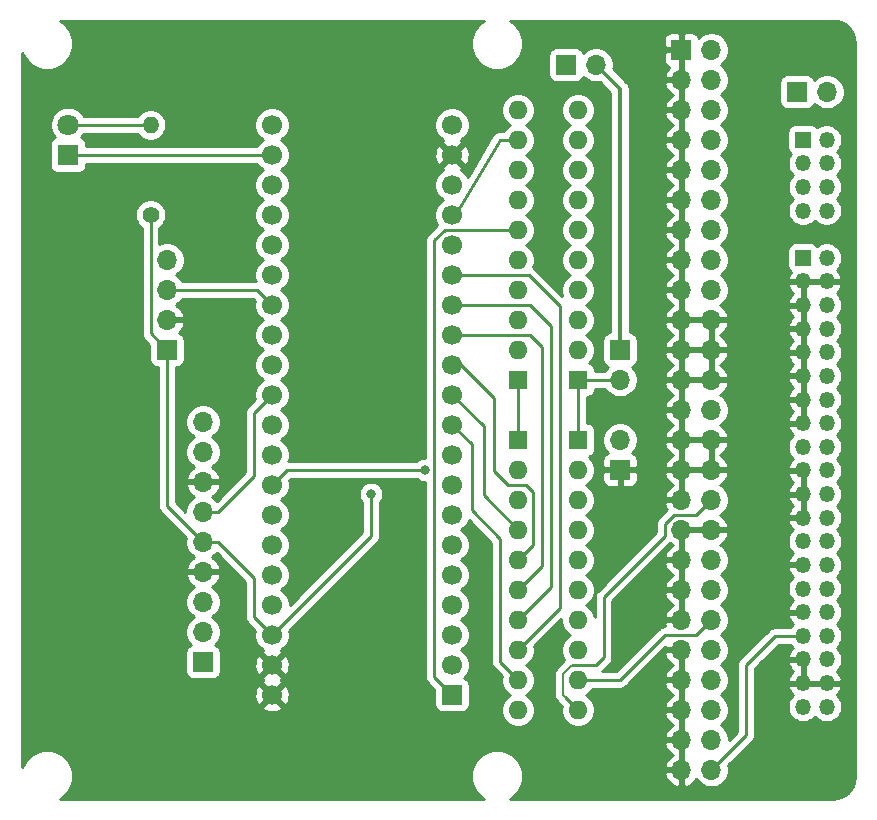
<source format=gbr>
%TF.GenerationSoftware,KiCad,Pcbnew,(5.1.8-0-10_14)*%
%TF.CreationDate,2021-04-04T23:03:52-06:00*%
%TF.ProjectId,bluescsi_powerbook,626c7565-7363-4736-995f-706f77657262,rev?*%
%TF.SameCoordinates,Original*%
%TF.FileFunction,Copper,L2,Bot*%
%TF.FilePolarity,Positive*%
%FSLAX46Y46*%
G04 Gerber Fmt 4.6, Leading zero omitted, Abs format (unit mm)*
G04 Created by KiCad (PCBNEW (5.1.8-0-10_14)) date 2021-04-04 23:03:52*
%MOMM*%
%LPD*%
G01*
G04 APERTURE LIST*
%TA.AperFunction,ComponentPad*%
%ADD10O,1.400000X1.400000*%
%TD*%
%TA.AperFunction,ComponentPad*%
%ADD11C,1.400000*%
%TD*%
%TA.AperFunction,ComponentPad*%
%ADD12C,1.800000*%
%TD*%
%TA.AperFunction,ComponentPad*%
%ADD13R,1.800000X1.800000*%
%TD*%
%TA.AperFunction,ComponentPad*%
%ADD14O,1.700000X1.700000*%
%TD*%
%TA.AperFunction,ComponentPad*%
%ADD15R,1.700000X1.700000*%
%TD*%
%TA.AperFunction,ComponentPad*%
%ADD16O,1.600000X1.600000*%
%TD*%
%TA.AperFunction,ComponentPad*%
%ADD17R,1.600000X1.600000*%
%TD*%
%TA.AperFunction,ComponentPad*%
%ADD18O,1.350000X1.350000*%
%TD*%
%TA.AperFunction,ComponentPad*%
%ADD19R,1.350000X1.350000*%
%TD*%
%TA.AperFunction,ComponentPad*%
%ADD20C,1.700000*%
%TD*%
%TA.AperFunction,ViaPad*%
%ADD21C,0.800000*%
%TD*%
%TA.AperFunction,Conductor*%
%ADD22C,0.225000*%
%TD*%
%TA.AperFunction,Conductor*%
%ADD23C,0.250000*%
%TD*%
%TA.AperFunction,Conductor*%
%ADD24C,0.200000*%
%TD*%
%TA.AperFunction,Conductor*%
%ADD25C,0.350000*%
%TD*%
%TA.AperFunction,Conductor*%
%ADD26C,0.254000*%
%TD*%
%TA.AperFunction,Conductor*%
%ADD27C,0.100000*%
%TD*%
G04 APERTURE END LIST*
D10*
%TO.P,R1,2*%
%TO.N,Net-(D1-Pad2)*%
X106045000Y-78740000D03*
D11*
%TO.P,R1,1*%
%TO.N,+3V3*%
X106045000Y-86360000D03*
%TD*%
D12*
%TO.P,D1,2*%
%TO.N,Net-(D1-Pad2)*%
X99060000Y-78740000D03*
D13*
%TO.P,D1,1*%
%TO.N,Net-(D1-Pad1)*%
X99060000Y-81280000D03*
%TD*%
D14*
%TO.P,J10,2*%
%TO.N,/SCSI_+5*%
X163322000Y-75946000D03*
D15*
%TO.P,J10,1*%
%TO.N,+5V*%
X160782000Y-75946000D03*
%TD*%
D16*
%TO.P,RN2,10*%
%TO.N,/SCSI_ATN*%
X137160000Y-128270000D03*
%TO.P,RN2,9*%
%TO.N,/SCSI_RST*%
X137160000Y-125730000D03*
%TO.P,RN2,8*%
%TO.N,/SCSI_I_O*%
X137160000Y-123190000D03*
%TO.P,RN2,7*%
%TO.N,/SCSI_REQ*%
X137160000Y-120650000D03*
%TO.P,RN2,6*%
%TO.N,/SCSI_C_D*%
X137160000Y-118110000D03*
%TO.P,RN2,5*%
%TO.N,/SCSI_SEL*%
X137160000Y-115570000D03*
%TO.P,RN2,4*%
%TO.N,/SCSI_MSG*%
X137160000Y-113030000D03*
%TO.P,RN2,3*%
%TO.N,/SCSI_ACK*%
X137160000Y-110490000D03*
%TO.P,RN2,2*%
%TO.N,/SCSI_BSY*%
X137160000Y-107950000D03*
D17*
%TO.P,RN2,1*%
%TO.N,/TERMGROUND_SWITCHED*%
X137160000Y-105410000D03*
%TD*%
D14*
%TO.P,J9,2*%
%TO.N,/SCSI_TERMPWR*%
X143764000Y-73660000D03*
D15*
%TO.P,J9,1*%
%TO.N,+5V*%
X141224000Y-73660000D03*
%TD*%
D14*
%TO.P,J8,50*%
%TO.N,/SCSI_I_O*%
X153540000Y-133350000D03*
%TO.P,J8,49*%
%TO.N,GND*%
X151000000Y-133350000D03*
%TO.P,J8,48*%
%TO.N,/SCSI_REQ*%
X153540000Y-130810000D03*
%TO.P,J8,47*%
%TO.N,GND*%
X151000000Y-130810000D03*
%TO.P,J8,46*%
%TO.N,/SCSI_C_D*%
X153540000Y-128270000D03*
%TO.P,J8,45*%
%TO.N,GND*%
X151000000Y-128270000D03*
%TO.P,J8,44*%
%TO.N,/SCSI_SEL*%
X153540000Y-125730000D03*
%TO.P,J8,43*%
%TO.N,GND*%
X151000000Y-125730000D03*
%TO.P,J8,42*%
%TO.N,/SCSI_MSG*%
X153540000Y-123190000D03*
%TO.P,J8,41*%
%TO.N,GND*%
X151000000Y-123190000D03*
%TO.P,J8,40*%
%TO.N,/SCSI_RST*%
X153540000Y-120650000D03*
%TO.P,J8,39*%
%TO.N,GND*%
X151000000Y-120650000D03*
%TO.P,J8,38*%
%TO.N,/SCSI_ACK*%
X153540000Y-118110000D03*
%TO.P,J8,37*%
%TO.N,GND*%
X151000000Y-118110000D03*
%TO.P,J8,36*%
%TO.N,/SCSI_BSY*%
X153540000Y-115570000D03*
%TO.P,J8,35*%
%TO.N,GND*%
X151000000Y-115570000D03*
%TO.P,J8,34*%
X153540000Y-113030000D03*
%TO.P,J8,33*%
X151000000Y-113030000D03*
%TO.P,J8,32*%
%TO.N,/SCSI_ATN*%
X153540000Y-110490000D03*
%TO.P,J8,31*%
%TO.N,GND*%
X151000000Y-110490000D03*
%TO.P,J8,30*%
X153540000Y-107950000D03*
%TO.P,J8,29*%
X151000000Y-107950000D03*
%TO.P,J8,28*%
X153540000Y-105410000D03*
%TO.P,J8,27*%
X151000000Y-105410000D03*
%TO.P,J8,26*%
%TO.N,/SCSI_TERMPWR*%
X153540000Y-102870000D03*
%TO.P,J8,25*%
%TO.N,GND*%
X151000000Y-102870000D03*
%TO.P,J8,24*%
X153540000Y-100330000D03*
%TO.P,J8,23*%
X151000000Y-100330000D03*
%TO.P,J8,22*%
X153540000Y-97790000D03*
%TO.P,J8,21*%
X151000000Y-97790000D03*
%TO.P,J8,20*%
X153540000Y-95250000D03*
%TO.P,J8,19*%
X151000000Y-95250000D03*
%TO.P,J8,18*%
%TO.N,/SCSI_DBP*%
X153540000Y-92710000D03*
%TO.P,J8,17*%
%TO.N,GND*%
X151000000Y-92710000D03*
%TO.P,J8,16*%
%TO.N,/SCSI_DB7*%
X153540000Y-90170000D03*
%TO.P,J8,15*%
%TO.N,GND*%
X151000000Y-90170000D03*
%TO.P,J8,14*%
%TO.N,/SCSI_DB6*%
X153540000Y-87630000D03*
%TO.P,J8,13*%
%TO.N,GND*%
X151000000Y-87630000D03*
%TO.P,J8,12*%
%TO.N,/SCSI_DB5*%
X153540000Y-85090000D03*
%TO.P,J8,11*%
%TO.N,GND*%
X151000000Y-85090000D03*
%TO.P,J8,10*%
%TO.N,/SCSI_DB4*%
X153540000Y-82550000D03*
%TO.P,J8,9*%
%TO.N,GND*%
X151000000Y-82550000D03*
%TO.P,J8,8*%
%TO.N,/SCSI_DB3*%
X153540000Y-80010000D03*
%TO.P,J8,7*%
%TO.N,GND*%
X151000000Y-80010000D03*
%TO.P,J8,6*%
%TO.N,/SCSI_DB2*%
X153540000Y-77470000D03*
%TO.P,J8,5*%
%TO.N,GND*%
X151000000Y-77470000D03*
%TO.P,J8,4*%
%TO.N,/SCSI_DB1*%
X153540000Y-74930000D03*
%TO.P,J8,3*%
%TO.N,GND*%
X151000000Y-74930000D03*
%TO.P,J8,2*%
%TO.N,/SCSI_DB0*%
X153540000Y-72390000D03*
D15*
%TO.P,J8,1*%
%TO.N,GND*%
X151000000Y-72390000D03*
%TD*%
D18*
%TO.P,J2,8*%
%TO.N,/ACT_LED*%
X163290000Y-86000000D03*
%TO.P,J2,7*%
%TO.N,/ID4*%
X161290000Y-86000000D03*
%TO.P,J2,6*%
%TO.N,/ID2*%
X163290000Y-84000000D03*
%TO.P,J2,5*%
%TO.N,/ID1*%
X161290000Y-84000000D03*
%TO.P,J2,4*%
%TO.N,Net-(J2-Pad4)*%
X163290000Y-82000000D03*
%TO.P,J2,3*%
%TO.N,/INDEX*%
X161290000Y-82000000D03*
%TO.P,J2,2*%
%TO.N,/NO_SPIN_UP*%
X163290000Y-80000000D03*
D19*
%TO.P,J2,1*%
%TO.N,Net-(J2-Pad1)*%
X161290000Y-80000000D03*
%TD*%
D14*
%TO.P,J6,4*%
%TO.N,/DEBUG_RX*%
X107442000Y-90170000D03*
%TO.P,J6,3*%
%TO.N,/DEBUG_TX*%
X107442000Y-92710000D03*
%TO.P,J6,2*%
%TO.N,GND*%
X107442000Y-95250000D03*
D15*
%TO.P,J6,1*%
%TO.N,+3V3*%
X107442000Y-97790000D03*
%TD*%
D14*
%TO.P,J5,2*%
%TO.N,/TERMGROUND_SWITCHED*%
X145796000Y-105410000D03*
D15*
%TO.P,J5,1*%
%TO.N,GND*%
X145796000Y-107950000D03*
%TD*%
D14*
%TO.P,J4,2*%
%TO.N,/TERMPOWER_SWITCHED*%
X145796000Y-100330000D03*
D15*
%TO.P,J4,1*%
%TO.N,/SCSI_TERMPWR*%
X145796000Y-97790000D03*
%TD*%
D16*
%TO.P,RN4,10*%
%TO.N,/SCSI_ATN*%
X142240000Y-128270000D03*
%TO.P,RN4,9*%
%TO.N,/SCSI_RST*%
X142240000Y-125730000D03*
%TO.P,RN4,8*%
%TO.N,/SCSI_I_O*%
X142240000Y-123190000D03*
%TO.P,RN4,7*%
%TO.N,/SCSI_REQ*%
X142240000Y-120650000D03*
%TO.P,RN4,6*%
%TO.N,/SCSI_C_D*%
X142240000Y-118110000D03*
%TO.P,RN4,5*%
%TO.N,/SCSI_SEL*%
X142240000Y-115570000D03*
%TO.P,RN4,4*%
%TO.N,/SCSI_MSG*%
X142240000Y-113030000D03*
%TO.P,RN4,3*%
%TO.N,/SCSI_ACK*%
X142240000Y-110490000D03*
%TO.P,RN4,2*%
%TO.N,/SCSI_BSY*%
X142240000Y-107950000D03*
D17*
%TO.P,RN4,1*%
%TO.N,/TERMPOWER_SWITCHED*%
X142240000Y-105410000D03*
%TD*%
D16*
%TO.P,RN3,10*%
%TO.N,/SCSI_DB0*%
X142240000Y-77470000D03*
%TO.P,RN3,9*%
%TO.N,/SCSI_DB1*%
X142240000Y-80010000D03*
%TO.P,RN3,8*%
%TO.N,/SCSI_DB2*%
X142240000Y-82550000D03*
%TO.P,RN3,7*%
%TO.N,/SCSI_DB3*%
X142240000Y-85090000D03*
%TO.P,RN3,6*%
%TO.N,/SCSI_DB4*%
X142240000Y-87630000D03*
%TO.P,RN3,5*%
%TO.N,/SCSI_DB5*%
X142240000Y-90170000D03*
%TO.P,RN3,4*%
%TO.N,/SCSI_DB6*%
X142240000Y-92710000D03*
%TO.P,RN3,3*%
%TO.N,/SCSI_DB7*%
X142240000Y-95250000D03*
%TO.P,RN3,2*%
%TO.N,/SCSI_DBP*%
X142240000Y-97790000D03*
D17*
%TO.P,RN3,1*%
%TO.N,/TERMPOWER_SWITCHED*%
X142240000Y-100330000D03*
%TD*%
D16*
%TO.P,RN1,10*%
%TO.N,/SCSI_DB0*%
X137160000Y-77470000D03*
%TO.P,RN1,9*%
%TO.N,/SCSI_DB1*%
X137160000Y-80010000D03*
%TO.P,RN1,8*%
%TO.N,/SCSI_DB2*%
X137160000Y-82550000D03*
%TO.P,RN1,7*%
%TO.N,/SCSI_DB3*%
X137160000Y-85090000D03*
%TO.P,RN1,6*%
%TO.N,/SCSI_DB4*%
X137160000Y-87630000D03*
%TO.P,RN1,5*%
%TO.N,/SCSI_DB5*%
X137160000Y-90170000D03*
%TO.P,RN1,4*%
%TO.N,/SCSI_DB6*%
X137160000Y-92710000D03*
%TO.P,RN1,3*%
%TO.N,/SCSI_DB7*%
X137160000Y-95250000D03*
%TO.P,RN1,2*%
%TO.N,/SCSI_DBP*%
X137160000Y-97790000D03*
D17*
%TO.P,RN1,1*%
%TO.N,/TERMGROUND_SWITCHED*%
X137160000Y-100330000D03*
%TD*%
D14*
%TO.P,J7,9*%
%TO.N,/SD_DAT1*%
X110490000Y-103886000D03*
%TO.P,J7,8*%
%TO.N,/SD_MISO*%
X110490000Y-106426000D03*
%TO.P,J7,7*%
%TO.N,GND*%
X110490000Y-108966000D03*
%TO.P,J7,6*%
%TO.N,/SD_CSK*%
X110490000Y-111506000D03*
%TO.P,J7,5*%
%TO.N,+3V3*%
X110490000Y-114046000D03*
%TO.P,J7,4*%
%TO.N,GND*%
X110490000Y-116586000D03*
%TO.P,J7,3*%
%TO.N,/SD_MOSI*%
X110490000Y-119126000D03*
%TO.P,J7,2*%
%TO.N,/SD_CS*%
X110490000Y-121666000D03*
D15*
%TO.P,J7,1*%
%TO.N,/SD_DAT2*%
X110490000Y-124206000D03*
%TD*%
D18*
%TO.P,J1,40*%
%TO.N,/SCSI_+5*%
X163290000Y-128000000D03*
%TO.P,J1,39*%
X161290000Y-128000000D03*
%TO.P,J1,38*%
%TO.N,GND*%
X163290000Y-126000000D03*
%TO.P,J1,37*%
X161290000Y-126000000D03*
%TO.P,J1,36*%
%TO.N,/SCSI_REQ*%
X163290000Y-124000000D03*
%TO.P,J1,35*%
%TO.N,GND*%
X161290000Y-124000000D03*
%TO.P,J1,34*%
%TO.N,/SCSI_C_D*%
X163290000Y-122000000D03*
%TO.P,J1,33*%
%TO.N,/SCSI_I_O*%
X161290000Y-122000000D03*
%TO.P,J1,32*%
%TO.N,/SCSI_SEL*%
X163290000Y-120000000D03*
%TO.P,J1,31*%
%TO.N,GND*%
X161290000Y-120000000D03*
%TO.P,J1,30*%
%TO.N,/SCSI_MSG*%
X163290000Y-118000000D03*
%TO.P,J1,29*%
%TO.N,/SCSI_RST*%
X161290000Y-118000000D03*
%TO.P,J1,28*%
%TO.N,/SCSI_ACK*%
X163290000Y-116000000D03*
%TO.P,J1,27*%
%TO.N,GND*%
X161290000Y-116000000D03*
%TO.P,J1,26*%
%TO.N,/SCSI_BSY*%
X163290000Y-114000000D03*
%TO.P,J1,25*%
%TO.N,/SCSI_ATN*%
X161290000Y-114000000D03*
%TO.P,J1,24*%
%TO.N,/SCSI_TERMPWR*%
X163290000Y-112000000D03*
%TO.P,J1,23*%
%TO.N,GND*%
X161290000Y-112000000D03*
%TO.P,J1,22*%
%TO.N,/SCSI_DBP*%
X163290000Y-110000000D03*
%TO.P,J1,21*%
%TO.N,GND*%
X161290000Y-110000000D03*
%TO.P,J1,20*%
%TO.N,/SCSI_DB7*%
X163290000Y-108000000D03*
%TO.P,J1,19*%
%TO.N,GND*%
X161290000Y-108000000D03*
%TO.P,J1,18*%
%TO.N,/SCSI_DB6*%
X163290000Y-106000000D03*
%TO.P,J1,17*%
%TO.N,/KEY*%
X161290000Y-106000000D03*
%TO.P,J1,16*%
%TO.N,/SCSI_DB5*%
X163290000Y-104000000D03*
%TO.P,J1,15*%
%TO.N,GND*%
X161290000Y-104000000D03*
%TO.P,J1,14*%
%TO.N,/SCSI_DB4*%
X163290000Y-102000000D03*
%TO.P,J1,13*%
%TO.N,GND*%
X161290000Y-102000000D03*
%TO.P,J1,12*%
%TO.N,/SCSI_DB3*%
X163290000Y-100000000D03*
%TO.P,J1,11*%
%TO.N,GND*%
X161290000Y-100000000D03*
%TO.P,J1,10*%
%TO.N,/SCSI_DB2*%
X163290000Y-98000000D03*
%TO.P,J1,9*%
%TO.N,GND*%
X161290000Y-98000000D03*
%TO.P,J1,8*%
%TO.N,/SCSI_DB1*%
X163290000Y-96000000D03*
%TO.P,J1,7*%
%TO.N,GND*%
X161290000Y-96000000D03*
%TO.P,J1,6*%
%TO.N,/SCSI_DB0*%
X163290000Y-94000000D03*
%TO.P,J1,5*%
%TO.N,GND*%
X161290000Y-94000000D03*
%TO.P,J1,4*%
X163290000Y-92000000D03*
%TO.P,J1,3*%
X161290000Y-92000000D03*
%TO.P,J1,2*%
%TO.N,/SCSI_+5*%
X163290000Y-90000000D03*
D19*
%TO.P,J1,1*%
X161290000Y-90000000D03*
%TD*%
D20*
%TO.P,U1,40*%
%TO.N,GND*%
X116332000Y-127000000D03*
D15*
%TO.P,U1,1*%
%TO.N,/SCSI_DB4*%
X131572000Y-127000000D03*
D20*
%TO.P,U1,39*%
%TO.N,GND*%
X116332000Y-124460000D03*
%TO.P,U1,2*%
%TO.N,/SCSI_DB5*%
X131572000Y-124460000D03*
%TO.P,U1,38*%
%TO.N,+3V3*%
X116332000Y-121920000D03*
%TO.P,U1,3*%
%TO.N,/SCSI_DB6*%
X131572000Y-121920000D03*
%TO.P,U1,37*%
%TO.N,Net-(U1-Pad37)*%
X116332000Y-119380000D03*
%TO.P,U1,4*%
%TO.N,/SCSI_DB7*%
X131572000Y-119380000D03*
%TO.P,U1,36*%
%TO.N,/SCSI_DB3*%
X116332000Y-116840000D03*
%TO.P,U1,5*%
%TO.N,/SCSI_ATN*%
X131572000Y-116840000D03*
%TO.P,U1,35*%
%TO.N,/SCSI_DB2*%
X116332000Y-114300000D03*
%TO.P,U1,6*%
%TO.N,/SCSI_BSY*%
X131572000Y-114300000D03*
%TO.P,U1,34*%
%TO.N,Net-(U1-Pad34)*%
X116332000Y-111760000D03*
%TO.P,U1,7*%
%TO.N,/SCSI_ACK*%
X131572000Y-111760000D03*
%TO.P,U1,33*%
%TO.N,/SCSI_DBP*%
X116332000Y-109220000D03*
%TO.P,U1,8*%
%TO.N,Net-(U1-Pad8)*%
X131572000Y-109220000D03*
%TO.P,U1,32*%
%TO.N,/SD_MOSI*%
X116332000Y-106680000D03*
%TO.P,U1,9*%
%TO.N,Net-(U1-Pad9)*%
X131572000Y-106680000D03*
%TO.P,U1,31*%
%TO.N,/SD_MISO*%
X116332000Y-104140000D03*
%TO.P,U1,10*%
%TO.N,/SCSI_RST*%
X131572000Y-104140000D03*
%TO.P,U1,30*%
%TO.N,/SD_CSK*%
X116332000Y-101600000D03*
%TO.P,U1,11*%
%TO.N,/SCSI_MSG*%
X131572000Y-101600000D03*
%TO.P,U1,29*%
%TO.N,/SD_CS*%
X116332000Y-99060000D03*
%TO.P,U1,12*%
%TO.N,/SCSI_SEL*%
X131572000Y-99060000D03*
%TO.P,U1,28*%
%TO.N,/DEBUG_RX*%
X116332000Y-96520000D03*
%TO.P,U1,13*%
%TO.N,/SCSI_C_D*%
X131572000Y-96520000D03*
%TO.P,U1,27*%
%TO.N,/DEBUG_TX*%
X116332000Y-93980000D03*
%TO.P,U1,14*%
%TO.N,/SCSI_REQ*%
X131572000Y-93980000D03*
%TO.P,U1,26*%
%TO.N,Net-(U1-Pad26)*%
X116332000Y-91440000D03*
%TO.P,U1,15*%
%TO.N,/SCSI_I_O*%
X131572000Y-91440000D03*
%TO.P,U1,25*%
%TO.N,Net-(U1-Pad25)*%
X116332000Y-88900000D03*
%TO.P,U1,16*%
%TO.N,/SCSI_DB0*%
X131572000Y-88900000D03*
%TO.P,U1,24*%
%TO.N,Net-(U1-Pad24)*%
X116332000Y-86360000D03*
%TO.P,U1,17*%
%TO.N,/SCSI_DB1*%
X131572000Y-86360000D03*
%TO.P,U1,23*%
%TO.N,Net-(U1-Pad23)*%
X116332000Y-83820000D03*
%TO.P,U1,18*%
%TO.N,+5V*%
X131572000Y-83820000D03*
%TO.P,U1,22*%
%TO.N,Net-(D1-Pad1)*%
X116332000Y-81280000D03*
%TO.P,U1,19*%
%TO.N,GND*%
X131572000Y-81280000D03*
%TO.P,U1,21*%
%TO.N,Net-(U1-Pad21)*%
X116332000Y-78740000D03*
%TO.P,U1,20*%
%TO.N,+3V3*%
X131572000Y-78740000D03*
%TD*%
D21*
%TO.N,/SCSI_DBP*%
X129286000Y-107950000D03*
%TO.N,+3V3*%
X124714000Y-109982000D03*
%TD*%
D22*
%TO.N,/SCSI_REQ*%
X138176000Y-93980000D02*
X131572000Y-93980000D01*
X139954000Y-95758000D02*
X138176000Y-93980000D01*
X139954000Y-117856000D02*
X139954000Y-95758000D01*
X137160000Y-120650000D02*
X139954000Y-117856000D01*
D23*
%TO.N,GND*%
X161290000Y-92000000D02*
X163290000Y-92000000D01*
X161290000Y-126000000D02*
X163290000Y-126000000D01*
D22*
%TO.N,/SCSI_C_D*%
X139192000Y-97536000D02*
X138176000Y-96520000D01*
X138176000Y-96520000D02*
X131826000Y-96520000D01*
X139192000Y-116078000D02*
X139192000Y-97536000D01*
X137160000Y-118110000D02*
X139192000Y-116078000D01*
X138176000Y-96520000D02*
X131572000Y-96520000D01*
%TO.N,/SCSI_I_O*%
X156464000Y-130426000D02*
X153540000Y-133350000D01*
X156464000Y-124460000D02*
X156464000Y-130426000D01*
X158924000Y-122000000D02*
X156464000Y-124460000D01*
X161290000Y-122000000D02*
X158924000Y-122000000D01*
X140716000Y-119634000D02*
X137160000Y-123190000D01*
X140716000Y-94107000D02*
X140716000Y-119634000D01*
X138049000Y-91440000D02*
X140716000Y-94107000D01*
X131572000Y-91440000D02*
X138049000Y-91440000D01*
%TO.N,/SCSI_SEL*%
X138430000Y-114300000D02*
X137160000Y-115570000D01*
X137795000Y-109220000D02*
X138430000Y-109855000D01*
X135128000Y-101854000D02*
X135128000Y-108077000D01*
X138430000Y-109855000D02*
X138430000Y-114300000D01*
X131572000Y-99060000D02*
X132334000Y-99060000D01*
X132334000Y-99060000D02*
X135128000Y-101854000D01*
X136271000Y-109220000D02*
X137795000Y-109220000D01*
X135128000Y-108077000D02*
X136271000Y-109220000D01*
%TO.N,/SCSI_MSG*%
X136652000Y-113538000D02*
X137160000Y-113030000D01*
X137160000Y-113030000D02*
X136652000Y-113030000D01*
X134239000Y-110109000D02*
X137160000Y-113030000D01*
X134239000Y-104267000D02*
X134239000Y-110109000D01*
X131572000Y-101600000D02*
X134239000Y-104267000D01*
%TO.N,/SCSI_RST*%
X141881998Y-125730000D02*
X142852002Y-125730000D01*
X152270000Y-121920000D02*
X153540000Y-120650000D01*
X149606000Y-121920000D02*
X152270000Y-121920000D01*
X145796000Y-125730000D02*
X149606000Y-121920000D01*
X142240000Y-125730000D02*
X145796000Y-125730000D01*
X135636000Y-124206000D02*
X137160000Y-125730000D01*
X135636000Y-113792000D02*
X135636000Y-124206000D01*
X133223000Y-111379000D02*
X135636000Y-113792000D01*
X133223000Y-105791000D02*
X133223000Y-111379000D01*
X131572000Y-104140000D02*
X133223000Y-105791000D01*
%TO.N,/SCSI_ATN*%
X142240000Y-128270000D02*
X141139999Y-127169999D01*
X149606000Y-112522000D02*
X150368000Y-111760000D01*
X144399000Y-118745000D02*
X149606000Y-113538000D01*
X144399000Y-123825000D02*
X144399000Y-118745000D01*
X152270000Y-111760000D02*
X153540000Y-110490000D01*
X149606000Y-113538000D02*
X149606000Y-112522000D01*
X144269751Y-123952000D02*
X144272000Y-123952000D01*
X143761751Y-124460000D02*
X144269751Y-123952000D01*
X150368000Y-111760000D02*
X152270000Y-111760000D01*
X144272000Y-123952000D02*
X144399000Y-123825000D01*
X141732000Y-124460000D02*
X143761751Y-124460000D01*
D24*
X140970000Y-125222000D02*
X141732000Y-124460000D01*
X140970000Y-127000000D02*
X140970000Y-125222000D01*
X141139999Y-127169999D02*
X140970000Y-127000000D01*
D25*
%TO.N,/SCSI_TERMPWR*%
X145796000Y-75692000D02*
X145796000Y-97790000D01*
X143764000Y-73660000D02*
X145796000Y-75692000D01*
D22*
%TO.N,/SCSI_DBP*%
X116332000Y-109220000D02*
X117602000Y-107950000D01*
X117602000Y-107950000D02*
X129286000Y-107950000D01*
%TO.N,/SCSI_DB4*%
X130937000Y-87630000D02*
X137160000Y-87630000D01*
X130048000Y-88519000D02*
X130937000Y-87630000D01*
X130048000Y-125476000D02*
X130048000Y-88519000D01*
X131572000Y-127000000D02*
X130048000Y-125476000D01*
%TO.N,/SCSI_DB1*%
X135636000Y-80010000D02*
X137160000Y-80010000D01*
X131826000Y-86360000D02*
X135636000Y-80010000D01*
D23*
%TO.N,/SD_CSK*%
X114808000Y-108458000D02*
X114808000Y-103124000D01*
X111760000Y-111506000D02*
X114808000Y-108458000D01*
X114808000Y-103124000D02*
X116332000Y-101600000D01*
X110490000Y-111506000D02*
X111760000Y-111506000D01*
%TO.N,+3V3*%
X114808000Y-117094000D02*
X114808000Y-120396000D01*
X114808000Y-120396000D02*
X116332000Y-121920000D01*
X111760000Y-114046000D02*
X114808000Y-117094000D01*
X110490000Y-114046000D02*
X111760000Y-114046000D01*
X124714000Y-113538000D02*
X124714000Y-109982000D01*
X116332000Y-121920000D02*
X124714000Y-113538000D01*
X107950000Y-111506000D02*
X110490000Y-114046000D01*
X107442000Y-97790000D02*
X107442000Y-110998000D01*
X107442000Y-110998000D02*
X107950000Y-111506000D01*
X106045000Y-96393000D02*
X107442000Y-97790000D01*
X106045000Y-86360000D02*
X106045000Y-96393000D01*
%TO.N,/SD_MOSI*%
X116332000Y-106426000D02*
X116332000Y-106680000D01*
%TO.N,/TERMGROUND_SWITCHED*%
X137160000Y-100330000D02*
X137160000Y-105410000D01*
%TO.N,/TERMPOWER_SWITCHED*%
X142240000Y-100330000D02*
X142240000Y-105410000D01*
X145796000Y-100330000D02*
X142240000Y-100330000D01*
%TO.N,/DEBUG_TX*%
X115062000Y-92710000D02*
X116332000Y-93980000D01*
X107442000Y-92710000D02*
X115062000Y-92710000D01*
%TO.N,Net-(D1-Pad2)*%
X99060000Y-78740000D02*
X106045000Y-78740000D01*
%TO.N,Net-(D1-Pad1)*%
X99060000Y-81280000D02*
X116332000Y-81280000D01*
%TD*%
D26*
%TO.N,GND*%
X133967303Y-70145187D02*
X133658187Y-70454303D01*
X133415316Y-70817785D01*
X133248023Y-71221665D01*
X133162738Y-71650422D01*
X133162738Y-72087578D01*
X133248023Y-72516335D01*
X133415316Y-72920215D01*
X133658187Y-73283697D01*
X133967303Y-73592813D01*
X134330785Y-73835684D01*
X134734665Y-74002977D01*
X135163422Y-74088262D01*
X135600578Y-74088262D01*
X136029335Y-74002977D01*
X136433215Y-73835684D01*
X136796697Y-73592813D01*
X137105813Y-73283697D01*
X137348684Y-72920215D01*
X137515977Y-72516335D01*
X137601262Y-72087578D01*
X137601262Y-71650422D01*
X137579298Y-71540000D01*
X149511928Y-71540000D01*
X149515000Y-72104250D01*
X149673750Y-72263000D01*
X150873000Y-72263000D01*
X150873000Y-71063750D01*
X151127000Y-71063750D01*
X151127000Y-72263000D01*
X151147000Y-72263000D01*
X151147000Y-72517000D01*
X151127000Y-72517000D01*
X151127000Y-74803000D01*
X151147000Y-74803000D01*
X151147000Y-75057000D01*
X151127000Y-75057000D01*
X151127000Y-77343000D01*
X151147000Y-77343000D01*
X151147000Y-77597000D01*
X151127000Y-77597000D01*
X151127000Y-79883000D01*
X151147000Y-79883000D01*
X151147000Y-80137000D01*
X151127000Y-80137000D01*
X151127000Y-82423000D01*
X151147000Y-82423000D01*
X151147000Y-82677000D01*
X151127000Y-82677000D01*
X151127000Y-84963000D01*
X151147000Y-84963000D01*
X151147000Y-85217000D01*
X151127000Y-85217000D01*
X151127000Y-87503000D01*
X151147000Y-87503000D01*
X151147000Y-87757000D01*
X151127000Y-87757000D01*
X151127000Y-90043000D01*
X151147000Y-90043000D01*
X151147000Y-90297000D01*
X151127000Y-90297000D01*
X151127000Y-92583000D01*
X151147000Y-92583000D01*
X151147000Y-92837000D01*
X151127000Y-92837000D01*
X151127000Y-95123000D01*
X153413000Y-95123000D01*
X153413000Y-95103000D01*
X153667000Y-95103000D01*
X153667000Y-95123000D01*
X154860155Y-95123000D01*
X154981476Y-94893110D01*
X154936825Y-94745901D01*
X154811641Y-94483080D01*
X154697013Y-94329400D01*
X160022090Y-94329400D01*
X160052762Y-94430528D01*
X160160527Y-94663629D01*
X160311697Y-94871227D01*
X160451304Y-95000000D01*
X160311697Y-95128773D01*
X160160527Y-95336371D01*
X160052762Y-95569472D01*
X160022090Y-95670600D01*
X160145776Y-95873000D01*
X161163000Y-95873000D01*
X161163000Y-94127000D01*
X160145776Y-94127000D01*
X160022090Y-94329400D01*
X154697013Y-94329400D01*
X154637588Y-94249731D01*
X154421355Y-94054822D01*
X154304466Y-93985195D01*
X154486632Y-93863475D01*
X154693475Y-93656632D01*
X154855990Y-93413411D01*
X154967932Y-93143158D01*
X155025000Y-92856260D01*
X155025000Y-92563740D01*
X154978387Y-92329400D01*
X160022090Y-92329400D01*
X160052762Y-92430528D01*
X160160527Y-92663629D01*
X160311697Y-92871227D01*
X160451304Y-93000000D01*
X160311697Y-93128773D01*
X160160527Y-93336371D01*
X160052762Y-93569472D01*
X160022090Y-93670600D01*
X160145776Y-93873000D01*
X161163000Y-93873000D01*
X161163000Y-92127000D01*
X160145776Y-92127000D01*
X160022090Y-92329400D01*
X154978387Y-92329400D01*
X154967932Y-92276842D01*
X154855990Y-92006589D01*
X154693475Y-91763368D01*
X154486632Y-91556525D01*
X154312240Y-91440000D01*
X154486632Y-91323475D01*
X154693475Y-91116632D01*
X154855990Y-90873411D01*
X154967932Y-90603158D01*
X155025000Y-90316260D01*
X155025000Y-90023740D01*
X154967932Y-89736842D01*
X154855990Y-89466589D01*
X154761384Y-89325000D01*
X159976928Y-89325000D01*
X159976928Y-90675000D01*
X159989188Y-90799482D01*
X160025498Y-90919180D01*
X160084463Y-91029494D01*
X160163815Y-91126185D01*
X160257559Y-91203119D01*
X160160527Y-91336371D01*
X160052762Y-91569472D01*
X160022090Y-91670600D01*
X160145776Y-91873000D01*
X161163000Y-91873000D01*
X161163000Y-91853000D01*
X161417000Y-91853000D01*
X161417000Y-91873000D01*
X163163000Y-91873000D01*
X163163000Y-91853000D01*
X163417000Y-91853000D01*
X163417000Y-91873000D01*
X164434224Y-91873000D01*
X164557910Y-91670600D01*
X164527238Y-91569472D01*
X164419473Y-91336371D01*
X164268303Y-91128773D01*
X164135940Y-91006681D01*
X164307544Y-90835077D01*
X164450907Y-90620518D01*
X164549658Y-90382113D01*
X164600000Y-90129024D01*
X164600000Y-89870976D01*
X164549658Y-89617887D01*
X164450907Y-89379482D01*
X164307544Y-89164923D01*
X164125077Y-88982456D01*
X163910518Y-88839093D01*
X163672113Y-88740342D01*
X163419024Y-88690000D01*
X163160976Y-88690000D01*
X162907887Y-88740342D01*
X162669482Y-88839093D01*
X162487487Y-88960697D01*
X162416185Y-88873815D01*
X162319494Y-88794463D01*
X162209180Y-88735498D01*
X162089482Y-88699188D01*
X161965000Y-88686928D01*
X160615000Y-88686928D01*
X160490518Y-88699188D01*
X160370820Y-88735498D01*
X160260506Y-88794463D01*
X160163815Y-88873815D01*
X160084463Y-88970506D01*
X160025498Y-89080820D01*
X159989188Y-89200518D01*
X159976928Y-89325000D01*
X154761384Y-89325000D01*
X154693475Y-89223368D01*
X154486632Y-89016525D01*
X154312240Y-88900000D01*
X154486632Y-88783475D01*
X154693475Y-88576632D01*
X154855990Y-88333411D01*
X154967932Y-88063158D01*
X155025000Y-87776260D01*
X155025000Y-87483740D01*
X154967932Y-87196842D01*
X154855990Y-86926589D01*
X154693475Y-86683368D01*
X154486632Y-86476525D01*
X154312240Y-86360000D01*
X154486632Y-86243475D01*
X154693475Y-86036632D01*
X154855990Y-85793411D01*
X154967932Y-85523158D01*
X155025000Y-85236260D01*
X155025000Y-84943740D01*
X154967932Y-84656842D01*
X154855990Y-84386589D01*
X154693475Y-84143368D01*
X154486632Y-83936525D01*
X154312240Y-83820000D01*
X154486632Y-83703475D01*
X154693475Y-83496632D01*
X154855990Y-83253411D01*
X154967932Y-82983158D01*
X155025000Y-82696260D01*
X155025000Y-82403740D01*
X154967932Y-82116842D01*
X154855990Y-81846589D01*
X154693475Y-81603368D01*
X154486632Y-81396525D01*
X154312240Y-81280000D01*
X154486632Y-81163475D01*
X154693475Y-80956632D01*
X154855990Y-80713411D01*
X154967932Y-80443158D01*
X155025000Y-80156260D01*
X155025000Y-79863740D01*
X154967932Y-79576842D01*
X154863617Y-79325000D01*
X159976928Y-79325000D01*
X159976928Y-80675000D01*
X159989188Y-80799482D01*
X160025498Y-80919180D01*
X160084463Y-81029494D01*
X160163815Y-81126185D01*
X160250697Y-81197487D01*
X160129093Y-81379482D01*
X160030342Y-81617887D01*
X159980000Y-81870976D01*
X159980000Y-82129024D01*
X160030342Y-82382113D01*
X160129093Y-82620518D01*
X160272456Y-82835077D01*
X160437379Y-83000000D01*
X160272456Y-83164923D01*
X160129093Y-83379482D01*
X160030342Y-83617887D01*
X159980000Y-83870976D01*
X159980000Y-84129024D01*
X160030342Y-84382113D01*
X160129093Y-84620518D01*
X160272456Y-84835077D01*
X160437379Y-85000000D01*
X160272456Y-85164923D01*
X160129093Y-85379482D01*
X160030342Y-85617887D01*
X159980000Y-85870976D01*
X159980000Y-86129024D01*
X160030342Y-86382113D01*
X160129093Y-86620518D01*
X160272456Y-86835077D01*
X160454923Y-87017544D01*
X160669482Y-87160907D01*
X160907887Y-87259658D01*
X161160976Y-87310000D01*
X161419024Y-87310000D01*
X161672113Y-87259658D01*
X161910518Y-87160907D01*
X162125077Y-87017544D01*
X162290000Y-86852621D01*
X162454923Y-87017544D01*
X162669482Y-87160907D01*
X162907887Y-87259658D01*
X163160976Y-87310000D01*
X163419024Y-87310000D01*
X163672113Y-87259658D01*
X163910518Y-87160907D01*
X164125077Y-87017544D01*
X164307544Y-86835077D01*
X164450907Y-86620518D01*
X164549658Y-86382113D01*
X164600000Y-86129024D01*
X164600000Y-85870976D01*
X164549658Y-85617887D01*
X164450907Y-85379482D01*
X164307544Y-85164923D01*
X164142621Y-85000000D01*
X164307544Y-84835077D01*
X164450907Y-84620518D01*
X164549658Y-84382113D01*
X164600000Y-84129024D01*
X164600000Y-83870976D01*
X164549658Y-83617887D01*
X164450907Y-83379482D01*
X164307544Y-83164923D01*
X164142621Y-83000000D01*
X164307544Y-82835077D01*
X164450907Y-82620518D01*
X164549658Y-82382113D01*
X164600000Y-82129024D01*
X164600000Y-81870976D01*
X164549658Y-81617887D01*
X164450907Y-81379482D01*
X164307544Y-81164923D01*
X164142621Y-81000000D01*
X164307544Y-80835077D01*
X164450907Y-80620518D01*
X164549658Y-80382113D01*
X164600000Y-80129024D01*
X164600000Y-79870976D01*
X164549658Y-79617887D01*
X164450907Y-79379482D01*
X164307544Y-79164923D01*
X164125077Y-78982456D01*
X163910518Y-78839093D01*
X163672113Y-78740342D01*
X163419024Y-78690000D01*
X163160976Y-78690000D01*
X162907887Y-78740342D01*
X162669482Y-78839093D01*
X162487487Y-78960697D01*
X162416185Y-78873815D01*
X162319494Y-78794463D01*
X162209180Y-78735498D01*
X162089482Y-78699188D01*
X161965000Y-78686928D01*
X160615000Y-78686928D01*
X160490518Y-78699188D01*
X160370820Y-78735498D01*
X160260506Y-78794463D01*
X160163815Y-78873815D01*
X160084463Y-78970506D01*
X160025498Y-79080820D01*
X159989188Y-79200518D01*
X159976928Y-79325000D01*
X154863617Y-79325000D01*
X154855990Y-79306589D01*
X154693475Y-79063368D01*
X154486632Y-78856525D01*
X154312240Y-78740000D01*
X154486632Y-78623475D01*
X154693475Y-78416632D01*
X154855990Y-78173411D01*
X154967932Y-77903158D01*
X155025000Y-77616260D01*
X155025000Y-77323740D01*
X154967932Y-77036842D01*
X154855990Y-76766589D01*
X154693475Y-76523368D01*
X154486632Y-76316525D01*
X154312240Y-76200000D01*
X154486632Y-76083475D01*
X154693475Y-75876632D01*
X154855990Y-75633411D01*
X154967932Y-75363158D01*
X155021073Y-75096000D01*
X159293928Y-75096000D01*
X159293928Y-76796000D01*
X159306188Y-76920482D01*
X159342498Y-77040180D01*
X159401463Y-77150494D01*
X159480815Y-77247185D01*
X159577506Y-77326537D01*
X159687820Y-77385502D01*
X159807518Y-77421812D01*
X159932000Y-77434072D01*
X161632000Y-77434072D01*
X161756482Y-77421812D01*
X161876180Y-77385502D01*
X161986494Y-77326537D01*
X162083185Y-77247185D01*
X162162537Y-77150494D01*
X162221502Y-77040180D01*
X162243513Y-76967620D01*
X162375368Y-77099475D01*
X162618589Y-77261990D01*
X162888842Y-77373932D01*
X163175740Y-77431000D01*
X163468260Y-77431000D01*
X163755158Y-77373932D01*
X164025411Y-77261990D01*
X164268632Y-77099475D01*
X164475475Y-76892632D01*
X164637990Y-76649411D01*
X164749932Y-76379158D01*
X164807000Y-76092260D01*
X164807000Y-75799740D01*
X164749932Y-75512842D01*
X164637990Y-75242589D01*
X164475475Y-74999368D01*
X164268632Y-74792525D01*
X164025411Y-74630010D01*
X163755158Y-74518068D01*
X163468260Y-74461000D01*
X163175740Y-74461000D01*
X162888842Y-74518068D01*
X162618589Y-74630010D01*
X162375368Y-74792525D01*
X162243513Y-74924380D01*
X162221502Y-74851820D01*
X162162537Y-74741506D01*
X162083185Y-74644815D01*
X161986494Y-74565463D01*
X161876180Y-74506498D01*
X161756482Y-74470188D01*
X161632000Y-74457928D01*
X159932000Y-74457928D01*
X159807518Y-74470188D01*
X159687820Y-74506498D01*
X159577506Y-74565463D01*
X159480815Y-74644815D01*
X159401463Y-74741506D01*
X159342498Y-74851820D01*
X159306188Y-74971518D01*
X159293928Y-75096000D01*
X155021073Y-75096000D01*
X155025000Y-75076260D01*
X155025000Y-74783740D01*
X154967932Y-74496842D01*
X154855990Y-74226589D01*
X154693475Y-73983368D01*
X154486632Y-73776525D01*
X154312240Y-73660000D01*
X154486632Y-73543475D01*
X154693475Y-73336632D01*
X154855990Y-73093411D01*
X154967932Y-72823158D01*
X155025000Y-72536260D01*
X155025000Y-72243740D01*
X154967932Y-71956842D01*
X154855990Y-71686589D01*
X154693475Y-71443368D01*
X154486632Y-71236525D01*
X154243411Y-71074010D01*
X153973158Y-70962068D01*
X153686260Y-70905000D01*
X153393740Y-70905000D01*
X153106842Y-70962068D01*
X152836589Y-71074010D01*
X152593368Y-71236525D01*
X152461513Y-71368380D01*
X152439502Y-71295820D01*
X152380537Y-71185506D01*
X152301185Y-71088815D01*
X152204494Y-71009463D01*
X152094180Y-70950498D01*
X151974482Y-70914188D01*
X151850000Y-70901928D01*
X151285750Y-70905000D01*
X151127000Y-71063750D01*
X150873000Y-71063750D01*
X150714250Y-70905000D01*
X150150000Y-70901928D01*
X150025518Y-70914188D01*
X149905820Y-70950498D01*
X149795506Y-71009463D01*
X149698815Y-71088815D01*
X149619463Y-71185506D01*
X149560498Y-71295820D01*
X149524188Y-71415518D01*
X149511928Y-71540000D01*
X137579298Y-71540000D01*
X137515977Y-71221665D01*
X137348684Y-70817785D01*
X137105813Y-70454303D01*
X136796697Y-70145187D01*
X136467164Y-69925000D01*
X163795280Y-69925000D01*
X164184785Y-69963191D01*
X164526060Y-70066228D01*
X164840822Y-70233590D01*
X165117083Y-70458903D01*
X165344317Y-70733582D01*
X165513870Y-71047164D01*
X165619286Y-71387708D01*
X165660001Y-71775082D01*
X165660000Y-133950280D01*
X165621809Y-134339784D01*
X165518771Y-134681063D01*
X165351409Y-134995825D01*
X165126097Y-135272083D01*
X164851418Y-135499317D01*
X164537838Y-135668869D01*
X164197288Y-135774287D01*
X163809928Y-135815000D01*
X136467164Y-135815000D01*
X136796697Y-135594813D01*
X137105813Y-135285697D01*
X137348684Y-134922215D01*
X137515977Y-134518335D01*
X137601262Y-134089578D01*
X137601262Y-133706890D01*
X149558524Y-133706890D01*
X149603175Y-133854099D01*
X149728359Y-134116920D01*
X149902412Y-134350269D01*
X150118645Y-134545178D01*
X150368748Y-134694157D01*
X150643109Y-134791481D01*
X150873000Y-134670814D01*
X150873000Y-133477000D01*
X149679845Y-133477000D01*
X149558524Y-133706890D01*
X137601262Y-133706890D01*
X137601262Y-133652422D01*
X137515977Y-133223665D01*
X137348684Y-132819785D01*
X137105813Y-132456303D01*
X136796697Y-132147187D01*
X136433215Y-131904316D01*
X136029335Y-131737023D01*
X135600578Y-131651738D01*
X135163422Y-131651738D01*
X134734665Y-131737023D01*
X134330785Y-131904316D01*
X133967303Y-132147187D01*
X133658187Y-132456303D01*
X133415316Y-132819785D01*
X133248023Y-133223665D01*
X133162738Y-133652422D01*
X133162738Y-134089578D01*
X133248023Y-134518335D01*
X133415316Y-134922215D01*
X133658187Y-135285697D01*
X133967303Y-135594813D01*
X134296836Y-135815000D01*
X98367164Y-135815000D01*
X98696697Y-135594813D01*
X99005813Y-135285697D01*
X99248684Y-134922215D01*
X99415977Y-134518335D01*
X99501262Y-134089578D01*
X99501262Y-133652422D01*
X99415977Y-133223665D01*
X99248684Y-132819785D01*
X99005813Y-132456303D01*
X98696697Y-132147187D01*
X98333215Y-131904316D01*
X97929335Y-131737023D01*
X97500578Y-131651738D01*
X97063422Y-131651738D01*
X96634665Y-131737023D01*
X96230785Y-131904316D01*
X95867303Y-132147187D01*
X95558187Y-132456303D01*
X95315316Y-132819785D01*
X95198000Y-133103010D01*
X95198000Y-131166890D01*
X149558524Y-131166890D01*
X149603175Y-131314099D01*
X149728359Y-131576920D01*
X149902412Y-131810269D01*
X150118645Y-132005178D01*
X150244255Y-132080000D01*
X150118645Y-132154822D01*
X149902412Y-132349731D01*
X149728359Y-132583080D01*
X149603175Y-132845901D01*
X149558524Y-132993110D01*
X149679845Y-133223000D01*
X150873000Y-133223000D01*
X150873000Y-130937000D01*
X149679845Y-130937000D01*
X149558524Y-131166890D01*
X95198000Y-131166890D01*
X95198000Y-128028397D01*
X115483208Y-128028397D01*
X115560843Y-128277472D01*
X115824883Y-128403371D01*
X116108411Y-128475339D01*
X116400531Y-128490611D01*
X116690019Y-128448599D01*
X116965747Y-128350919D01*
X117103157Y-128277472D01*
X117180792Y-128028397D01*
X116332000Y-127179605D01*
X115483208Y-128028397D01*
X95198000Y-128028397D01*
X95198000Y-127068531D01*
X114841389Y-127068531D01*
X114883401Y-127358019D01*
X114981081Y-127633747D01*
X115054528Y-127771157D01*
X115303603Y-127848792D01*
X116152395Y-127000000D01*
X116511605Y-127000000D01*
X117360397Y-127848792D01*
X117609472Y-127771157D01*
X117735371Y-127507117D01*
X117807339Y-127223589D01*
X117822611Y-126931469D01*
X117780599Y-126641981D01*
X117682919Y-126366253D01*
X117609472Y-126228843D01*
X117360397Y-126151208D01*
X116511605Y-127000000D01*
X116152395Y-127000000D01*
X115303603Y-126151208D01*
X115054528Y-126228843D01*
X114928629Y-126492883D01*
X114856661Y-126776411D01*
X114841389Y-127068531D01*
X95198000Y-127068531D01*
X95198000Y-123356000D01*
X109001928Y-123356000D01*
X109001928Y-125056000D01*
X109014188Y-125180482D01*
X109050498Y-125300180D01*
X109109463Y-125410494D01*
X109188815Y-125507185D01*
X109285506Y-125586537D01*
X109395820Y-125645502D01*
X109515518Y-125681812D01*
X109640000Y-125694072D01*
X111340000Y-125694072D01*
X111464482Y-125681812D01*
X111584180Y-125645502D01*
X111694494Y-125586537D01*
X111791185Y-125507185D01*
X111806603Y-125488397D01*
X115483208Y-125488397D01*
X115558514Y-125729999D01*
X115483208Y-125971603D01*
X116332000Y-126820395D01*
X117180792Y-125971603D01*
X117105486Y-125729999D01*
X117180792Y-125488397D01*
X116332000Y-124639605D01*
X115483208Y-125488397D01*
X111806603Y-125488397D01*
X111870537Y-125410494D01*
X111929502Y-125300180D01*
X111965812Y-125180482D01*
X111978072Y-125056000D01*
X111978072Y-124528531D01*
X114841389Y-124528531D01*
X114883401Y-124818019D01*
X114981081Y-125093747D01*
X115054528Y-125231157D01*
X115303603Y-125308792D01*
X116152395Y-124460000D01*
X116511605Y-124460000D01*
X117360397Y-125308792D01*
X117609472Y-125231157D01*
X117735371Y-124967117D01*
X117807339Y-124683589D01*
X117822611Y-124391469D01*
X117780599Y-124101981D01*
X117682919Y-123826253D01*
X117609472Y-123688843D01*
X117360397Y-123611208D01*
X116511605Y-124460000D01*
X116152395Y-124460000D01*
X115303603Y-123611208D01*
X115054528Y-123688843D01*
X114928629Y-123952883D01*
X114856661Y-124236411D01*
X114841389Y-124528531D01*
X111978072Y-124528531D01*
X111978072Y-123356000D01*
X111965812Y-123231518D01*
X111929502Y-123111820D01*
X111870537Y-123001506D01*
X111791185Y-122904815D01*
X111694494Y-122825463D01*
X111584180Y-122766498D01*
X111511620Y-122744487D01*
X111643475Y-122612632D01*
X111805990Y-122369411D01*
X111917932Y-122099158D01*
X111975000Y-121812260D01*
X111975000Y-121519740D01*
X111917932Y-121232842D01*
X111805990Y-120962589D01*
X111643475Y-120719368D01*
X111436632Y-120512525D01*
X111262240Y-120396000D01*
X111436632Y-120279475D01*
X111643475Y-120072632D01*
X111805990Y-119829411D01*
X111917932Y-119559158D01*
X111975000Y-119272260D01*
X111975000Y-118979740D01*
X111917932Y-118692842D01*
X111805990Y-118422589D01*
X111643475Y-118179368D01*
X111436632Y-117972525D01*
X111254466Y-117850805D01*
X111371355Y-117781178D01*
X111587588Y-117586269D01*
X111761641Y-117352920D01*
X111886825Y-117090099D01*
X111931476Y-116942890D01*
X111810155Y-116713000D01*
X110617000Y-116713000D01*
X110617000Y-116733000D01*
X110363000Y-116733000D01*
X110363000Y-116713000D01*
X109169845Y-116713000D01*
X109048524Y-116942890D01*
X109093175Y-117090099D01*
X109218359Y-117352920D01*
X109392412Y-117586269D01*
X109608645Y-117781178D01*
X109725534Y-117850805D01*
X109543368Y-117972525D01*
X109336525Y-118179368D01*
X109174010Y-118422589D01*
X109062068Y-118692842D01*
X109005000Y-118979740D01*
X109005000Y-119272260D01*
X109062068Y-119559158D01*
X109174010Y-119829411D01*
X109336525Y-120072632D01*
X109543368Y-120279475D01*
X109717760Y-120396000D01*
X109543368Y-120512525D01*
X109336525Y-120719368D01*
X109174010Y-120962589D01*
X109062068Y-121232842D01*
X109005000Y-121519740D01*
X109005000Y-121812260D01*
X109062068Y-122099158D01*
X109174010Y-122369411D01*
X109336525Y-122612632D01*
X109468380Y-122744487D01*
X109395820Y-122766498D01*
X109285506Y-122825463D01*
X109188815Y-122904815D01*
X109109463Y-123001506D01*
X109050498Y-123111820D01*
X109014188Y-123231518D01*
X109001928Y-123356000D01*
X95198000Y-123356000D01*
X95198000Y-80380000D01*
X97521928Y-80380000D01*
X97521928Y-82180000D01*
X97534188Y-82304482D01*
X97570498Y-82424180D01*
X97629463Y-82534494D01*
X97708815Y-82631185D01*
X97805506Y-82710537D01*
X97915820Y-82769502D01*
X98035518Y-82805812D01*
X98160000Y-82818072D01*
X99960000Y-82818072D01*
X100084482Y-82805812D01*
X100204180Y-82769502D01*
X100314494Y-82710537D01*
X100411185Y-82631185D01*
X100490537Y-82534494D01*
X100549502Y-82424180D01*
X100585812Y-82304482D01*
X100598072Y-82180000D01*
X100598072Y-82040000D01*
X115053822Y-82040000D01*
X115178525Y-82226632D01*
X115385368Y-82433475D01*
X115559760Y-82550000D01*
X115385368Y-82666525D01*
X115178525Y-82873368D01*
X115016010Y-83116589D01*
X114904068Y-83386842D01*
X114847000Y-83673740D01*
X114847000Y-83966260D01*
X114904068Y-84253158D01*
X115016010Y-84523411D01*
X115178525Y-84766632D01*
X115385368Y-84973475D01*
X115559760Y-85090000D01*
X115385368Y-85206525D01*
X115178525Y-85413368D01*
X115016010Y-85656589D01*
X114904068Y-85926842D01*
X114847000Y-86213740D01*
X114847000Y-86506260D01*
X114904068Y-86793158D01*
X115016010Y-87063411D01*
X115178525Y-87306632D01*
X115385368Y-87513475D01*
X115559760Y-87630000D01*
X115385368Y-87746525D01*
X115178525Y-87953368D01*
X115016010Y-88196589D01*
X114904068Y-88466842D01*
X114847000Y-88753740D01*
X114847000Y-89046260D01*
X114904068Y-89333158D01*
X115016010Y-89603411D01*
X115178525Y-89846632D01*
X115385368Y-90053475D01*
X115559760Y-90170000D01*
X115385368Y-90286525D01*
X115178525Y-90493368D01*
X115016010Y-90736589D01*
X114904068Y-91006842D01*
X114847000Y-91293740D01*
X114847000Y-91586260D01*
X114904068Y-91873158D01*
X114935897Y-91950000D01*
X108720178Y-91950000D01*
X108595475Y-91763368D01*
X108388632Y-91556525D01*
X108214240Y-91440000D01*
X108388632Y-91323475D01*
X108595475Y-91116632D01*
X108757990Y-90873411D01*
X108869932Y-90603158D01*
X108927000Y-90316260D01*
X108927000Y-90023740D01*
X108869932Y-89736842D01*
X108757990Y-89466589D01*
X108595475Y-89223368D01*
X108388632Y-89016525D01*
X108145411Y-88854010D01*
X107875158Y-88742068D01*
X107588260Y-88685000D01*
X107295740Y-88685000D01*
X107008842Y-88742068D01*
X106805000Y-88826502D01*
X106805000Y-87457775D01*
X106896013Y-87396962D01*
X107081962Y-87211013D01*
X107228061Y-86992359D01*
X107328696Y-86749405D01*
X107380000Y-86491486D01*
X107380000Y-86228514D01*
X107328696Y-85970595D01*
X107228061Y-85727641D01*
X107081962Y-85508987D01*
X106896013Y-85323038D01*
X106677359Y-85176939D01*
X106434405Y-85076304D01*
X106176486Y-85025000D01*
X105913514Y-85025000D01*
X105655595Y-85076304D01*
X105412641Y-85176939D01*
X105193987Y-85323038D01*
X105008038Y-85508987D01*
X104861939Y-85727641D01*
X104761304Y-85970595D01*
X104710000Y-86228514D01*
X104710000Y-86491486D01*
X104761304Y-86749405D01*
X104861939Y-86992359D01*
X105008038Y-87211013D01*
X105193987Y-87396962D01*
X105285000Y-87457775D01*
X105285001Y-96355668D01*
X105281324Y-96393000D01*
X105285001Y-96430333D01*
X105292761Y-96509115D01*
X105295998Y-96541985D01*
X105339454Y-96685246D01*
X105410026Y-96817276D01*
X105481201Y-96904002D01*
X105505000Y-96933001D01*
X105533998Y-96956799D01*
X105953928Y-97376729D01*
X105953928Y-98640000D01*
X105966188Y-98764482D01*
X106002498Y-98884180D01*
X106061463Y-98994494D01*
X106140815Y-99091185D01*
X106237506Y-99170537D01*
X106347820Y-99229502D01*
X106467518Y-99265812D01*
X106592000Y-99278072D01*
X106682000Y-99278072D01*
X106682001Y-110960668D01*
X106678324Y-110998000D01*
X106692998Y-111146985D01*
X106736454Y-111290246D01*
X106807026Y-111422276D01*
X106875737Y-111506000D01*
X106902000Y-111538001D01*
X106930998Y-111561799D01*
X107438997Y-112069799D01*
X107439002Y-112069803D01*
X109048790Y-113679593D01*
X109005000Y-113899740D01*
X109005000Y-114192260D01*
X109062068Y-114479158D01*
X109174010Y-114749411D01*
X109336525Y-114992632D01*
X109543368Y-115199475D01*
X109725534Y-115321195D01*
X109608645Y-115390822D01*
X109392412Y-115585731D01*
X109218359Y-115819080D01*
X109093175Y-116081901D01*
X109048524Y-116229110D01*
X109169845Y-116459000D01*
X110363000Y-116459000D01*
X110363000Y-116439000D01*
X110617000Y-116439000D01*
X110617000Y-116459000D01*
X111810155Y-116459000D01*
X111931476Y-116229110D01*
X111886825Y-116081901D01*
X111761641Y-115819080D01*
X111587588Y-115585731D01*
X111371355Y-115390822D01*
X111254466Y-115321195D01*
X111436632Y-115199475D01*
X111637653Y-114998454D01*
X114048000Y-117408802D01*
X114048001Y-120358668D01*
X114044324Y-120396000D01*
X114048001Y-120433333D01*
X114054909Y-120503465D01*
X114058998Y-120544985D01*
X114102454Y-120688246D01*
X114173026Y-120820276D01*
X114214841Y-120871227D01*
X114268000Y-120936001D01*
X114296998Y-120959799D01*
X114890790Y-121553592D01*
X114847000Y-121773740D01*
X114847000Y-122066260D01*
X114904068Y-122353158D01*
X115016010Y-122623411D01*
X115178525Y-122866632D01*
X115385368Y-123073475D01*
X115558729Y-123189311D01*
X115483208Y-123431603D01*
X116332000Y-124280395D01*
X117180792Y-123431603D01*
X117105271Y-123189311D01*
X117278632Y-123073475D01*
X117485475Y-122866632D01*
X117647990Y-122623411D01*
X117759932Y-122353158D01*
X117817000Y-122066260D01*
X117817000Y-121773740D01*
X117773209Y-121553592D01*
X125225004Y-114101798D01*
X125254001Y-114078001D01*
X125293174Y-114030269D01*
X125348974Y-113962277D01*
X125419546Y-113830247D01*
X125438827Y-113766684D01*
X125463003Y-113686986D01*
X125474000Y-113575333D01*
X125474000Y-113575324D01*
X125477676Y-113538001D01*
X125474000Y-113500678D01*
X125474000Y-110685711D01*
X125517937Y-110641774D01*
X125631205Y-110472256D01*
X125709226Y-110283898D01*
X125749000Y-110083939D01*
X125749000Y-109880061D01*
X125709226Y-109680102D01*
X125631205Y-109491744D01*
X125517937Y-109322226D01*
X125373774Y-109178063D01*
X125204256Y-109064795D01*
X125015898Y-108986774D01*
X124815939Y-108947000D01*
X124612061Y-108947000D01*
X124412102Y-108986774D01*
X124223744Y-109064795D01*
X124054226Y-109178063D01*
X123910063Y-109322226D01*
X123796795Y-109491744D01*
X123718774Y-109680102D01*
X123679000Y-109880061D01*
X123679000Y-110083939D01*
X123718774Y-110283898D01*
X123796795Y-110472256D01*
X123910063Y-110641774D01*
X123954001Y-110685712D01*
X123954000Y-113223198D01*
X117817000Y-119360199D01*
X117817000Y-119233740D01*
X117759932Y-118946842D01*
X117647990Y-118676589D01*
X117485475Y-118433368D01*
X117278632Y-118226525D01*
X117104240Y-118110000D01*
X117278632Y-117993475D01*
X117485475Y-117786632D01*
X117647990Y-117543411D01*
X117759932Y-117273158D01*
X117817000Y-116986260D01*
X117817000Y-116693740D01*
X117759932Y-116406842D01*
X117647990Y-116136589D01*
X117485475Y-115893368D01*
X117278632Y-115686525D01*
X117104240Y-115570000D01*
X117278632Y-115453475D01*
X117485475Y-115246632D01*
X117647990Y-115003411D01*
X117759932Y-114733158D01*
X117817000Y-114446260D01*
X117817000Y-114153740D01*
X117759932Y-113866842D01*
X117647990Y-113596589D01*
X117485475Y-113353368D01*
X117278632Y-113146525D01*
X117104240Y-113030000D01*
X117278632Y-112913475D01*
X117485475Y-112706632D01*
X117647990Y-112463411D01*
X117759932Y-112193158D01*
X117817000Y-111906260D01*
X117817000Y-111613740D01*
X117759932Y-111326842D01*
X117647990Y-111056589D01*
X117485475Y-110813368D01*
X117278632Y-110606525D01*
X117104240Y-110490000D01*
X117278632Y-110373475D01*
X117485475Y-110166632D01*
X117647990Y-109923411D01*
X117759932Y-109653158D01*
X117817000Y-109366260D01*
X117817000Y-109073740D01*
X117770277Y-108838848D01*
X117911625Y-108697500D01*
X128569789Y-108697500D01*
X128626226Y-108753937D01*
X128795744Y-108867205D01*
X128984102Y-108945226D01*
X129184061Y-108985000D01*
X129300500Y-108985000D01*
X129300500Y-125439295D01*
X129296885Y-125476000D01*
X129300500Y-125512705D01*
X129300500Y-125512714D01*
X129311316Y-125622534D01*
X129346182Y-125737472D01*
X129354059Y-125763439D01*
X129423470Y-125893298D01*
X129457595Y-125934878D01*
X129516881Y-126007119D01*
X129545406Y-126030529D01*
X130083928Y-126569052D01*
X130083928Y-127850000D01*
X130096188Y-127974482D01*
X130132498Y-128094180D01*
X130191463Y-128204494D01*
X130270815Y-128301185D01*
X130367506Y-128380537D01*
X130477820Y-128439502D01*
X130597518Y-128475812D01*
X130722000Y-128488072D01*
X132422000Y-128488072D01*
X132546482Y-128475812D01*
X132666180Y-128439502D01*
X132776494Y-128380537D01*
X132873185Y-128301185D01*
X132952537Y-128204494D01*
X133011502Y-128094180D01*
X133047812Y-127974482D01*
X133060072Y-127850000D01*
X133060072Y-126150000D01*
X133047812Y-126025518D01*
X133011502Y-125905820D01*
X132952537Y-125795506D01*
X132873185Y-125698815D01*
X132776494Y-125619463D01*
X132666180Y-125560498D01*
X132593620Y-125538487D01*
X132725475Y-125406632D01*
X132887990Y-125163411D01*
X132999932Y-124893158D01*
X133057000Y-124606260D01*
X133057000Y-124313740D01*
X132999932Y-124026842D01*
X132887990Y-123756589D01*
X132725475Y-123513368D01*
X132518632Y-123306525D01*
X132344240Y-123190000D01*
X132518632Y-123073475D01*
X132725475Y-122866632D01*
X132887990Y-122623411D01*
X132999932Y-122353158D01*
X133057000Y-122066260D01*
X133057000Y-121773740D01*
X132999932Y-121486842D01*
X132887990Y-121216589D01*
X132725475Y-120973368D01*
X132518632Y-120766525D01*
X132344240Y-120650000D01*
X132518632Y-120533475D01*
X132725475Y-120326632D01*
X132887990Y-120083411D01*
X132999932Y-119813158D01*
X133057000Y-119526260D01*
X133057000Y-119233740D01*
X132999932Y-118946842D01*
X132887990Y-118676589D01*
X132725475Y-118433368D01*
X132518632Y-118226525D01*
X132344240Y-118110000D01*
X132518632Y-117993475D01*
X132725475Y-117786632D01*
X132887990Y-117543411D01*
X132999932Y-117273158D01*
X133057000Y-116986260D01*
X133057000Y-116693740D01*
X132999932Y-116406842D01*
X132887990Y-116136589D01*
X132725475Y-115893368D01*
X132518632Y-115686525D01*
X132344240Y-115570000D01*
X132518632Y-115453475D01*
X132725475Y-115246632D01*
X132887990Y-115003411D01*
X132999932Y-114733158D01*
X133057000Y-114446260D01*
X133057000Y-114153740D01*
X132999932Y-113866842D01*
X132887990Y-113596589D01*
X132725475Y-113353368D01*
X132518632Y-113146525D01*
X132344240Y-113030000D01*
X132518632Y-112913475D01*
X132725475Y-112706632D01*
X132887990Y-112463411D01*
X132994104Y-112207228D01*
X134888500Y-114101625D01*
X134888501Y-124169285D01*
X134884885Y-124206000D01*
X134899317Y-124352535D01*
X134942059Y-124493439D01*
X135011470Y-124623298D01*
X135053902Y-124675000D01*
X135104882Y-124737119D01*
X135133401Y-124760524D01*
X135764245Y-125391369D01*
X135725000Y-125588665D01*
X135725000Y-125871335D01*
X135780147Y-126148574D01*
X135888320Y-126409727D01*
X136045363Y-126644759D01*
X136245241Y-126844637D01*
X136477759Y-127000000D01*
X136245241Y-127155363D01*
X136045363Y-127355241D01*
X135888320Y-127590273D01*
X135780147Y-127851426D01*
X135725000Y-128128665D01*
X135725000Y-128411335D01*
X135780147Y-128688574D01*
X135888320Y-128949727D01*
X136045363Y-129184759D01*
X136245241Y-129384637D01*
X136480273Y-129541680D01*
X136741426Y-129649853D01*
X137018665Y-129705000D01*
X137301335Y-129705000D01*
X137578574Y-129649853D01*
X137839727Y-129541680D01*
X138074759Y-129384637D01*
X138274637Y-129184759D01*
X138431680Y-128949727D01*
X138539853Y-128688574D01*
X138595000Y-128411335D01*
X138595000Y-128128665D01*
X138539853Y-127851426D01*
X138431680Y-127590273D01*
X138274637Y-127355241D01*
X138074759Y-127155363D01*
X137842241Y-127000000D01*
X138074759Y-126844637D01*
X138274637Y-126644759D01*
X138431680Y-126409727D01*
X138539853Y-126148574D01*
X138595000Y-125871335D01*
X138595000Y-125588665D01*
X138539853Y-125311426D01*
X138431680Y-125050273D01*
X138274637Y-124815241D01*
X138074759Y-124615363D01*
X137842241Y-124460000D01*
X138074759Y-124304637D01*
X138274637Y-124104759D01*
X138431680Y-123869727D01*
X138539853Y-123608574D01*
X138595000Y-123331335D01*
X138595000Y-123048665D01*
X138555755Y-122851369D01*
X140805000Y-120602125D01*
X140805000Y-120791335D01*
X140860147Y-121068574D01*
X140968320Y-121329727D01*
X141125363Y-121564759D01*
X141325241Y-121764637D01*
X141557759Y-121920000D01*
X141325241Y-122075363D01*
X141125363Y-122275241D01*
X140968320Y-122510273D01*
X140860147Y-122771426D01*
X140805000Y-123048665D01*
X140805000Y-123331335D01*
X140860147Y-123608574D01*
X140968320Y-123869727D01*
X141094293Y-124058260D01*
X140475808Y-124676746D01*
X140447763Y-124699762D01*
X140355914Y-124811680D01*
X140324086Y-124871227D01*
X140287664Y-124939367D01*
X140245635Y-125077915D01*
X140231444Y-125222000D01*
X140235001Y-125258115D01*
X140235000Y-126963895D01*
X140231444Y-127000000D01*
X140245635Y-127144085D01*
X140246378Y-127146534D01*
X140287663Y-127282632D01*
X140355913Y-127410319D01*
X140447762Y-127522237D01*
X140475808Y-127545254D01*
X140512734Y-127582180D01*
X140515469Y-127587297D01*
X140585476Y-127672599D01*
X140844245Y-127931369D01*
X140805000Y-128128665D01*
X140805000Y-128411335D01*
X140860147Y-128688574D01*
X140968320Y-128949727D01*
X141125363Y-129184759D01*
X141325241Y-129384637D01*
X141560273Y-129541680D01*
X141821426Y-129649853D01*
X142098665Y-129705000D01*
X142381335Y-129705000D01*
X142658574Y-129649853D01*
X142919727Y-129541680D01*
X143154759Y-129384637D01*
X143354637Y-129184759D01*
X143511680Y-128949727D01*
X143619853Y-128688574D01*
X143632122Y-128626890D01*
X149558524Y-128626890D01*
X149603175Y-128774099D01*
X149728359Y-129036920D01*
X149902412Y-129270269D01*
X150118645Y-129465178D01*
X150244255Y-129540000D01*
X150118645Y-129614822D01*
X149902412Y-129809731D01*
X149728359Y-130043080D01*
X149603175Y-130305901D01*
X149558524Y-130453110D01*
X149679845Y-130683000D01*
X150873000Y-130683000D01*
X150873000Y-128397000D01*
X149679845Y-128397000D01*
X149558524Y-128626890D01*
X143632122Y-128626890D01*
X143675000Y-128411335D01*
X143675000Y-128128665D01*
X143619853Y-127851426D01*
X143511680Y-127590273D01*
X143354637Y-127355241D01*
X143154759Y-127155363D01*
X142922241Y-127000000D01*
X143154759Y-126844637D01*
X143354637Y-126644759D01*
X143466396Y-126477500D01*
X145759295Y-126477500D01*
X145796000Y-126481115D01*
X145832705Y-126477500D01*
X145832715Y-126477500D01*
X145942535Y-126466684D01*
X146083440Y-126423941D01*
X146213298Y-126354530D01*
X146327119Y-126261119D01*
X146350529Y-126232594D01*
X146496233Y-126086890D01*
X149558524Y-126086890D01*
X149603175Y-126234099D01*
X149728359Y-126496920D01*
X149902412Y-126730269D01*
X150118645Y-126925178D01*
X150244255Y-127000000D01*
X150118645Y-127074822D01*
X149902412Y-127269731D01*
X149728359Y-127503080D01*
X149603175Y-127765901D01*
X149558524Y-127913110D01*
X149679845Y-128143000D01*
X150873000Y-128143000D01*
X150873000Y-125857000D01*
X149679845Y-125857000D01*
X149558524Y-126086890D01*
X146496233Y-126086890D01*
X149036233Y-123546890D01*
X149558524Y-123546890D01*
X149603175Y-123694099D01*
X149728359Y-123956920D01*
X149902412Y-124190269D01*
X150118645Y-124385178D01*
X150244255Y-124460000D01*
X150118645Y-124534822D01*
X149902412Y-124729731D01*
X149728359Y-124963080D01*
X149603175Y-125225901D01*
X149558524Y-125373110D01*
X149679845Y-125603000D01*
X150873000Y-125603000D01*
X150873000Y-123317000D01*
X149679845Y-123317000D01*
X149558524Y-123546890D01*
X149036233Y-123546890D01*
X149624672Y-122958452D01*
X149679845Y-123063000D01*
X150873000Y-123063000D01*
X150873000Y-123043000D01*
X151127000Y-123043000D01*
X151127000Y-123063000D01*
X151147000Y-123063000D01*
X151147000Y-123317000D01*
X151127000Y-123317000D01*
X151127000Y-125603000D01*
X151147000Y-125603000D01*
X151147000Y-125857000D01*
X151127000Y-125857000D01*
X151127000Y-128143000D01*
X151147000Y-128143000D01*
X151147000Y-128397000D01*
X151127000Y-128397000D01*
X151127000Y-130683000D01*
X151147000Y-130683000D01*
X151147000Y-130937000D01*
X151127000Y-130937000D01*
X151127000Y-133223000D01*
X151147000Y-133223000D01*
X151147000Y-133477000D01*
X151127000Y-133477000D01*
X151127000Y-134670814D01*
X151356891Y-134791481D01*
X151631252Y-134694157D01*
X151881355Y-134545178D01*
X152097588Y-134350269D01*
X152268900Y-134120594D01*
X152386525Y-134296632D01*
X152593368Y-134503475D01*
X152836589Y-134665990D01*
X153106842Y-134777932D01*
X153393740Y-134835000D01*
X153686260Y-134835000D01*
X153973158Y-134777932D01*
X154243411Y-134665990D01*
X154486632Y-134503475D01*
X154693475Y-134296632D01*
X154855990Y-134053411D01*
X154967932Y-133783158D01*
X155025000Y-133496260D01*
X155025000Y-133203740D01*
X154978277Y-132968847D01*
X156966605Y-130980520D01*
X156995119Y-130957119D01*
X157018520Y-130928605D01*
X157018523Y-130928602D01*
X157088529Y-130843299D01*
X157088530Y-130843298D01*
X157157941Y-130713440D01*
X157200684Y-130572535D01*
X157211500Y-130462715D01*
X157211500Y-130462706D01*
X157215115Y-130426001D01*
X157211500Y-130389296D01*
X157211500Y-127870976D01*
X159980000Y-127870976D01*
X159980000Y-128129024D01*
X160030342Y-128382113D01*
X160129093Y-128620518D01*
X160272456Y-128835077D01*
X160454923Y-129017544D01*
X160669482Y-129160907D01*
X160907887Y-129259658D01*
X161160976Y-129310000D01*
X161419024Y-129310000D01*
X161672113Y-129259658D01*
X161910518Y-129160907D01*
X162125077Y-129017544D01*
X162290000Y-128852621D01*
X162454923Y-129017544D01*
X162669482Y-129160907D01*
X162907887Y-129259658D01*
X163160976Y-129310000D01*
X163419024Y-129310000D01*
X163672113Y-129259658D01*
X163910518Y-129160907D01*
X164125077Y-129017544D01*
X164307544Y-128835077D01*
X164450907Y-128620518D01*
X164549658Y-128382113D01*
X164600000Y-128129024D01*
X164600000Y-127870976D01*
X164549658Y-127617887D01*
X164450907Y-127379482D01*
X164307544Y-127164923D01*
X164135940Y-126993319D01*
X164268303Y-126871227D01*
X164419473Y-126663629D01*
X164527238Y-126430528D01*
X164557910Y-126329400D01*
X164434224Y-126127000D01*
X163417000Y-126127000D01*
X163417000Y-126147000D01*
X163163000Y-126147000D01*
X163163000Y-126127000D01*
X161417000Y-126127000D01*
X161417000Y-126147000D01*
X161163000Y-126147000D01*
X161163000Y-126127000D01*
X160145776Y-126127000D01*
X160022090Y-126329400D01*
X160052762Y-126430528D01*
X160160527Y-126663629D01*
X160311697Y-126871227D01*
X160444060Y-126993319D01*
X160272456Y-127164923D01*
X160129093Y-127379482D01*
X160030342Y-127617887D01*
X159980000Y-127870976D01*
X157211500Y-127870976D01*
X157211500Y-124769623D01*
X157651723Y-124329400D01*
X160022090Y-124329400D01*
X160052762Y-124430528D01*
X160160527Y-124663629D01*
X160311697Y-124871227D01*
X160451304Y-125000000D01*
X160311697Y-125128773D01*
X160160527Y-125336371D01*
X160052762Y-125569472D01*
X160022090Y-125670600D01*
X160145776Y-125873000D01*
X161163000Y-125873000D01*
X161163000Y-124127000D01*
X160145776Y-124127000D01*
X160022090Y-124329400D01*
X157651723Y-124329400D01*
X159233625Y-122747500D01*
X160213939Y-122747500D01*
X160272456Y-122835077D01*
X160444060Y-123006681D01*
X160311697Y-123128773D01*
X160160527Y-123336371D01*
X160052762Y-123569472D01*
X160022090Y-123670600D01*
X160145776Y-123873000D01*
X161163000Y-123873000D01*
X161163000Y-123853000D01*
X161417000Y-123853000D01*
X161417000Y-123873000D01*
X161437000Y-123873000D01*
X161437000Y-124127000D01*
X161417000Y-124127000D01*
X161417000Y-125873000D01*
X163163000Y-125873000D01*
X163163000Y-125853000D01*
X163417000Y-125853000D01*
X163417000Y-125873000D01*
X164434224Y-125873000D01*
X164557910Y-125670600D01*
X164527238Y-125569472D01*
X164419473Y-125336371D01*
X164268303Y-125128773D01*
X164135940Y-125006681D01*
X164307544Y-124835077D01*
X164450907Y-124620518D01*
X164549658Y-124382113D01*
X164600000Y-124129024D01*
X164600000Y-123870976D01*
X164549658Y-123617887D01*
X164450907Y-123379482D01*
X164307544Y-123164923D01*
X164142621Y-123000000D01*
X164307544Y-122835077D01*
X164450907Y-122620518D01*
X164549658Y-122382113D01*
X164600000Y-122129024D01*
X164600000Y-121870976D01*
X164549658Y-121617887D01*
X164450907Y-121379482D01*
X164307544Y-121164923D01*
X164142621Y-121000000D01*
X164307544Y-120835077D01*
X164450907Y-120620518D01*
X164549658Y-120382113D01*
X164600000Y-120129024D01*
X164600000Y-119870976D01*
X164549658Y-119617887D01*
X164450907Y-119379482D01*
X164307544Y-119164923D01*
X164142621Y-119000000D01*
X164307544Y-118835077D01*
X164450907Y-118620518D01*
X164549658Y-118382113D01*
X164600000Y-118129024D01*
X164600000Y-117870976D01*
X164549658Y-117617887D01*
X164450907Y-117379482D01*
X164307544Y-117164923D01*
X164142621Y-117000000D01*
X164307544Y-116835077D01*
X164450907Y-116620518D01*
X164549658Y-116382113D01*
X164600000Y-116129024D01*
X164600000Y-115870976D01*
X164549658Y-115617887D01*
X164450907Y-115379482D01*
X164307544Y-115164923D01*
X164142621Y-115000000D01*
X164307544Y-114835077D01*
X164450907Y-114620518D01*
X164549658Y-114382113D01*
X164600000Y-114129024D01*
X164600000Y-113870976D01*
X164549658Y-113617887D01*
X164450907Y-113379482D01*
X164307544Y-113164923D01*
X164142621Y-113000000D01*
X164307544Y-112835077D01*
X164450907Y-112620518D01*
X164549658Y-112382113D01*
X164600000Y-112129024D01*
X164600000Y-111870976D01*
X164549658Y-111617887D01*
X164450907Y-111379482D01*
X164307544Y-111164923D01*
X164142621Y-111000000D01*
X164307544Y-110835077D01*
X164450907Y-110620518D01*
X164549658Y-110382113D01*
X164600000Y-110129024D01*
X164600000Y-109870976D01*
X164549658Y-109617887D01*
X164450907Y-109379482D01*
X164307544Y-109164923D01*
X164142621Y-109000000D01*
X164307544Y-108835077D01*
X164450907Y-108620518D01*
X164549658Y-108382113D01*
X164600000Y-108129024D01*
X164600000Y-107870976D01*
X164549658Y-107617887D01*
X164450907Y-107379482D01*
X164307544Y-107164923D01*
X164142621Y-107000000D01*
X164307544Y-106835077D01*
X164450907Y-106620518D01*
X164549658Y-106382113D01*
X164600000Y-106129024D01*
X164600000Y-105870976D01*
X164549658Y-105617887D01*
X164450907Y-105379482D01*
X164307544Y-105164923D01*
X164142621Y-105000000D01*
X164307544Y-104835077D01*
X164450907Y-104620518D01*
X164549658Y-104382113D01*
X164600000Y-104129024D01*
X164600000Y-103870976D01*
X164549658Y-103617887D01*
X164450907Y-103379482D01*
X164307544Y-103164923D01*
X164142621Y-103000000D01*
X164307544Y-102835077D01*
X164450907Y-102620518D01*
X164549658Y-102382113D01*
X164600000Y-102129024D01*
X164600000Y-101870976D01*
X164549658Y-101617887D01*
X164450907Y-101379482D01*
X164307544Y-101164923D01*
X164142621Y-101000000D01*
X164307544Y-100835077D01*
X164450907Y-100620518D01*
X164549658Y-100382113D01*
X164600000Y-100129024D01*
X164600000Y-99870976D01*
X164549658Y-99617887D01*
X164450907Y-99379482D01*
X164307544Y-99164923D01*
X164142621Y-99000000D01*
X164307544Y-98835077D01*
X164450907Y-98620518D01*
X164549658Y-98382113D01*
X164600000Y-98129024D01*
X164600000Y-97870976D01*
X164549658Y-97617887D01*
X164450907Y-97379482D01*
X164307544Y-97164923D01*
X164142621Y-97000000D01*
X164307544Y-96835077D01*
X164450907Y-96620518D01*
X164549658Y-96382113D01*
X164600000Y-96129024D01*
X164600000Y-95870976D01*
X164549658Y-95617887D01*
X164450907Y-95379482D01*
X164307544Y-95164923D01*
X164142621Y-95000000D01*
X164307544Y-94835077D01*
X164450907Y-94620518D01*
X164549658Y-94382113D01*
X164600000Y-94129024D01*
X164600000Y-93870976D01*
X164549658Y-93617887D01*
X164450907Y-93379482D01*
X164307544Y-93164923D01*
X164135940Y-92993319D01*
X164268303Y-92871227D01*
X164419473Y-92663629D01*
X164527238Y-92430528D01*
X164557910Y-92329400D01*
X164434224Y-92127000D01*
X163417000Y-92127000D01*
X163417000Y-92147000D01*
X163163000Y-92147000D01*
X163163000Y-92127000D01*
X161417000Y-92127000D01*
X161417000Y-93873000D01*
X161437000Y-93873000D01*
X161437000Y-94127000D01*
X161417000Y-94127000D01*
X161417000Y-95873000D01*
X161437000Y-95873000D01*
X161437000Y-96127000D01*
X161417000Y-96127000D01*
X161417000Y-97873000D01*
X161437000Y-97873000D01*
X161437000Y-98127000D01*
X161417000Y-98127000D01*
X161417000Y-99873000D01*
X161437000Y-99873000D01*
X161437000Y-100127000D01*
X161417000Y-100127000D01*
X161417000Y-101873000D01*
X161437000Y-101873000D01*
X161437000Y-102127000D01*
X161417000Y-102127000D01*
X161417000Y-103873000D01*
X161437000Y-103873000D01*
X161437000Y-104127000D01*
X161417000Y-104127000D01*
X161417000Y-104147000D01*
X161163000Y-104147000D01*
X161163000Y-104127000D01*
X160145776Y-104127000D01*
X160022090Y-104329400D01*
X160052762Y-104430528D01*
X160160527Y-104663629D01*
X160311697Y-104871227D01*
X160444060Y-104993319D01*
X160272456Y-105164923D01*
X160129093Y-105379482D01*
X160030342Y-105617887D01*
X159980000Y-105870976D01*
X159980000Y-106129024D01*
X160030342Y-106382113D01*
X160129093Y-106620518D01*
X160272456Y-106835077D01*
X160444060Y-107006681D01*
X160311697Y-107128773D01*
X160160527Y-107336371D01*
X160052762Y-107569472D01*
X160022090Y-107670600D01*
X160145776Y-107873000D01*
X161163000Y-107873000D01*
X161163000Y-107853000D01*
X161417000Y-107853000D01*
X161417000Y-107873000D01*
X161437000Y-107873000D01*
X161437000Y-108127000D01*
X161417000Y-108127000D01*
X161417000Y-109873000D01*
X161437000Y-109873000D01*
X161437000Y-110127000D01*
X161417000Y-110127000D01*
X161417000Y-111873000D01*
X161437000Y-111873000D01*
X161437000Y-112127000D01*
X161417000Y-112127000D01*
X161417000Y-112147000D01*
X161163000Y-112147000D01*
X161163000Y-112127000D01*
X160145776Y-112127000D01*
X160022090Y-112329400D01*
X160052762Y-112430528D01*
X160160527Y-112663629D01*
X160311697Y-112871227D01*
X160444060Y-112993319D01*
X160272456Y-113164923D01*
X160129093Y-113379482D01*
X160030342Y-113617887D01*
X159980000Y-113870976D01*
X159980000Y-114129024D01*
X160030342Y-114382113D01*
X160129093Y-114620518D01*
X160272456Y-114835077D01*
X160444060Y-115006681D01*
X160311697Y-115128773D01*
X160160527Y-115336371D01*
X160052762Y-115569472D01*
X160022090Y-115670600D01*
X160145776Y-115873000D01*
X161163000Y-115873000D01*
X161163000Y-115853000D01*
X161417000Y-115853000D01*
X161417000Y-115873000D01*
X161437000Y-115873000D01*
X161437000Y-116127000D01*
X161417000Y-116127000D01*
X161417000Y-116147000D01*
X161163000Y-116147000D01*
X161163000Y-116127000D01*
X160145776Y-116127000D01*
X160022090Y-116329400D01*
X160052762Y-116430528D01*
X160160527Y-116663629D01*
X160311697Y-116871227D01*
X160444060Y-116993319D01*
X160272456Y-117164923D01*
X160129093Y-117379482D01*
X160030342Y-117617887D01*
X159980000Y-117870976D01*
X159980000Y-118129024D01*
X160030342Y-118382113D01*
X160129093Y-118620518D01*
X160272456Y-118835077D01*
X160444060Y-119006681D01*
X160311697Y-119128773D01*
X160160527Y-119336371D01*
X160052762Y-119569472D01*
X160022090Y-119670600D01*
X160145776Y-119873000D01*
X161163000Y-119873000D01*
X161163000Y-119853000D01*
X161417000Y-119853000D01*
X161417000Y-119873000D01*
X161437000Y-119873000D01*
X161437000Y-120127000D01*
X161417000Y-120127000D01*
X161417000Y-120147000D01*
X161163000Y-120147000D01*
X161163000Y-120127000D01*
X160145776Y-120127000D01*
X160022090Y-120329400D01*
X160052762Y-120430528D01*
X160160527Y-120663629D01*
X160311697Y-120871227D01*
X160444060Y-120993319D01*
X160272456Y-121164923D01*
X160213939Y-121252500D01*
X158960704Y-121252500D01*
X158923999Y-121248885D01*
X158887294Y-121252500D01*
X158887285Y-121252500D01*
X158777465Y-121263316D01*
X158636560Y-121306059D01*
X158506702Y-121375470D01*
X158493039Y-121386683D01*
X158421398Y-121445477D01*
X158421395Y-121445480D01*
X158392881Y-121468881D01*
X158369480Y-121497395D01*
X155961406Y-123905471D01*
X155932881Y-123928881D01*
X155897877Y-123971534D01*
X155839470Y-124042702D01*
X155770060Y-124172560D01*
X155770059Y-124172561D01*
X155727316Y-124313466D01*
X155716500Y-124423286D01*
X155716500Y-124423295D01*
X155712885Y-124460000D01*
X155716500Y-124496705D01*
X155716501Y-130116374D01*
X155025000Y-130807876D01*
X155025000Y-130663740D01*
X154967932Y-130376842D01*
X154855990Y-130106589D01*
X154693475Y-129863368D01*
X154486632Y-129656525D01*
X154312240Y-129540000D01*
X154486632Y-129423475D01*
X154693475Y-129216632D01*
X154855990Y-128973411D01*
X154967932Y-128703158D01*
X155025000Y-128416260D01*
X155025000Y-128123740D01*
X154967932Y-127836842D01*
X154855990Y-127566589D01*
X154693475Y-127323368D01*
X154486632Y-127116525D01*
X154312240Y-127000000D01*
X154486632Y-126883475D01*
X154693475Y-126676632D01*
X154855990Y-126433411D01*
X154967932Y-126163158D01*
X155025000Y-125876260D01*
X155025000Y-125583740D01*
X154967932Y-125296842D01*
X154855990Y-125026589D01*
X154693475Y-124783368D01*
X154486632Y-124576525D01*
X154312240Y-124460000D01*
X154486632Y-124343475D01*
X154693475Y-124136632D01*
X154855990Y-123893411D01*
X154967932Y-123623158D01*
X155025000Y-123336260D01*
X155025000Y-123043740D01*
X154967932Y-122756842D01*
X154855990Y-122486589D01*
X154693475Y-122243368D01*
X154486632Y-122036525D01*
X154312240Y-121920000D01*
X154486632Y-121803475D01*
X154693475Y-121596632D01*
X154855990Y-121353411D01*
X154967932Y-121083158D01*
X155025000Y-120796260D01*
X155025000Y-120503740D01*
X154967932Y-120216842D01*
X154855990Y-119946589D01*
X154693475Y-119703368D01*
X154486632Y-119496525D01*
X154312240Y-119380000D01*
X154486632Y-119263475D01*
X154693475Y-119056632D01*
X154855990Y-118813411D01*
X154967932Y-118543158D01*
X155025000Y-118256260D01*
X155025000Y-117963740D01*
X154967932Y-117676842D01*
X154855990Y-117406589D01*
X154693475Y-117163368D01*
X154486632Y-116956525D01*
X154312240Y-116840000D01*
X154486632Y-116723475D01*
X154693475Y-116516632D01*
X154855990Y-116273411D01*
X154967932Y-116003158D01*
X155025000Y-115716260D01*
X155025000Y-115423740D01*
X154967932Y-115136842D01*
X154855990Y-114866589D01*
X154693475Y-114623368D01*
X154486632Y-114416525D01*
X154304466Y-114294805D01*
X154421355Y-114225178D01*
X154637588Y-114030269D01*
X154811641Y-113796920D01*
X154936825Y-113534099D01*
X154981476Y-113386890D01*
X154860155Y-113157000D01*
X153667000Y-113157000D01*
X153667000Y-113177000D01*
X153413000Y-113177000D01*
X153413000Y-113157000D01*
X151127000Y-113157000D01*
X151127000Y-115443000D01*
X151147000Y-115443000D01*
X151147000Y-115697000D01*
X151127000Y-115697000D01*
X151127000Y-117983000D01*
X151147000Y-117983000D01*
X151147000Y-118237000D01*
X151127000Y-118237000D01*
X151127000Y-120523000D01*
X151147000Y-120523000D01*
X151147000Y-120777000D01*
X151127000Y-120777000D01*
X151127000Y-120797000D01*
X150873000Y-120797000D01*
X150873000Y-120777000D01*
X149679845Y-120777000D01*
X149558524Y-121006890D01*
X149603175Y-121154099D01*
X149610425Y-121169321D01*
X149606000Y-121168885D01*
X149569295Y-121172500D01*
X149569285Y-121172500D01*
X149459465Y-121183316D01*
X149318560Y-121226059D01*
X149188701Y-121295470D01*
X149170997Y-121310000D01*
X149074881Y-121388881D01*
X149051476Y-121417400D01*
X145486377Y-124982500D01*
X144299943Y-124982500D01*
X144316279Y-124962595D01*
X144762062Y-124516814D01*
X144803119Y-124483119D01*
X144826529Y-124454594D01*
X144901595Y-124379528D01*
X144930119Y-124356119D01*
X145023530Y-124242298D01*
X145092941Y-124112440D01*
X145135684Y-123971535D01*
X145146500Y-123861715D01*
X145146500Y-123861706D01*
X145150115Y-123825001D01*
X145146500Y-123788296D01*
X145146500Y-119054623D01*
X145734233Y-118466890D01*
X149558524Y-118466890D01*
X149603175Y-118614099D01*
X149728359Y-118876920D01*
X149902412Y-119110269D01*
X150118645Y-119305178D01*
X150244255Y-119380000D01*
X150118645Y-119454822D01*
X149902412Y-119649731D01*
X149728359Y-119883080D01*
X149603175Y-120145901D01*
X149558524Y-120293110D01*
X149679845Y-120523000D01*
X150873000Y-120523000D01*
X150873000Y-118237000D01*
X149679845Y-118237000D01*
X149558524Y-118466890D01*
X145734233Y-118466890D01*
X148274233Y-115926890D01*
X149558524Y-115926890D01*
X149603175Y-116074099D01*
X149728359Y-116336920D01*
X149902412Y-116570269D01*
X150118645Y-116765178D01*
X150244255Y-116840000D01*
X150118645Y-116914822D01*
X149902412Y-117109731D01*
X149728359Y-117343080D01*
X149603175Y-117605901D01*
X149558524Y-117753110D01*
X149679845Y-117983000D01*
X150873000Y-117983000D01*
X150873000Y-115697000D01*
X149679845Y-115697000D01*
X149558524Y-115926890D01*
X148274233Y-115926890D01*
X150043595Y-114157529D01*
X150118645Y-114225178D01*
X150244255Y-114300000D01*
X150118645Y-114374822D01*
X149902412Y-114569731D01*
X149728359Y-114803080D01*
X149603175Y-115065901D01*
X149558524Y-115213110D01*
X149679845Y-115443000D01*
X150873000Y-115443000D01*
X150873000Y-113157000D01*
X150853000Y-113157000D01*
X150853000Y-112903000D01*
X150873000Y-112903000D01*
X150873000Y-112883000D01*
X151127000Y-112883000D01*
X151127000Y-112903000D01*
X153413000Y-112903000D01*
X153413000Y-112883000D01*
X153667000Y-112883000D01*
X153667000Y-112903000D01*
X154860155Y-112903000D01*
X154981476Y-112673110D01*
X154936825Y-112525901D01*
X154811641Y-112263080D01*
X154637588Y-112029731D01*
X154421355Y-111834822D01*
X154304466Y-111765195D01*
X154486632Y-111643475D01*
X154693475Y-111436632D01*
X154855990Y-111193411D01*
X154967932Y-110923158D01*
X155025000Y-110636260D01*
X155025000Y-110343740D01*
X155022148Y-110329400D01*
X160022090Y-110329400D01*
X160052762Y-110430528D01*
X160160527Y-110663629D01*
X160311697Y-110871227D01*
X160451304Y-111000000D01*
X160311697Y-111128773D01*
X160160527Y-111336371D01*
X160052762Y-111569472D01*
X160022090Y-111670600D01*
X160145776Y-111873000D01*
X161163000Y-111873000D01*
X161163000Y-110127000D01*
X160145776Y-110127000D01*
X160022090Y-110329400D01*
X155022148Y-110329400D01*
X154967932Y-110056842D01*
X154855990Y-109786589D01*
X154693475Y-109543368D01*
X154486632Y-109336525D01*
X154304466Y-109214805D01*
X154421355Y-109145178D01*
X154637588Y-108950269D01*
X154811641Y-108716920D01*
X154936825Y-108454099D01*
X154974648Y-108329400D01*
X160022090Y-108329400D01*
X160052762Y-108430528D01*
X160160527Y-108663629D01*
X160311697Y-108871227D01*
X160451304Y-109000000D01*
X160311697Y-109128773D01*
X160160527Y-109336371D01*
X160052762Y-109569472D01*
X160022090Y-109670600D01*
X160145776Y-109873000D01*
X161163000Y-109873000D01*
X161163000Y-108127000D01*
X160145776Y-108127000D01*
X160022090Y-108329400D01*
X154974648Y-108329400D01*
X154981476Y-108306890D01*
X154860155Y-108077000D01*
X153667000Y-108077000D01*
X153667000Y-108097000D01*
X153413000Y-108097000D01*
X153413000Y-108077000D01*
X151127000Y-108077000D01*
X151127000Y-110363000D01*
X151147000Y-110363000D01*
X151147000Y-110617000D01*
X151127000Y-110617000D01*
X151127000Y-110637000D01*
X150873000Y-110637000D01*
X150873000Y-110617000D01*
X149679845Y-110617000D01*
X149558524Y-110846890D01*
X149603175Y-110994099D01*
X149728359Y-111256920D01*
X149764928Y-111305948D01*
X149103401Y-111967476D01*
X149074882Y-111990881D01*
X149051477Y-112019400D01*
X148981470Y-112104702D01*
X148912059Y-112234561D01*
X148869317Y-112375465D01*
X148854885Y-112522000D01*
X148858501Y-112558714D01*
X148858500Y-113228376D01*
X143896401Y-118190476D01*
X143867882Y-118213881D01*
X143844477Y-118242400D01*
X143774470Y-118327702D01*
X143705059Y-118457561D01*
X143662317Y-118598465D01*
X143647885Y-118745000D01*
X143651501Y-118781715D01*
X143651501Y-120390527D01*
X143619853Y-120231426D01*
X143511680Y-119970273D01*
X143354637Y-119735241D01*
X143154759Y-119535363D01*
X142922241Y-119380000D01*
X143154759Y-119224637D01*
X143354637Y-119024759D01*
X143511680Y-118789727D01*
X143619853Y-118528574D01*
X143675000Y-118251335D01*
X143675000Y-117968665D01*
X143619853Y-117691426D01*
X143511680Y-117430273D01*
X143354637Y-117195241D01*
X143154759Y-116995363D01*
X142922241Y-116840000D01*
X143154759Y-116684637D01*
X143354637Y-116484759D01*
X143511680Y-116249727D01*
X143619853Y-115988574D01*
X143675000Y-115711335D01*
X143675000Y-115428665D01*
X143619853Y-115151426D01*
X143511680Y-114890273D01*
X143354637Y-114655241D01*
X143154759Y-114455363D01*
X142922241Y-114300000D01*
X143154759Y-114144637D01*
X143354637Y-113944759D01*
X143511680Y-113709727D01*
X143619853Y-113448574D01*
X143675000Y-113171335D01*
X143675000Y-112888665D01*
X143619853Y-112611426D01*
X143511680Y-112350273D01*
X143354637Y-112115241D01*
X143154759Y-111915363D01*
X142922241Y-111760000D01*
X143154759Y-111604637D01*
X143354637Y-111404759D01*
X143511680Y-111169727D01*
X143619853Y-110908574D01*
X143675000Y-110631335D01*
X143675000Y-110348665D01*
X143619853Y-110071426D01*
X143511680Y-109810273D01*
X143354637Y-109575241D01*
X143154759Y-109375363D01*
X142922241Y-109220000D01*
X143154759Y-109064637D01*
X143354637Y-108864759D01*
X143397907Y-108800000D01*
X144307928Y-108800000D01*
X144320188Y-108924482D01*
X144356498Y-109044180D01*
X144415463Y-109154494D01*
X144494815Y-109251185D01*
X144591506Y-109330537D01*
X144701820Y-109389502D01*
X144821518Y-109425812D01*
X144946000Y-109438072D01*
X145510250Y-109435000D01*
X145669000Y-109276250D01*
X145669000Y-108077000D01*
X145923000Y-108077000D01*
X145923000Y-109276250D01*
X146081750Y-109435000D01*
X146646000Y-109438072D01*
X146770482Y-109425812D01*
X146890180Y-109389502D01*
X147000494Y-109330537D01*
X147097185Y-109251185D01*
X147176537Y-109154494D01*
X147235502Y-109044180D01*
X147271812Y-108924482D01*
X147284072Y-108800000D01*
X147281388Y-108306890D01*
X149558524Y-108306890D01*
X149603175Y-108454099D01*
X149728359Y-108716920D01*
X149902412Y-108950269D01*
X150118645Y-109145178D01*
X150244255Y-109220000D01*
X150118645Y-109294822D01*
X149902412Y-109489731D01*
X149728359Y-109723080D01*
X149603175Y-109985901D01*
X149558524Y-110133110D01*
X149679845Y-110363000D01*
X150873000Y-110363000D01*
X150873000Y-108077000D01*
X149679845Y-108077000D01*
X149558524Y-108306890D01*
X147281388Y-108306890D01*
X147281000Y-108235750D01*
X147122250Y-108077000D01*
X145923000Y-108077000D01*
X145669000Y-108077000D01*
X144469750Y-108077000D01*
X144311000Y-108235750D01*
X144307928Y-108800000D01*
X143397907Y-108800000D01*
X143511680Y-108629727D01*
X143619853Y-108368574D01*
X143675000Y-108091335D01*
X143675000Y-107808665D01*
X143619853Y-107531426D01*
X143511680Y-107270273D01*
X143397908Y-107100000D01*
X144307928Y-107100000D01*
X144311000Y-107664250D01*
X144469750Y-107823000D01*
X145669000Y-107823000D01*
X145669000Y-107803000D01*
X145923000Y-107803000D01*
X145923000Y-107823000D01*
X147122250Y-107823000D01*
X147281000Y-107664250D01*
X147284072Y-107100000D01*
X147271812Y-106975518D01*
X147235502Y-106855820D01*
X147176537Y-106745506D01*
X147097185Y-106648815D01*
X147000494Y-106569463D01*
X146890180Y-106510498D01*
X146817620Y-106488487D01*
X146949475Y-106356632D01*
X147111990Y-106113411D01*
X147223932Y-105843158D01*
X147239102Y-105766890D01*
X149558524Y-105766890D01*
X149603175Y-105914099D01*
X149728359Y-106176920D01*
X149902412Y-106410269D01*
X150118645Y-106605178D01*
X150244255Y-106680000D01*
X150118645Y-106754822D01*
X149902412Y-106949731D01*
X149728359Y-107183080D01*
X149603175Y-107445901D01*
X149558524Y-107593110D01*
X149679845Y-107823000D01*
X150873000Y-107823000D01*
X150873000Y-105537000D01*
X151127000Y-105537000D01*
X151127000Y-107823000D01*
X153413000Y-107823000D01*
X153413000Y-105537000D01*
X153667000Y-105537000D01*
X153667000Y-107823000D01*
X154860155Y-107823000D01*
X154981476Y-107593110D01*
X154936825Y-107445901D01*
X154811641Y-107183080D01*
X154637588Y-106949731D01*
X154421355Y-106754822D01*
X154295745Y-106680000D01*
X154421355Y-106605178D01*
X154637588Y-106410269D01*
X154811641Y-106176920D01*
X154936825Y-105914099D01*
X154981476Y-105766890D01*
X154860155Y-105537000D01*
X153667000Y-105537000D01*
X153413000Y-105537000D01*
X151127000Y-105537000D01*
X150873000Y-105537000D01*
X149679845Y-105537000D01*
X149558524Y-105766890D01*
X147239102Y-105766890D01*
X147281000Y-105556260D01*
X147281000Y-105263740D01*
X147223932Y-104976842D01*
X147111990Y-104706589D01*
X146949475Y-104463368D01*
X146742632Y-104256525D01*
X146499411Y-104094010D01*
X146229158Y-103982068D01*
X145942260Y-103925000D01*
X145649740Y-103925000D01*
X145362842Y-103982068D01*
X145092589Y-104094010D01*
X144849368Y-104256525D01*
X144642525Y-104463368D01*
X144480010Y-104706589D01*
X144368068Y-104976842D01*
X144311000Y-105263740D01*
X144311000Y-105556260D01*
X144368068Y-105843158D01*
X144480010Y-106113411D01*
X144642525Y-106356632D01*
X144774380Y-106488487D01*
X144701820Y-106510498D01*
X144591506Y-106569463D01*
X144494815Y-106648815D01*
X144415463Y-106745506D01*
X144356498Y-106855820D01*
X144320188Y-106975518D01*
X144307928Y-107100000D01*
X143397908Y-107100000D01*
X143354637Y-107035241D01*
X143156039Y-106836643D01*
X143164482Y-106835812D01*
X143284180Y-106799502D01*
X143394494Y-106740537D01*
X143491185Y-106661185D01*
X143570537Y-106564494D01*
X143629502Y-106454180D01*
X143665812Y-106334482D01*
X143678072Y-106210000D01*
X143678072Y-104610000D01*
X143665812Y-104485518D01*
X143629502Y-104365820D01*
X143570537Y-104255506D01*
X143491185Y-104158815D01*
X143394494Y-104079463D01*
X143284180Y-104020498D01*
X143164482Y-103984188D01*
X143040000Y-103971928D01*
X143000000Y-103971928D01*
X143000000Y-103226890D01*
X149558524Y-103226890D01*
X149603175Y-103374099D01*
X149728359Y-103636920D01*
X149902412Y-103870269D01*
X150118645Y-104065178D01*
X150244255Y-104140000D01*
X150118645Y-104214822D01*
X149902412Y-104409731D01*
X149728359Y-104643080D01*
X149603175Y-104905901D01*
X149558524Y-105053110D01*
X149679845Y-105283000D01*
X150873000Y-105283000D01*
X150873000Y-102997000D01*
X149679845Y-102997000D01*
X149558524Y-103226890D01*
X143000000Y-103226890D01*
X143000000Y-101768072D01*
X143040000Y-101768072D01*
X143164482Y-101755812D01*
X143284180Y-101719502D01*
X143394494Y-101660537D01*
X143491185Y-101581185D01*
X143570537Y-101484494D01*
X143629502Y-101374180D01*
X143665812Y-101254482D01*
X143678072Y-101130000D01*
X143678072Y-101090000D01*
X144517822Y-101090000D01*
X144642525Y-101276632D01*
X144849368Y-101483475D01*
X145092589Y-101645990D01*
X145362842Y-101757932D01*
X145649740Y-101815000D01*
X145942260Y-101815000D01*
X146229158Y-101757932D01*
X146499411Y-101645990D01*
X146742632Y-101483475D01*
X146949475Y-101276632D01*
X147111990Y-101033411D01*
X147223932Y-100763158D01*
X147239102Y-100686890D01*
X149558524Y-100686890D01*
X149603175Y-100834099D01*
X149728359Y-101096920D01*
X149902412Y-101330269D01*
X150118645Y-101525178D01*
X150244255Y-101600000D01*
X150118645Y-101674822D01*
X149902412Y-101869731D01*
X149728359Y-102103080D01*
X149603175Y-102365901D01*
X149558524Y-102513110D01*
X149679845Y-102743000D01*
X150873000Y-102743000D01*
X150873000Y-100457000D01*
X151127000Y-100457000D01*
X151127000Y-102743000D01*
X151147000Y-102743000D01*
X151147000Y-102997000D01*
X151127000Y-102997000D01*
X151127000Y-105283000D01*
X153413000Y-105283000D01*
X153413000Y-105263000D01*
X153667000Y-105263000D01*
X153667000Y-105283000D01*
X154860155Y-105283000D01*
X154981476Y-105053110D01*
X154936825Y-104905901D01*
X154811641Y-104643080D01*
X154637588Y-104409731D01*
X154421355Y-104214822D01*
X154304466Y-104145195D01*
X154486632Y-104023475D01*
X154693475Y-103816632D01*
X154855990Y-103573411D01*
X154967932Y-103303158D01*
X155025000Y-103016260D01*
X155025000Y-102723740D01*
X154967932Y-102436842D01*
X154923429Y-102329400D01*
X160022090Y-102329400D01*
X160052762Y-102430528D01*
X160160527Y-102663629D01*
X160311697Y-102871227D01*
X160451304Y-103000000D01*
X160311697Y-103128773D01*
X160160527Y-103336371D01*
X160052762Y-103569472D01*
X160022090Y-103670600D01*
X160145776Y-103873000D01*
X161163000Y-103873000D01*
X161163000Y-102127000D01*
X160145776Y-102127000D01*
X160022090Y-102329400D01*
X154923429Y-102329400D01*
X154855990Y-102166589D01*
X154693475Y-101923368D01*
X154486632Y-101716525D01*
X154304466Y-101594805D01*
X154421355Y-101525178D01*
X154637588Y-101330269D01*
X154811641Y-101096920D01*
X154936825Y-100834099D01*
X154981476Y-100686890D01*
X154860155Y-100457000D01*
X153667000Y-100457000D01*
X153667000Y-100477000D01*
X153413000Y-100477000D01*
X153413000Y-100457000D01*
X151127000Y-100457000D01*
X150873000Y-100457000D01*
X149679845Y-100457000D01*
X149558524Y-100686890D01*
X147239102Y-100686890D01*
X147281000Y-100476260D01*
X147281000Y-100329400D01*
X160022090Y-100329400D01*
X160052762Y-100430528D01*
X160160527Y-100663629D01*
X160311697Y-100871227D01*
X160451304Y-101000000D01*
X160311697Y-101128773D01*
X160160527Y-101336371D01*
X160052762Y-101569472D01*
X160022090Y-101670600D01*
X160145776Y-101873000D01*
X161163000Y-101873000D01*
X161163000Y-100127000D01*
X160145776Y-100127000D01*
X160022090Y-100329400D01*
X147281000Y-100329400D01*
X147281000Y-100183740D01*
X147223932Y-99896842D01*
X147111990Y-99626589D01*
X146949475Y-99383368D01*
X146817620Y-99251513D01*
X146890180Y-99229502D01*
X147000494Y-99170537D01*
X147097185Y-99091185D01*
X147176537Y-98994494D01*
X147235502Y-98884180D01*
X147271812Y-98764482D01*
X147284072Y-98640000D01*
X147284072Y-98146890D01*
X149558524Y-98146890D01*
X149603175Y-98294099D01*
X149728359Y-98556920D01*
X149902412Y-98790269D01*
X150118645Y-98985178D01*
X150244255Y-99060000D01*
X150118645Y-99134822D01*
X149902412Y-99329731D01*
X149728359Y-99563080D01*
X149603175Y-99825901D01*
X149558524Y-99973110D01*
X149679845Y-100203000D01*
X150873000Y-100203000D01*
X150873000Y-97917000D01*
X151127000Y-97917000D01*
X151127000Y-100203000D01*
X153413000Y-100203000D01*
X153413000Y-97917000D01*
X153667000Y-97917000D01*
X153667000Y-100203000D01*
X154860155Y-100203000D01*
X154981476Y-99973110D01*
X154936825Y-99825901D01*
X154811641Y-99563080D01*
X154637588Y-99329731D01*
X154421355Y-99134822D01*
X154295745Y-99060000D01*
X154421355Y-98985178D01*
X154637588Y-98790269D01*
X154811641Y-98556920D01*
X154920010Y-98329400D01*
X160022090Y-98329400D01*
X160052762Y-98430528D01*
X160160527Y-98663629D01*
X160311697Y-98871227D01*
X160451304Y-99000000D01*
X160311697Y-99128773D01*
X160160527Y-99336371D01*
X160052762Y-99569472D01*
X160022090Y-99670600D01*
X160145776Y-99873000D01*
X161163000Y-99873000D01*
X161163000Y-98127000D01*
X160145776Y-98127000D01*
X160022090Y-98329400D01*
X154920010Y-98329400D01*
X154936825Y-98294099D01*
X154981476Y-98146890D01*
X154860155Y-97917000D01*
X153667000Y-97917000D01*
X153413000Y-97917000D01*
X151127000Y-97917000D01*
X150873000Y-97917000D01*
X149679845Y-97917000D01*
X149558524Y-98146890D01*
X147284072Y-98146890D01*
X147284072Y-96940000D01*
X147271812Y-96815518D01*
X147235502Y-96695820D01*
X147176537Y-96585506D01*
X147097185Y-96488815D01*
X147000494Y-96409463D01*
X146890180Y-96350498D01*
X146770482Y-96314188D01*
X146646000Y-96301928D01*
X146606000Y-96301928D01*
X146606000Y-95606890D01*
X149558524Y-95606890D01*
X149603175Y-95754099D01*
X149728359Y-96016920D01*
X149902412Y-96250269D01*
X150118645Y-96445178D01*
X150244255Y-96520000D01*
X150118645Y-96594822D01*
X149902412Y-96789731D01*
X149728359Y-97023080D01*
X149603175Y-97285901D01*
X149558524Y-97433110D01*
X149679845Y-97663000D01*
X150873000Y-97663000D01*
X150873000Y-95377000D01*
X151127000Y-95377000D01*
X151127000Y-97663000D01*
X153413000Y-97663000D01*
X153413000Y-95377000D01*
X153667000Y-95377000D01*
X153667000Y-97663000D01*
X154860155Y-97663000D01*
X154981476Y-97433110D01*
X154936825Y-97285901D01*
X154811641Y-97023080D01*
X154637588Y-96789731D01*
X154421355Y-96594822D01*
X154295745Y-96520000D01*
X154421355Y-96445178D01*
X154549799Y-96329400D01*
X160022090Y-96329400D01*
X160052762Y-96430528D01*
X160160527Y-96663629D01*
X160311697Y-96871227D01*
X160451304Y-97000000D01*
X160311697Y-97128773D01*
X160160527Y-97336371D01*
X160052762Y-97569472D01*
X160022090Y-97670600D01*
X160145776Y-97873000D01*
X161163000Y-97873000D01*
X161163000Y-96127000D01*
X160145776Y-96127000D01*
X160022090Y-96329400D01*
X154549799Y-96329400D01*
X154637588Y-96250269D01*
X154811641Y-96016920D01*
X154936825Y-95754099D01*
X154981476Y-95606890D01*
X154860155Y-95377000D01*
X153667000Y-95377000D01*
X153413000Y-95377000D01*
X151127000Y-95377000D01*
X150873000Y-95377000D01*
X149679845Y-95377000D01*
X149558524Y-95606890D01*
X146606000Y-95606890D01*
X146606000Y-93066890D01*
X149558524Y-93066890D01*
X149603175Y-93214099D01*
X149728359Y-93476920D01*
X149902412Y-93710269D01*
X150118645Y-93905178D01*
X150244255Y-93980000D01*
X150118645Y-94054822D01*
X149902412Y-94249731D01*
X149728359Y-94483080D01*
X149603175Y-94745901D01*
X149558524Y-94893110D01*
X149679845Y-95123000D01*
X150873000Y-95123000D01*
X150873000Y-92837000D01*
X149679845Y-92837000D01*
X149558524Y-93066890D01*
X146606000Y-93066890D01*
X146606000Y-90526890D01*
X149558524Y-90526890D01*
X149603175Y-90674099D01*
X149728359Y-90936920D01*
X149902412Y-91170269D01*
X150118645Y-91365178D01*
X150244255Y-91440000D01*
X150118645Y-91514822D01*
X149902412Y-91709731D01*
X149728359Y-91943080D01*
X149603175Y-92205901D01*
X149558524Y-92353110D01*
X149679845Y-92583000D01*
X150873000Y-92583000D01*
X150873000Y-90297000D01*
X149679845Y-90297000D01*
X149558524Y-90526890D01*
X146606000Y-90526890D01*
X146606000Y-87986890D01*
X149558524Y-87986890D01*
X149603175Y-88134099D01*
X149728359Y-88396920D01*
X149902412Y-88630269D01*
X150118645Y-88825178D01*
X150244255Y-88900000D01*
X150118645Y-88974822D01*
X149902412Y-89169731D01*
X149728359Y-89403080D01*
X149603175Y-89665901D01*
X149558524Y-89813110D01*
X149679845Y-90043000D01*
X150873000Y-90043000D01*
X150873000Y-87757000D01*
X149679845Y-87757000D01*
X149558524Y-87986890D01*
X146606000Y-87986890D01*
X146606000Y-85446890D01*
X149558524Y-85446890D01*
X149603175Y-85594099D01*
X149728359Y-85856920D01*
X149902412Y-86090269D01*
X150118645Y-86285178D01*
X150244255Y-86360000D01*
X150118645Y-86434822D01*
X149902412Y-86629731D01*
X149728359Y-86863080D01*
X149603175Y-87125901D01*
X149558524Y-87273110D01*
X149679845Y-87503000D01*
X150873000Y-87503000D01*
X150873000Y-85217000D01*
X149679845Y-85217000D01*
X149558524Y-85446890D01*
X146606000Y-85446890D01*
X146606000Y-82906890D01*
X149558524Y-82906890D01*
X149603175Y-83054099D01*
X149728359Y-83316920D01*
X149902412Y-83550269D01*
X150118645Y-83745178D01*
X150244255Y-83820000D01*
X150118645Y-83894822D01*
X149902412Y-84089731D01*
X149728359Y-84323080D01*
X149603175Y-84585901D01*
X149558524Y-84733110D01*
X149679845Y-84963000D01*
X150873000Y-84963000D01*
X150873000Y-82677000D01*
X149679845Y-82677000D01*
X149558524Y-82906890D01*
X146606000Y-82906890D01*
X146606000Y-80366890D01*
X149558524Y-80366890D01*
X149603175Y-80514099D01*
X149728359Y-80776920D01*
X149902412Y-81010269D01*
X150118645Y-81205178D01*
X150244255Y-81280000D01*
X150118645Y-81354822D01*
X149902412Y-81549731D01*
X149728359Y-81783080D01*
X149603175Y-82045901D01*
X149558524Y-82193110D01*
X149679845Y-82423000D01*
X150873000Y-82423000D01*
X150873000Y-80137000D01*
X149679845Y-80137000D01*
X149558524Y-80366890D01*
X146606000Y-80366890D01*
X146606000Y-77826890D01*
X149558524Y-77826890D01*
X149603175Y-77974099D01*
X149728359Y-78236920D01*
X149902412Y-78470269D01*
X150118645Y-78665178D01*
X150244255Y-78740000D01*
X150118645Y-78814822D01*
X149902412Y-79009731D01*
X149728359Y-79243080D01*
X149603175Y-79505901D01*
X149558524Y-79653110D01*
X149679845Y-79883000D01*
X150873000Y-79883000D01*
X150873000Y-77597000D01*
X149679845Y-77597000D01*
X149558524Y-77826890D01*
X146606000Y-77826890D01*
X146606000Y-75731788D01*
X146609919Y-75692000D01*
X146606000Y-75652209D01*
X146594280Y-75533212D01*
X146547963Y-75380527D01*
X146497914Y-75286890D01*
X149558524Y-75286890D01*
X149603175Y-75434099D01*
X149728359Y-75696920D01*
X149902412Y-75930269D01*
X150118645Y-76125178D01*
X150244255Y-76200000D01*
X150118645Y-76274822D01*
X149902412Y-76469731D01*
X149728359Y-76703080D01*
X149603175Y-76965901D01*
X149558524Y-77113110D01*
X149679845Y-77343000D01*
X150873000Y-77343000D01*
X150873000Y-75057000D01*
X149679845Y-75057000D01*
X149558524Y-75286890D01*
X146497914Y-75286890D01*
X146472750Y-75239812D01*
X146472749Y-75239810D01*
X146396893Y-75147380D01*
X146371528Y-75116472D01*
X146340619Y-75091106D01*
X145216941Y-73967429D01*
X145249000Y-73806260D01*
X145249000Y-73513740D01*
X145194550Y-73240000D01*
X149511928Y-73240000D01*
X149524188Y-73364482D01*
X149560498Y-73484180D01*
X149619463Y-73594494D01*
X149698815Y-73691185D01*
X149795506Y-73770537D01*
X149905820Y-73829502D01*
X149986466Y-73853966D01*
X149902412Y-73929731D01*
X149728359Y-74163080D01*
X149603175Y-74425901D01*
X149558524Y-74573110D01*
X149679845Y-74803000D01*
X150873000Y-74803000D01*
X150873000Y-72517000D01*
X149673750Y-72517000D01*
X149515000Y-72675750D01*
X149511928Y-73240000D01*
X145194550Y-73240000D01*
X145191932Y-73226842D01*
X145079990Y-72956589D01*
X144917475Y-72713368D01*
X144710632Y-72506525D01*
X144467411Y-72344010D01*
X144197158Y-72232068D01*
X143910260Y-72175000D01*
X143617740Y-72175000D01*
X143330842Y-72232068D01*
X143060589Y-72344010D01*
X142817368Y-72506525D01*
X142685513Y-72638380D01*
X142663502Y-72565820D01*
X142604537Y-72455506D01*
X142525185Y-72358815D01*
X142428494Y-72279463D01*
X142318180Y-72220498D01*
X142198482Y-72184188D01*
X142074000Y-72171928D01*
X140374000Y-72171928D01*
X140249518Y-72184188D01*
X140129820Y-72220498D01*
X140019506Y-72279463D01*
X139922815Y-72358815D01*
X139843463Y-72455506D01*
X139784498Y-72565820D01*
X139748188Y-72685518D01*
X139735928Y-72810000D01*
X139735928Y-74510000D01*
X139748188Y-74634482D01*
X139784498Y-74754180D01*
X139843463Y-74864494D01*
X139922815Y-74961185D01*
X140019506Y-75040537D01*
X140129820Y-75099502D01*
X140249518Y-75135812D01*
X140374000Y-75148072D01*
X142074000Y-75148072D01*
X142198482Y-75135812D01*
X142318180Y-75099502D01*
X142428494Y-75040537D01*
X142525185Y-74961185D01*
X142604537Y-74864494D01*
X142663502Y-74754180D01*
X142685513Y-74681620D01*
X142817368Y-74813475D01*
X143060589Y-74975990D01*
X143330842Y-75087932D01*
X143617740Y-75145000D01*
X143910260Y-75145000D01*
X144071429Y-75112941D01*
X144986000Y-76027513D01*
X144986001Y-96301928D01*
X144946000Y-96301928D01*
X144821518Y-96314188D01*
X144701820Y-96350498D01*
X144591506Y-96409463D01*
X144494815Y-96488815D01*
X144415463Y-96585506D01*
X144356498Y-96695820D01*
X144320188Y-96815518D01*
X144307928Y-96940000D01*
X144307928Y-98640000D01*
X144320188Y-98764482D01*
X144356498Y-98884180D01*
X144415463Y-98994494D01*
X144494815Y-99091185D01*
X144591506Y-99170537D01*
X144701820Y-99229502D01*
X144774380Y-99251513D01*
X144642525Y-99383368D01*
X144517822Y-99570000D01*
X143678072Y-99570000D01*
X143678072Y-99530000D01*
X143665812Y-99405518D01*
X143629502Y-99285820D01*
X143570537Y-99175506D01*
X143491185Y-99078815D01*
X143394494Y-98999463D01*
X143284180Y-98940498D01*
X143164482Y-98904188D01*
X143156039Y-98903357D01*
X143354637Y-98704759D01*
X143511680Y-98469727D01*
X143619853Y-98208574D01*
X143675000Y-97931335D01*
X143675000Y-97648665D01*
X143619853Y-97371426D01*
X143511680Y-97110273D01*
X143354637Y-96875241D01*
X143154759Y-96675363D01*
X142922241Y-96520000D01*
X143154759Y-96364637D01*
X143354637Y-96164759D01*
X143511680Y-95929727D01*
X143619853Y-95668574D01*
X143675000Y-95391335D01*
X143675000Y-95108665D01*
X143619853Y-94831426D01*
X143511680Y-94570273D01*
X143354637Y-94335241D01*
X143154759Y-94135363D01*
X142922241Y-93980000D01*
X143154759Y-93824637D01*
X143354637Y-93624759D01*
X143511680Y-93389727D01*
X143619853Y-93128574D01*
X143675000Y-92851335D01*
X143675000Y-92568665D01*
X143619853Y-92291426D01*
X143511680Y-92030273D01*
X143354637Y-91795241D01*
X143154759Y-91595363D01*
X142922241Y-91440000D01*
X143154759Y-91284637D01*
X143354637Y-91084759D01*
X143511680Y-90849727D01*
X143619853Y-90588574D01*
X143675000Y-90311335D01*
X143675000Y-90028665D01*
X143619853Y-89751426D01*
X143511680Y-89490273D01*
X143354637Y-89255241D01*
X143154759Y-89055363D01*
X142922241Y-88900000D01*
X143154759Y-88744637D01*
X143354637Y-88544759D01*
X143511680Y-88309727D01*
X143619853Y-88048574D01*
X143675000Y-87771335D01*
X143675000Y-87488665D01*
X143619853Y-87211426D01*
X143511680Y-86950273D01*
X143354637Y-86715241D01*
X143154759Y-86515363D01*
X142922241Y-86360000D01*
X143154759Y-86204637D01*
X143354637Y-86004759D01*
X143511680Y-85769727D01*
X143619853Y-85508574D01*
X143675000Y-85231335D01*
X143675000Y-84948665D01*
X143619853Y-84671426D01*
X143511680Y-84410273D01*
X143354637Y-84175241D01*
X143154759Y-83975363D01*
X142922241Y-83820000D01*
X143154759Y-83664637D01*
X143354637Y-83464759D01*
X143511680Y-83229727D01*
X143619853Y-82968574D01*
X143675000Y-82691335D01*
X143675000Y-82408665D01*
X143619853Y-82131426D01*
X143511680Y-81870273D01*
X143354637Y-81635241D01*
X143154759Y-81435363D01*
X142922241Y-81280000D01*
X143154759Y-81124637D01*
X143354637Y-80924759D01*
X143511680Y-80689727D01*
X143619853Y-80428574D01*
X143675000Y-80151335D01*
X143675000Y-79868665D01*
X143619853Y-79591426D01*
X143511680Y-79330273D01*
X143354637Y-79095241D01*
X143154759Y-78895363D01*
X142922241Y-78740000D01*
X143154759Y-78584637D01*
X143354637Y-78384759D01*
X143511680Y-78149727D01*
X143619853Y-77888574D01*
X143675000Y-77611335D01*
X143675000Y-77328665D01*
X143619853Y-77051426D01*
X143511680Y-76790273D01*
X143354637Y-76555241D01*
X143154759Y-76355363D01*
X142919727Y-76198320D01*
X142658574Y-76090147D01*
X142381335Y-76035000D01*
X142098665Y-76035000D01*
X141821426Y-76090147D01*
X141560273Y-76198320D01*
X141325241Y-76355363D01*
X141125363Y-76555241D01*
X140968320Y-76790273D01*
X140860147Y-77051426D01*
X140805000Y-77328665D01*
X140805000Y-77611335D01*
X140860147Y-77888574D01*
X140968320Y-78149727D01*
X141125363Y-78384759D01*
X141325241Y-78584637D01*
X141557759Y-78740000D01*
X141325241Y-78895363D01*
X141125363Y-79095241D01*
X140968320Y-79330273D01*
X140860147Y-79591426D01*
X140805000Y-79868665D01*
X140805000Y-80151335D01*
X140860147Y-80428574D01*
X140968320Y-80689727D01*
X141125363Y-80924759D01*
X141325241Y-81124637D01*
X141557759Y-81280000D01*
X141325241Y-81435363D01*
X141125363Y-81635241D01*
X140968320Y-81870273D01*
X140860147Y-82131426D01*
X140805000Y-82408665D01*
X140805000Y-82691335D01*
X140860147Y-82968574D01*
X140968320Y-83229727D01*
X141125363Y-83464759D01*
X141325241Y-83664637D01*
X141557759Y-83820000D01*
X141325241Y-83975363D01*
X141125363Y-84175241D01*
X140968320Y-84410273D01*
X140860147Y-84671426D01*
X140805000Y-84948665D01*
X140805000Y-85231335D01*
X140860147Y-85508574D01*
X140968320Y-85769727D01*
X141125363Y-86004759D01*
X141325241Y-86204637D01*
X141557759Y-86360000D01*
X141325241Y-86515363D01*
X141125363Y-86715241D01*
X140968320Y-86950273D01*
X140860147Y-87211426D01*
X140805000Y-87488665D01*
X140805000Y-87771335D01*
X140860147Y-88048574D01*
X140968320Y-88309727D01*
X141125363Y-88544759D01*
X141325241Y-88744637D01*
X141557759Y-88900000D01*
X141325241Y-89055363D01*
X141125363Y-89255241D01*
X140968320Y-89490273D01*
X140860147Y-89751426D01*
X140805000Y-90028665D01*
X140805000Y-90311335D01*
X140860147Y-90588574D01*
X140968320Y-90849727D01*
X141125363Y-91084759D01*
X141325241Y-91284637D01*
X141557759Y-91440000D01*
X141325241Y-91595363D01*
X141125363Y-91795241D01*
X140968320Y-92030273D01*
X140860147Y-92291426D01*
X140805000Y-92568665D01*
X140805000Y-92851335D01*
X140860147Y-93128574D01*
X140906426Y-93240301D01*
X138603529Y-90937406D01*
X138580119Y-90908881D01*
X138466298Y-90815470D01*
X138449573Y-90806530D01*
X138539853Y-90588574D01*
X138595000Y-90311335D01*
X138595000Y-90028665D01*
X138539853Y-89751426D01*
X138431680Y-89490273D01*
X138274637Y-89255241D01*
X138074759Y-89055363D01*
X137842241Y-88900000D01*
X138074759Y-88744637D01*
X138274637Y-88544759D01*
X138431680Y-88309727D01*
X138539853Y-88048574D01*
X138595000Y-87771335D01*
X138595000Y-87488665D01*
X138539853Y-87211426D01*
X138431680Y-86950273D01*
X138274637Y-86715241D01*
X138074759Y-86515363D01*
X137842241Y-86360000D01*
X138074759Y-86204637D01*
X138274637Y-86004759D01*
X138431680Y-85769727D01*
X138539853Y-85508574D01*
X138595000Y-85231335D01*
X138595000Y-84948665D01*
X138539853Y-84671426D01*
X138431680Y-84410273D01*
X138274637Y-84175241D01*
X138074759Y-83975363D01*
X137842241Y-83820000D01*
X138074759Y-83664637D01*
X138274637Y-83464759D01*
X138431680Y-83229727D01*
X138539853Y-82968574D01*
X138595000Y-82691335D01*
X138595000Y-82408665D01*
X138539853Y-82131426D01*
X138431680Y-81870273D01*
X138274637Y-81635241D01*
X138074759Y-81435363D01*
X137842241Y-81280000D01*
X138074759Y-81124637D01*
X138274637Y-80924759D01*
X138431680Y-80689727D01*
X138539853Y-80428574D01*
X138595000Y-80151335D01*
X138595000Y-79868665D01*
X138539853Y-79591426D01*
X138431680Y-79330273D01*
X138274637Y-79095241D01*
X138074759Y-78895363D01*
X137842241Y-78740000D01*
X138074759Y-78584637D01*
X138274637Y-78384759D01*
X138431680Y-78149727D01*
X138539853Y-77888574D01*
X138595000Y-77611335D01*
X138595000Y-77328665D01*
X138539853Y-77051426D01*
X138431680Y-76790273D01*
X138274637Y-76555241D01*
X138074759Y-76355363D01*
X137839727Y-76198320D01*
X137578574Y-76090147D01*
X137301335Y-76035000D01*
X137018665Y-76035000D01*
X136741426Y-76090147D01*
X136480273Y-76198320D01*
X136245241Y-76355363D01*
X136045363Y-76555241D01*
X135888320Y-76790273D01*
X135780147Y-77051426D01*
X135725000Y-77328665D01*
X135725000Y-77611335D01*
X135780147Y-77888574D01*
X135888320Y-78149727D01*
X136045363Y-78384759D01*
X136245241Y-78584637D01*
X136477759Y-78740000D01*
X136245241Y-78895363D01*
X136045363Y-79095241D01*
X135933604Y-79262500D01*
X135654505Y-79262500D01*
X135599487Y-79259772D01*
X135544649Y-79267881D01*
X135489465Y-79273316D01*
X135471937Y-79278633D01*
X135453827Y-79281311D01*
X135401628Y-79299961D01*
X135348560Y-79316059D01*
X135332409Y-79324692D01*
X135315168Y-79330852D01*
X135267602Y-79359332D01*
X135218702Y-79385470D01*
X135204548Y-79397086D01*
X135188837Y-79406493D01*
X135147734Y-79443712D01*
X135104881Y-79478881D01*
X135093266Y-79493034D01*
X135079690Y-79505327D01*
X135046637Y-79549851D01*
X135011470Y-79592702D01*
X134985505Y-79641278D01*
X132893026Y-83128746D01*
X132887990Y-83116589D01*
X132725475Y-82873368D01*
X132518632Y-82666525D01*
X132345271Y-82550689D01*
X132420792Y-82308397D01*
X131572000Y-81459605D01*
X130723208Y-82308397D01*
X130798729Y-82550689D01*
X130625368Y-82666525D01*
X130418525Y-82873368D01*
X130256010Y-83116589D01*
X130144068Y-83386842D01*
X130087000Y-83673740D01*
X130087000Y-83966260D01*
X130144068Y-84253158D01*
X130256010Y-84523411D01*
X130418525Y-84766632D01*
X130625368Y-84973475D01*
X130799760Y-85090000D01*
X130625368Y-85206525D01*
X130418525Y-85413368D01*
X130256010Y-85656589D01*
X130144068Y-85926842D01*
X130087000Y-86213740D01*
X130087000Y-86506260D01*
X130144068Y-86793158D01*
X130256010Y-87063411D01*
X130332296Y-87177581D01*
X129545401Y-87964476D01*
X129516882Y-87987881D01*
X129493477Y-88016400D01*
X129423470Y-88101702D01*
X129354059Y-88231561D01*
X129311317Y-88372465D01*
X129296885Y-88519000D01*
X129300501Y-88555715D01*
X129300501Y-106915000D01*
X129184061Y-106915000D01*
X128984102Y-106954774D01*
X128795744Y-107032795D01*
X128626226Y-107146063D01*
X128569789Y-107202500D01*
X117722925Y-107202500D01*
X117759932Y-107113158D01*
X117817000Y-106826260D01*
X117817000Y-106533740D01*
X117759932Y-106246842D01*
X117647990Y-105976589D01*
X117485475Y-105733368D01*
X117278632Y-105526525D01*
X117104240Y-105410000D01*
X117278632Y-105293475D01*
X117485475Y-105086632D01*
X117647990Y-104843411D01*
X117759932Y-104573158D01*
X117817000Y-104286260D01*
X117817000Y-103993740D01*
X117759932Y-103706842D01*
X117647990Y-103436589D01*
X117485475Y-103193368D01*
X117278632Y-102986525D01*
X117104240Y-102870000D01*
X117278632Y-102753475D01*
X117485475Y-102546632D01*
X117647990Y-102303411D01*
X117759932Y-102033158D01*
X117817000Y-101746260D01*
X117817000Y-101453740D01*
X117759932Y-101166842D01*
X117647990Y-100896589D01*
X117485475Y-100653368D01*
X117278632Y-100446525D01*
X117104240Y-100330000D01*
X117278632Y-100213475D01*
X117485475Y-100006632D01*
X117647990Y-99763411D01*
X117759932Y-99493158D01*
X117817000Y-99206260D01*
X117817000Y-98913740D01*
X117759932Y-98626842D01*
X117647990Y-98356589D01*
X117485475Y-98113368D01*
X117278632Y-97906525D01*
X117104240Y-97790000D01*
X117278632Y-97673475D01*
X117485475Y-97466632D01*
X117647990Y-97223411D01*
X117759932Y-96953158D01*
X117817000Y-96666260D01*
X117817000Y-96373740D01*
X117759932Y-96086842D01*
X117647990Y-95816589D01*
X117485475Y-95573368D01*
X117278632Y-95366525D01*
X117104240Y-95250000D01*
X117278632Y-95133475D01*
X117485475Y-94926632D01*
X117647990Y-94683411D01*
X117759932Y-94413158D01*
X117817000Y-94126260D01*
X117817000Y-93833740D01*
X117759932Y-93546842D01*
X117647990Y-93276589D01*
X117485475Y-93033368D01*
X117278632Y-92826525D01*
X117104240Y-92710000D01*
X117278632Y-92593475D01*
X117485475Y-92386632D01*
X117647990Y-92143411D01*
X117759932Y-91873158D01*
X117817000Y-91586260D01*
X117817000Y-91293740D01*
X117759932Y-91006842D01*
X117647990Y-90736589D01*
X117485475Y-90493368D01*
X117278632Y-90286525D01*
X117104240Y-90170000D01*
X117278632Y-90053475D01*
X117485475Y-89846632D01*
X117647990Y-89603411D01*
X117759932Y-89333158D01*
X117817000Y-89046260D01*
X117817000Y-88753740D01*
X117759932Y-88466842D01*
X117647990Y-88196589D01*
X117485475Y-87953368D01*
X117278632Y-87746525D01*
X117104240Y-87630000D01*
X117278632Y-87513475D01*
X117485475Y-87306632D01*
X117647990Y-87063411D01*
X117759932Y-86793158D01*
X117817000Y-86506260D01*
X117817000Y-86213740D01*
X117759932Y-85926842D01*
X117647990Y-85656589D01*
X117485475Y-85413368D01*
X117278632Y-85206525D01*
X117104240Y-85090000D01*
X117278632Y-84973475D01*
X117485475Y-84766632D01*
X117647990Y-84523411D01*
X117759932Y-84253158D01*
X117817000Y-83966260D01*
X117817000Y-83673740D01*
X117759932Y-83386842D01*
X117647990Y-83116589D01*
X117485475Y-82873368D01*
X117278632Y-82666525D01*
X117104240Y-82550000D01*
X117278632Y-82433475D01*
X117485475Y-82226632D01*
X117647990Y-81983411D01*
X117759932Y-81713158D01*
X117817000Y-81426260D01*
X117817000Y-81348531D01*
X130081389Y-81348531D01*
X130123401Y-81638019D01*
X130221081Y-81913747D01*
X130294528Y-82051157D01*
X130543603Y-82128792D01*
X131392395Y-81280000D01*
X131751605Y-81280000D01*
X132600397Y-82128792D01*
X132849472Y-82051157D01*
X132975371Y-81787117D01*
X133047339Y-81503589D01*
X133062611Y-81211469D01*
X133020599Y-80921981D01*
X132922919Y-80646253D01*
X132849472Y-80508843D01*
X132600397Y-80431208D01*
X131751605Y-81280000D01*
X131392395Y-81280000D01*
X130543603Y-80431208D01*
X130294528Y-80508843D01*
X130168629Y-80772883D01*
X130096661Y-81056411D01*
X130081389Y-81348531D01*
X117817000Y-81348531D01*
X117817000Y-81133740D01*
X117759932Y-80846842D01*
X117647990Y-80576589D01*
X117485475Y-80333368D01*
X117278632Y-80126525D01*
X117104240Y-80010000D01*
X117278632Y-79893475D01*
X117485475Y-79686632D01*
X117647990Y-79443411D01*
X117759932Y-79173158D01*
X117817000Y-78886260D01*
X117817000Y-78593740D01*
X130087000Y-78593740D01*
X130087000Y-78886260D01*
X130144068Y-79173158D01*
X130256010Y-79443411D01*
X130418525Y-79686632D01*
X130625368Y-79893475D01*
X130798729Y-80009311D01*
X130723208Y-80251603D01*
X131572000Y-81100395D01*
X132420792Y-80251603D01*
X132345271Y-80009311D01*
X132518632Y-79893475D01*
X132725475Y-79686632D01*
X132887990Y-79443411D01*
X132999932Y-79173158D01*
X133057000Y-78886260D01*
X133057000Y-78593740D01*
X132999932Y-78306842D01*
X132887990Y-78036589D01*
X132725475Y-77793368D01*
X132518632Y-77586525D01*
X132275411Y-77424010D01*
X132005158Y-77312068D01*
X131718260Y-77255000D01*
X131425740Y-77255000D01*
X131138842Y-77312068D01*
X130868589Y-77424010D01*
X130625368Y-77586525D01*
X130418525Y-77793368D01*
X130256010Y-78036589D01*
X130144068Y-78306842D01*
X130087000Y-78593740D01*
X117817000Y-78593740D01*
X117759932Y-78306842D01*
X117647990Y-78036589D01*
X117485475Y-77793368D01*
X117278632Y-77586525D01*
X117035411Y-77424010D01*
X116765158Y-77312068D01*
X116478260Y-77255000D01*
X116185740Y-77255000D01*
X115898842Y-77312068D01*
X115628589Y-77424010D01*
X115385368Y-77586525D01*
X115178525Y-77793368D01*
X115016010Y-78036589D01*
X114904068Y-78306842D01*
X114847000Y-78593740D01*
X114847000Y-78886260D01*
X114904068Y-79173158D01*
X115016010Y-79443411D01*
X115178525Y-79686632D01*
X115385368Y-79893475D01*
X115559760Y-80010000D01*
X115385368Y-80126525D01*
X115178525Y-80333368D01*
X115053822Y-80520000D01*
X100598072Y-80520000D01*
X100598072Y-80380000D01*
X100585812Y-80255518D01*
X100549502Y-80135820D01*
X100490537Y-80025506D01*
X100411185Y-79928815D01*
X100314494Y-79849463D01*
X100204180Y-79790498D01*
X100185873Y-79784944D01*
X100252312Y-79718505D01*
X100398313Y-79500000D01*
X104947225Y-79500000D01*
X105008038Y-79591013D01*
X105193987Y-79776962D01*
X105412641Y-79923061D01*
X105655595Y-80023696D01*
X105913514Y-80075000D01*
X106176486Y-80075000D01*
X106434405Y-80023696D01*
X106677359Y-79923061D01*
X106896013Y-79776962D01*
X107081962Y-79591013D01*
X107228061Y-79372359D01*
X107328696Y-79129405D01*
X107380000Y-78871486D01*
X107380000Y-78608514D01*
X107328696Y-78350595D01*
X107228061Y-78107641D01*
X107081962Y-77888987D01*
X106896013Y-77703038D01*
X106677359Y-77556939D01*
X106434405Y-77456304D01*
X106176486Y-77405000D01*
X105913514Y-77405000D01*
X105655595Y-77456304D01*
X105412641Y-77556939D01*
X105193987Y-77703038D01*
X105008038Y-77888987D01*
X104947225Y-77980000D01*
X100398313Y-77980000D01*
X100252312Y-77761495D01*
X100038505Y-77547688D01*
X99787095Y-77379701D01*
X99507743Y-77263989D01*
X99211184Y-77205000D01*
X98908816Y-77205000D01*
X98612257Y-77263989D01*
X98332905Y-77379701D01*
X98081495Y-77547688D01*
X97867688Y-77761495D01*
X97699701Y-78012905D01*
X97583989Y-78292257D01*
X97525000Y-78588816D01*
X97525000Y-78891184D01*
X97583989Y-79187743D01*
X97699701Y-79467095D01*
X97867688Y-79718505D01*
X97934127Y-79784944D01*
X97915820Y-79790498D01*
X97805506Y-79849463D01*
X97708815Y-79928815D01*
X97629463Y-80025506D01*
X97570498Y-80135820D01*
X97534188Y-80255518D01*
X97521928Y-80380000D01*
X95198000Y-80380000D01*
X95198000Y-72636990D01*
X95315316Y-72920215D01*
X95558187Y-73283697D01*
X95867303Y-73592813D01*
X96230785Y-73835684D01*
X96634665Y-74002977D01*
X97063422Y-74088262D01*
X97500578Y-74088262D01*
X97929335Y-74002977D01*
X98333215Y-73835684D01*
X98696697Y-73592813D01*
X99005813Y-73283697D01*
X99248684Y-72920215D01*
X99415977Y-72516335D01*
X99501262Y-72087578D01*
X99501262Y-71650422D01*
X99415977Y-71221665D01*
X99248684Y-70817785D01*
X99005813Y-70454303D01*
X98696697Y-70145187D01*
X98367164Y-69925000D01*
X134296836Y-69925000D01*
X133967303Y-70145187D01*
%TA.AperFunction,Conductor*%
D27*
G36*
X133967303Y-70145187D02*
G01*
X133658187Y-70454303D01*
X133415316Y-70817785D01*
X133248023Y-71221665D01*
X133162738Y-71650422D01*
X133162738Y-72087578D01*
X133248023Y-72516335D01*
X133415316Y-72920215D01*
X133658187Y-73283697D01*
X133967303Y-73592813D01*
X134330785Y-73835684D01*
X134734665Y-74002977D01*
X135163422Y-74088262D01*
X135600578Y-74088262D01*
X136029335Y-74002977D01*
X136433215Y-73835684D01*
X136796697Y-73592813D01*
X137105813Y-73283697D01*
X137348684Y-72920215D01*
X137515977Y-72516335D01*
X137601262Y-72087578D01*
X137601262Y-71650422D01*
X137579298Y-71540000D01*
X149511928Y-71540000D01*
X149515000Y-72104250D01*
X149673750Y-72263000D01*
X150873000Y-72263000D01*
X150873000Y-71063750D01*
X151127000Y-71063750D01*
X151127000Y-72263000D01*
X151147000Y-72263000D01*
X151147000Y-72517000D01*
X151127000Y-72517000D01*
X151127000Y-74803000D01*
X151147000Y-74803000D01*
X151147000Y-75057000D01*
X151127000Y-75057000D01*
X151127000Y-77343000D01*
X151147000Y-77343000D01*
X151147000Y-77597000D01*
X151127000Y-77597000D01*
X151127000Y-79883000D01*
X151147000Y-79883000D01*
X151147000Y-80137000D01*
X151127000Y-80137000D01*
X151127000Y-82423000D01*
X151147000Y-82423000D01*
X151147000Y-82677000D01*
X151127000Y-82677000D01*
X151127000Y-84963000D01*
X151147000Y-84963000D01*
X151147000Y-85217000D01*
X151127000Y-85217000D01*
X151127000Y-87503000D01*
X151147000Y-87503000D01*
X151147000Y-87757000D01*
X151127000Y-87757000D01*
X151127000Y-90043000D01*
X151147000Y-90043000D01*
X151147000Y-90297000D01*
X151127000Y-90297000D01*
X151127000Y-92583000D01*
X151147000Y-92583000D01*
X151147000Y-92837000D01*
X151127000Y-92837000D01*
X151127000Y-95123000D01*
X153413000Y-95123000D01*
X153413000Y-95103000D01*
X153667000Y-95103000D01*
X153667000Y-95123000D01*
X154860155Y-95123000D01*
X154981476Y-94893110D01*
X154936825Y-94745901D01*
X154811641Y-94483080D01*
X154697013Y-94329400D01*
X160022090Y-94329400D01*
X160052762Y-94430528D01*
X160160527Y-94663629D01*
X160311697Y-94871227D01*
X160451304Y-95000000D01*
X160311697Y-95128773D01*
X160160527Y-95336371D01*
X160052762Y-95569472D01*
X160022090Y-95670600D01*
X160145776Y-95873000D01*
X161163000Y-95873000D01*
X161163000Y-94127000D01*
X160145776Y-94127000D01*
X160022090Y-94329400D01*
X154697013Y-94329400D01*
X154637588Y-94249731D01*
X154421355Y-94054822D01*
X154304466Y-93985195D01*
X154486632Y-93863475D01*
X154693475Y-93656632D01*
X154855990Y-93413411D01*
X154967932Y-93143158D01*
X155025000Y-92856260D01*
X155025000Y-92563740D01*
X154978387Y-92329400D01*
X160022090Y-92329400D01*
X160052762Y-92430528D01*
X160160527Y-92663629D01*
X160311697Y-92871227D01*
X160451304Y-93000000D01*
X160311697Y-93128773D01*
X160160527Y-93336371D01*
X160052762Y-93569472D01*
X160022090Y-93670600D01*
X160145776Y-93873000D01*
X161163000Y-93873000D01*
X161163000Y-92127000D01*
X160145776Y-92127000D01*
X160022090Y-92329400D01*
X154978387Y-92329400D01*
X154967932Y-92276842D01*
X154855990Y-92006589D01*
X154693475Y-91763368D01*
X154486632Y-91556525D01*
X154312240Y-91440000D01*
X154486632Y-91323475D01*
X154693475Y-91116632D01*
X154855990Y-90873411D01*
X154967932Y-90603158D01*
X155025000Y-90316260D01*
X155025000Y-90023740D01*
X154967932Y-89736842D01*
X154855990Y-89466589D01*
X154761384Y-89325000D01*
X159976928Y-89325000D01*
X159976928Y-90675000D01*
X159989188Y-90799482D01*
X160025498Y-90919180D01*
X160084463Y-91029494D01*
X160163815Y-91126185D01*
X160257559Y-91203119D01*
X160160527Y-91336371D01*
X160052762Y-91569472D01*
X160022090Y-91670600D01*
X160145776Y-91873000D01*
X161163000Y-91873000D01*
X161163000Y-91853000D01*
X161417000Y-91853000D01*
X161417000Y-91873000D01*
X163163000Y-91873000D01*
X163163000Y-91853000D01*
X163417000Y-91853000D01*
X163417000Y-91873000D01*
X164434224Y-91873000D01*
X164557910Y-91670600D01*
X164527238Y-91569472D01*
X164419473Y-91336371D01*
X164268303Y-91128773D01*
X164135940Y-91006681D01*
X164307544Y-90835077D01*
X164450907Y-90620518D01*
X164549658Y-90382113D01*
X164600000Y-90129024D01*
X164600000Y-89870976D01*
X164549658Y-89617887D01*
X164450907Y-89379482D01*
X164307544Y-89164923D01*
X164125077Y-88982456D01*
X163910518Y-88839093D01*
X163672113Y-88740342D01*
X163419024Y-88690000D01*
X163160976Y-88690000D01*
X162907887Y-88740342D01*
X162669482Y-88839093D01*
X162487487Y-88960697D01*
X162416185Y-88873815D01*
X162319494Y-88794463D01*
X162209180Y-88735498D01*
X162089482Y-88699188D01*
X161965000Y-88686928D01*
X160615000Y-88686928D01*
X160490518Y-88699188D01*
X160370820Y-88735498D01*
X160260506Y-88794463D01*
X160163815Y-88873815D01*
X160084463Y-88970506D01*
X160025498Y-89080820D01*
X159989188Y-89200518D01*
X159976928Y-89325000D01*
X154761384Y-89325000D01*
X154693475Y-89223368D01*
X154486632Y-89016525D01*
X154312240Y-88900000D01*
X154486632Y-88783475D01*
X154693475Y-88576632D01*
X154855990Y-88333411D01*
X154967932Y-88063158D01*
X155025000Y-87776260D01*
X155025000Y-87483740D01*
X154967932Y-87196842D01*
X154855990Y-86926589D01*
X154693475Y-86683368D01*
X154486632Y-86476525D01*
X154312240Y-86360000D01*
X154486632Y-86243475D01*
X154693475Y-86036632D01*
X154855990Y-85793411D01*
X154967932Y-85523158D01*
X155025000Y-85236260D01*
X155025000Y-84943740D01*
X154967932Y-84656842D01*
X154855990Y-84386589D01*
X154693475Y-84143368D01*
X154486632Y-83936525D01*
X154312240Y-83820000D01*
X154486632Y-83703475D01*
X154693475Y-83496632D01*
X154855990Y-83253411D01*
X154967932Y-82983158D01*
X155025000Y-82696260D01*
X155025000Y-82403740D01*
X154967932Y-82116842D01*
X154855990Y-81846589D01*
X154693475Y-81603368D01*
X154486632Y-81396525D01*
X154312240Y-81280000D01*
X154486632Y-81163475D01*
X154693475Y-80956632D01*
X154855990Y-80713411D01*
X154967932Y-80443158D01*
X155025000Y-80156260D01*
X155025000Y-79863740D01*
X154967932Y-79576842D01*
X154863617Y-79325000D01*
X159976928Y-79325000D01*
X159976928Y-80675000D01*
X159989188Y-80799482D01*
X160025498Y-80919180D01*
X160084463Y-81029494D01*
X160163815Y-81126185D01*
X160250697Y-81197487D01*
X160129093Y-81379482D01*
X160030342Y-81617887D01*
X159980000Y-81870976D01*
X159980000Y-82129024D01*
X160030342Y-82382113D01*
X160129093Y-82620518D01*
X160272456Y-82835077D01*
X160437379Y-83000000D01*
X160272456Y-83164923D01*
X160129093Y-83379482D01*
X160030342Y-83617887D01*
X159980000Y-83870976D01*
X159980000Y-84129024D01*
X160030342Y-84382113D01*
X160129093Y-84620518D01*
X160272456Y-84835077D01*
X160437379Y-85000000D01*
X160272456Y-85164923D01*
X160129093Y-85379482D01*
X160030342Y-85617887D01*
X159980000Y-85870976D01*
X159980000Y-86129024D01*
X160030342Y-86382113D01*
X160129093Y-86620518D01*
X160272456Y-86835077D01*
X160454923Y-87017544D01*
X160669482Y-87160907D01*
X160907887Y-87259658D01*
X161160976Y-87310000D01*
X161419024Y-87310000D01*
X161672113Y-87259658D01*
X161910518Y-87160907D01*
X162125077Y-87017544D01*
X162290000Y-86852621D01*
X162454923Y-87017544D01*
X162669482Y-87160907D01*
X162907887Y-87259658D01*
X163160976Y-87310000D01*
X163419024Y-87310000D01*
X163672113Y-87259658D01*
X163910518Y-87160907D01*
X164125077Y-87017544D01*
X164307544Y-86835077D01*
X164450907Y-86620518D01*
X164549658Y-86382113D01*
X164600000Y-86129024D01*
X164600000Y-85870976D01*
X164549658Y-85617887D01*
X164450907Y-85379482D01*
X164307544Y-85164923D01*
X164142621Y-85000000D01*
X164307544Y-84835077D01*
X164450907Y-84620518D01*
X164549658Y-84382113D01*
X164600000Y-84129024D01*
X164600000Y-83870976D01*
X164549658Y-83617887D01*
X164450907Y-83379482D01*
X164307544Y-83164923D01*
X164142621Y-83000000D01*
X164307544Y-82835077D01*
X164450907Y-82620518D01*
X164549658Y-82382113D01*
X164600000Y-82129024D01*
X164600000Y-81870976D01*
X164549658Y-81617887D01*
X164450907Y-81379482D01*
X164307544Y-81164923D01*
X164142621Y-81000000D01*
X164307544Y-80835077D01*
X164450907Y-80620518D01*
X164549658Y-80382113D01*
X164600000Y-80129024D01*
X164600000Y-79870976D01*
X164549658Y-79617887D01*
X164450907Y-79379482D01*
X164307544Y-79164923D01*
X164125077Y-78982456D01*
X163910518Y-78839093D01*
X163672113Y-78740342D01*
X163419024Y-78690000D01*
X163160976Y-78690000D01*
X162907887Y-78740342D01*
X162669482Y-78839093D01*
X162487487Y-78960697D01*
X162416185Y-78873815D01*
X162319494Y-78794463D01*
X162209180Y-78735498D01*
X162089482Y-78699188D01*
X161965000Y-78686928D01*
X160615000Y-78686928D01*
X160490518Y-78699188D01*
X160370820Y-78735498D01*
X160260506Y-78794463D01*
X160163815Y-78873815D01*
X160084463Y-78970506D01*
X160025498Y-79080820D01*
X159989188Y-79200518D01*
X159976928Y-79325000D01*
X154863617Y-79325000D01*
X154855990Y-79306589D01*
X154693475Y-79063368D01*
X154486632Y-78856525D01*
X154312240Y-78740000D01*
X154486632Y-78623475D01*
X154693475Y-78416632D01*
X154855990Y-78173411D01*
X154967932Y-77903158D01*
X155025000Y-77616260D01*
X155025000Y-77323740D01*
X154967932Y-77036842D01*
X154855990Y-76766589D01*
X154693475Y-76523368D01*
X154486632Y-76316525D01*
X154312240Y-76200000D01*
X154486632Y-76083475D01*
X154693475Y-75876632D01*
X154855990Y-75633411D01*
X154967932Y-75363158D01*
X155021073Y-75096000D01*
X159293928Y-75096000D01*
X159293928Y-76796000D01*
X159306188Y-76920482D01*
X159342498Y-77040180D01*
X159401463Y-77150494D01*
X159480815Y-77247185D01*
X159577506Y-77326537D01*
X159687820Y-77385502D01*
X159807518Y-77421812D01*
X159932000Y-77434072D01*
X161632000Y-77434072D01*
X161756482Y-77421812D01*
X161876180Y-77385502D01*
X161986494Y-77326537D01*
X162083185Y-77247185D01*
X162162537Y-77150494D01*
X162221502Y-77040180D01*
X162243513Y-76967620D01*
X162375368Y-77099475D01*
X162618589Y-77261990D01*
X162888842Y-77373932D01*
X163175740Y-77431000D01*
X163468260Y-77431000D01*
X163755158Y-77373932D01*
X164025411Y-77261990D01*
X164268632Y-77099475D01*
X164475475Y-76892632D01*
X164637990Y-76649411D01*
X164749932Y-76379158D01*
X164807000Y-76092260D01*
X164807000Y-75799740D01*
X164749932Y-75512842D01*
X164637990Y-75242589D01*
X164475475Y-74999368D01*
X164268632Y-74792525D01*
X164025411Y-74630010D01*
X163755158Y-74518068D01*
X163468260Y-74461000D01*
X163175740Y-74461000D01*
X162888842Y-74518068D01*
X162618589Y-74630010D01*
X162375368Y-74792525D01*
X162243513Y-74924380D01*
X162221502Y-74851820D01*
X162162537Y-74741506D01*
X162083185Y-74644815D01*
X161986494Y-74565463D01*
X161876180Y-74506498D01*
X161756482Y-74470188D01*
X161632000Y-74457928D01*
X159932000Y-74457928D01*
X159807518Y-74470188D01*
X159687820Y-74506498D01*
X159577506Y-74565463D01*
X159480815Y-74644815D01*
X159401463Y-74741506D01*
X159342498Y-74851820D01*
X159306188Y-74971518D01*
X159293928Y-75096000D01*
X155021073Y-75096000D01*
X155025000Y-75076260D01*
X155025000Y-74783740D01*
X154967932Y-74496842D01*
X154855990Y-74226589D01*
X154693475Y-73983368D01*
X154486632Y-73776525D01*
X154312240Y-73660000D01*
X154486632Y-73543475D01*
X154693475Y-73336632D01*
X154855990Y-73093411D01*
X154967932Y-72823158D01*
X155025000Y-72536260D01*
X155025000Y-72243740D01*
X154967932Y-71956842D01*
X154855990Y-71686589D01*
X154693475Y-71443368D01*
X154486632Y-71236525D01*
X154243411Y-71074010D01*
X153973158Y-70962068D01*
X153686260Y-70905000D01*
X153393740Y-70905000D01*
X153106842Y-70962068D01*
X152836589Y-71074010D01*
X152593368Y-71236525D01*
X152461513Y-71368380D01*
X152439502Y-71295820D01*
X152380537Y-71185506D01*
X152301185Y-71088815D01*
X152204494Y-71009463D01*
X152094180Y-70950498D01*
X151974482Y-70914188D01*
X151850000Y-70901928D01*
X151285750Y-70905000D01*
X151127000Y-71063750D01*
X150873000Y-71063750D01*
X150714250Y-70905000D01*
X150150000Y-70901928D01*
X150025518Y-70914188D01*
X149905820Y-70950498D01*
X149795506Y-71009463D01*
X149698815Y-71088815D01*
X149619463Y-71185506D01*
X149560498Y-71295820D01*
X149524188Y-71415518D01*
X149511928Y-71540000D01*
X137579298Y-71540000D01*
X137515977Y-71221665D01*
X137348684Y-70817785D01*
X137105813Y-70454303D01*
X136796697Y-70145187D01*
X136467164Y-69925000D01*
X163795280Y-69925000D01*
X164184785Y-69963191D01*
X164526060Y-70066228D01*
X164840822Y-70233590D01*
X165117083Y-70458903D01*
X165344317Y-70733582D01*
X165513870Y-71047164D01*
X165619286Y-71387708D01*
X165660001Y-71775082D01*
X165660000Y-133950280D01*
X165621809Y-134339784D01*
X165518771Y-134681063D01*
X165351409Y-134995825D01*
X165126097Y-135272083D01*
X164851418Y-135499317D01*
X164537838Y-135668869D01*
X164197288Y-135774287D01*
X163809928Y-135815000D01*
X136467164Y-135815000D01*
X136796697Y-135594813D01*
X137105813Y-135285697D01*
X137348684Y-134922215D01*
X137515977Y-134518335D01*
X137601262Y-134089578D01*
X137601262Y-133706890D01*
X149558524Y-133706890D01*
X149603175Y-133854099D01*
X149728359Y-134116920D01*
X149902412Y-134350269D01*
X150118645Y-134545178D01*
X150368748Y-134694157D01*
X150643109Y-134791481D01*
X150873000Y-134670814D01*
X150873000Y-133477000D01*
X149679845Y-133477000D01*
X149558524Y-133706890D01*
X137601262Y-133706890D01*
X137601262Y-133652422D01*
X137515977Y-133223665D01*
X137348684Y-132819785D01*
X137105813Y-132456303D01*
X136796697Y-132147187D01*
X136433215Y-131904316D01*
X136029335Y-131737023D01*
X135600578Y-131651738D01*
X135163422Y-131651738D01*
X134734665Y-131737023D01*
X134330785Y-131904316D01*
X133967303Y-132147187D01*
X133658187Y-132456303D01*
X133415316Y-132819785D01*
X133248023Y-133223665D01*
X133162738Y-133652422D01*
X133162738Y-134089578D01*
X133248023Y-134518335D01*
X133415316Y-134922215D01*
X133658187Y-135285697D01*
X133967303Y-135594813D01*
X134296836Y-135815000D01*
X98367164Y-135815000D01*
X98696697Y-135594813D01*
X99005813Y-135285697D01*
X99248684Y-134922215D01*
X99415977Y-134518335D01*
X99501262Y-134089578D01*
X99501262Y-133652422D01*
X99415977Y-133223665D01*
X99248684Y-132819785D01*
X99005813Y-132456303D01*
X98696697Y-132147187D01*
X98333215Y-131904316D01*
X97929335Y-131737023D01*
X97500578Y-131651738D01*
X97063422Y-131651738D01*
X96634665Y-131737023D01*
X96230785Y-131904316D01*
X95867303Y-132147187D01*
X95558187Y-132456303D01*
X95315316Y-132819785D01*
X95198000Y-133103010D01*
X95198000Y-131166890D01*
X149558524Y-131166890D01*
X149603175Y-131314099D01*
X149728359Y-131576920D01*
X149902412Y-131810269D01*
X150118645Y-132005178D01*
X150244255Y-132080000D01*
X150118645Y-132154822D01*
X149902412Y-132349731D01*
X149728359Y-132583080D01*
X149603175Y-132845901D01*
X149558524Y-132993110D01*
X149679845Y-133223000D01*
X150873000Y-133223000D01*
X150873000Y-130937000D01*
X149679845Y-130937000D01*
X149558524Y-131166890D01*
X95198000Y-131166890D01*
X95198000Y-128028397D01*
X115483208Y-128028397D01*
X115560843Y-128277472D01*
X115824883Y-128403371D01*
X116108411Y-128475339D01*
X116400531Y-128490611D01*
X116690019Y-128448599D01*
X116965747Y-128350919D01*
X117103157Y-128277472D01*
X117180792Y-128028397D01*
X116332000Y-127179605D01*
X115483208Y-128028397D01*
X95198000Y-128028397D01*
X95198000Y-127068531D01*
X114841389Y-127068531D01*
X114883401Y-127358019D01*
X114981081Y-127633747D01*
X115054528Y-127771157D01*
X115303603Y-127848792D01*
X116152395Y-127000000D01*
X116511605Y-127000000D01*
X117360397Y-127848792D01*
X117609472Y-127771157D01*
X117735371Y-127507117D01*
X117807339Y-127223589D01*
X117822611Y-126931469D01*
X117780599Y-126641981D01*
X117682919Y-126366253D01*
X117609472Y-126228843D01*
X117360397Y-126151208D01*
X116511605Y-127000000D01*
X116152395Y-127000000D01*
X115303603Y-126151208D01*
X115054528Y-126228843D01*
X114928629Y-126492883D01*
X114856661Y-126776411D01*
X114841389Y-127068531D01*
X95198000Y-127068531D01*
X95198000Y-123356000D01*
X109001928Y-123356000D01*
X109001928Y-125056000D01*
X109014188Y-125180482D01*
X109050498Y-125300180D01*
X109109463Y-125410494D01*
X109188815Y-125507185D01*
X109285506Y-125586537D01*
X109395820Y-125645502D01*
X109515518Y-125681812D01*
X109640000Y-125694072D01*
X111340000Y-125694072D01*
X111464482Y-125681812D01*
X111584180Y-125645502D01*
X111694494Y-125586537D01*
X111791185Y-125507185D01*
X111806603Y-125488397D01*
X115483208Y-125488397D01*
X115558514Y-125729999D01*
X115483208Y-125971603D01*
X116332000Y-126820395D01*
X117180792Y-125971603D01*
X117105486Y-125729999D01*
X117180792Y-125488397D01*
X116332000Y-124639605D01*
X115483208Y-125488397D01*
X111806603Y-125488397D01*
X111870537Y-125410494D01*
X111929502Y-125300180D01*
X111965812Y-125180482D01*
X111978072Y-125056000D01*
X111978072Y-124528531D01*
X114841389Y-124528531D01*
X114883401Y-124818019D01*
X114981081Y-125093747D01*
X115054528Y-125231157D01*
X115303603Y-125308792D01*
X116152395Y-124460000D01*
X116511605Y-124460000D01*
X117360397Y-125308792D01*
X117609472Y-125231157D01*
X117735371Y-124967117D01*
X117807339Y-124683589D01*
X117822611Y-124391469D01*
X117780599Y-124101981D01*
X117682919Y-123826253D01*
X117609472Y-123688843D01*
X117360397Y-123611208D01*
X116511605Y-124460000D01*
X116152395Y-124460000D01*
X115303603Y-123611208D01*
X115054528Y-123688843D01*
X114928629Y-123952883D01*
X114856661Y-124236411D01*
X114841389Y-124528531D01*
X111978072Y-124528531D01*
X111978072Y-123356000D01*
X111965812Y-123231518D01*
X111929502Y-123111820D01*
X111870537Y-123001506D01*
X111791185Y-122904815D01*
X111694494Y-122825463D01*
X111584180Y-122766498D01*
X111511620Y-122744487D01*
X111643475Y-122612632D01*
X111805990Y-122369411D01*
X111917932Y-122099158D01*
X111975000Y-121812260D01*
X111975000Y-121519740D01*
X111917932Y-121232842D01*
X111805990Y-120962589D01*
X111643475Y-120719368D01*
X111436632Y-120512525D01*
X111262240Y-120396000D01*
X111436632Y-120279475D01*
X111643475Y-120072632D01*
X111805990Y-119829411D01*
X111917932Y-119559158D01*
X111975000Y-119272260D01*
X111975000Y-118979740D01*
X111917932Y-118692842D01*
X111805990Y-118422589D01*
X111643475Y-118179368D01*
X111436632Y-117972525D01*
X111254466Y-117850805D01*
X111371355Y-117781178D01*
X111587588Y-117586269D01*
X111761641Y-117352920D01*
X111886825Y-117090099D01*
X111931476Y-116942890D01*
X111810155Y-116713000D01*
X110617000Y-116713000D01*
X110617000Y-116733000D01*
X110363000Y-116733000D01*
X110363000Y-116713000D01*
X109169845Y-116713000D01*
X109048524Y-116942890D01*
X109093175Y-117090099D01*
X109218359Y-117352920D01*
X109392412Y-117586269D01*
X109608645Y-117781178D01*
X109725534Y-117850805D01*
X109543368Y-117972525D01*
X109336525Y-118179368D01*
X109174010Y-118422589D01*
X109062068Y-118692842D01*
X109005000Y-118979740D01*
X109005000Y-119272260D01*
X109062068Y-119559158D01*
X109174010Y-119829411D01*
X109336525Y-120072632D01*
X109543368Y-120279475D01*
X109717760Y-120396000D01*
X109543368Y-120512525D01*
X109336525Y-120719368D01*
X109174010Y-120962589D01*
X109062068Y-121232842D01*
X109005000Y-121519740D01*
X109005000Y-121812260D01*
X109062068Y-122099158D01*
X109174010Y-122369411D01*
X109336525Y-122612632D01*
X109468380Y-122744487D01*
X109395820Y-122766498D01*
X109285506Y-122825463D01*
X109188815Y-122904815D01*
X109109463Y-123001506D01*
X109050498Y-123111820D01*
X109014188Y-123231518D01*
X109001928Y-123356000D01*
X95198000Y-123356000D01*
X95198000Y-80380000D01*
X97521928Y-80380000D01*
X97521928Y-82180000D01*
X97534188Y-82304482D01*
X97570498Y-82424180D01*
X97629463Y-82534494D01*
X97708815Y-82631185D01*
X97805506Y-82710537D01*
X97915820Y-82769502D01*
X98035518Y-82805812D01*
X98160000Y-82818072D01*
X99960000Y-82818072D01*
X100084482Y-82805812D01*
X100204180Y-82769502D01*
X100314494Y-82710537D01*
X100411185Y-82631185D01*
X100490537Y-82534494D01*
X100549502Y-82424180D01*
X100585812Y-82304482D01*
X100598072Y-82180000D01*
X100598072Y-82040000D01*
X115053822Y-82040000D01*
X115178525Y-82226632D01*
X115385368Y-82433475D01*
X115559760Y-82550000D01*
X115385368Y-82666525D01*
X115178525Y-82873368D01*
X115016010Y-83116589D01*
X114904068Y-83386842D01*
X114847000Y-83673740D01*
X114847000Y-83966260D01*
X114904068Y-84253158D01*
X115016010Y-84523411D01*
X115178525Y-84766632D01*
X115385368Y-84973475D01*
X115559760Y-85090000D01*
X115385368Y-85206525D01*
X115178525Y-85413368D01*
X115016010Y-85656589D01*
X114904068Y-85926842D01*
X114847000Y-86213740D01*
X114847000Y-86506260D01*
X114904068Y-86793158D01*
X115016010Y-87063411D01*
X115178525Y-87306632D01*
X115385368Y-87513475D01*
X115559760Y-87630000D01*
X115385368Y-87746525D01*
X115178525Y-87953368D01*
X115016010Y-88196589D01*
X114904068Y-88466842D01*
X114847000Y-88753740D01*
X114847000Y-89046260D01*
X114904068Y-89333158D01*
X115016010Y-89603411D01*
X115178525Y-89846632D01*
X115385368Y-90053475D01*
X115559760Y-90170000D01*
X115385368Y-90286525D01*
X115178525Y-90493368D01*
X115016010Y-90736589D01*
X114904068Y-91006842D01*
X114847000Y-91293740D01*
X114847000Y-91586260D01*
X114904068Y-91873158D01*
X114935897Y-91950000D01*
X108720178Y-91950000D01*
X108595475Y-91763368D01*
X108388632Y-91556525D01*
X108214240Y-91440000D01*
X108388632Y-91323475D01*
X108595475Y-91116632D01*
X108757990Y-90873411D01*
X108869932Y-90603158D01*
X108927000Y-90316260D01*
X108927000Y-90023740D01*
X108869932Y-89736842D01*
X108757990Y-89466589D01*
X108595475Y-89223368D01*
X108388632Y-89016525D01*
X108145411Y-88854010D01*
X107875158Y-88742068D01*
X107588260Y-88685000D01*
X107295740Y-88685000D01*
X107008842Y-88742068D01*
X106805000Y-88826502D01*
X106805000Y-87457775D01*
X106896013Y-87396962D01*
X107081962Y-87211013D01*
X107228061Y-86992359D01*
X107328696Y-86749405D01*
X107380000Y-86491486D01*
X107380000Y-86228514D01*
X107328696Y-85970595D01*
X107228061Y-85727641D01*
X107081962Y-85508987D01*
X106896013Y-85323038D01*
X106677359Y-85176939D01*
X106434405Y-85076304D01*
X106176486Y-85025000D01*
X105913514Y-85025000D01*
X105655595Y-85076304D01*
X105412641Y-85176939D01*
X105193987Y-85323038D01*
X105008038Y-85508987D01*
X104861939Y-85727641D01*
X104761304Y-85970595D01*
X104710000Y-86228514D01*
X104710000Y-86491486D01*
X104761304Y-86749405D01*
X104861939Y-86992359D01*
X105008038Y-87211013D01*
X105193987Y-87396962D01*
X105285000Y-87457775D01*
X105285001Y-96355668D01*
X105281324Y-96393000D01*
X105285001Y-96430333D01*
X105292761Y-96509115D01*
X105295998Y-96541985D01*
X105339454Y-96685246D01*
X105410026Y-96817276D01*
X105481201Y-96904002D01*
X105505000Y-96933001D01*
X105533998Y-96956799D01*
X105953928Y-97376729D01*
X105953928Y-98640000D01*
X105966188Y-98764482D01*
X106002498Y-98884180D01*
X106061463Y-98994494D01*
X106140815Y-99091185D01*
X106237506Y-99170537D01*
X106347820Y-99229502D01*
X106467518Y-99265812D01*
X106592000Y-99278072D01*
X106682000Y-99278072D01*
X106682001Y-110960668D01*
X106678324Y-110998000D01*
X106692998Y-111146985D01*
X106736454Y-111290246D01*
X106807026Y-111422276D01*
X106875737Y-111506000D01*
X106902000Y-111538001D01*
X106930998Y-111561799D01*
X107438997Y-112069799D01*
X107439002Y-112069803D01*
X109048790Y-113679593D01*
X109005000Y-113899740D01*
X109005000Y-114192260D01*
X109062068Y-114479158D01*
X109174010Y-114749411D01*
X109336525Y-114992632D01*
X109543368Y-115199475D01*
X109725534Y-115321195D01*
X109608645Y-115390822D01*
X109392412Y-115585731D01*
X109218359Y-115819080D01*
X109093175Y-116081901D01*
X109048524Y-116229110D01*
X109169845Y-116459000D01*
X110363000Y-116459000D01*
X110363000Y-116439000D01*
X110617000Y-116439000D01*
X110617000Y-116459000D01*
X111810155Y-116459000D01*
X111931476Y-116229110D01*
X111886825Y-116081901D01*
X111761641Y-115819080D01*
X111587588Y-115585731D01*
X111371355Y-115390822D01*
X111254466Y-115321195D01*
X111436632Y-115199475D01*
X111637653Y-114998454D01*
X114048000Y-117408802D01*
X114048001Y-120358668D01*
X114044324Y-120396000D01*
X114048001Y-120433333D01*
X114054909Y-120503465D01*
X114058998Y-120544985D01*
X114102454Y-120688246D01*
X114173026Y-120820276D01*
X114214841Y-120871227D01*
X114268000Y-120936001D01*
X114296998Y-120959799D01*
X114890790Y-121553592D01*
X114847000Y-121773740D01*
X114847000Y-122066260D01*
X114904068Y-122353158D01*
X115016010Y-122623411D01*
X115178525Y-122866632D01*
X115385368Y-123073475D01*
X115558729Y-123189311D01*
X115483208Y-123431603D01*
X116332000Y-124280395D01*
X117180792Y-123431603D01*
X117105271Y-123189311D01*
X117278632Y-123073475D01*
X117485475Y-122866632D01*
X117647990Y-122623411D01*
X117759932Y-122353158D01*
X117817000Y-122066260D01*
X117817000Y-121773740D01*
X117773209Y-121553592D01*
X125225004Y-114101798D01*
X125254001Y-114078001D01*
X125293174Y-114030269D01*
X125348974Y-113962277D01*
X125419546Y-113830247D01*
X125438827Y-113766684D01*
X125463003Y-113686986D01*
X125474000Y-113575333D01*
X125474000Y-113575324D01*
X125477676Y-113538001D01*
X125474000Y-113500678D01*
X125474000Y-110685711D01*
X125517937Y-110641774D01*
X125631205Y-110472256D01*
X125709226Y-110283898D01*
X125749000Y-110083939D01*
X125749000Y-109880061D01*
X125709226Y-109680102D01*
X125631205Y-109491744D01*
X125517937Y-109322226D01*
X125373774Y-109178063D01*
X125204256Y-109064795D01*
X125015898Y-108986774D01*
X124815939Y-108947000D01*
X124612061Y-108947000D01*
X124412102Y-108986774D01*
X124223744Y-109064795D01*
X124054226Y-109178063D01*
X123910063Y-109322226D01*
X123796795Y-109491744D01*
X123718774Y-109680102D01*
X123679000Y-109880061D01*
X123679000Y-110083939D01*
X123718774Y-110283898D01*
X123796795Y-110472256D01*
X123910063Y-110641774D01*
X123954001Y-110685712D01*
X123954000Y-113223198D01*
X117817000Y-119360199D01*
X117817000Y-119233740D01*
X117759932Y-118946842D01*
X117647990Y-118676589D01*
X117485475Y-118433368D01*
X117278632Y-118226525D01*
X117104240Y-118110000D01*
X117278632Y-117993475D01*
X117485475Y-117786632D01*
X117647990Y-117543411D01*
X117759932Y-117273158D01*
X117817000Y-116986260D01*
X117817000Y-116693740D01*
X117759932Y-116406842D01*
X117647990Y-116136589D01*
X117485475Y-115893368D01*
X117278632Y-115686525D01*
X117104240Y-115570000D01*
X117278632Y-115453475D01*
X117485475Y-115246632D01*
X117647990Y-115003411D01*
X117759932Y-114733158D01*
X117817000Y-114446260D01*
X117817000Y-114153740D01*
X117759932Y-113866842D01*
X117647990Y-113596589D01*
X117485475Y-113353368D01*
X117278632Y-113146525D01*
X117104240Y-113030000D01*
X117278632Y-112913475D01*
X117485475Y-112706632D01*
X117647990Y-112463411D01*
X117759932Y-112193158D01*
X117817000Y-111906260D01*
X117817000Y-111613740D01*
X117759932Y-111326842D01*
X117647990Y-111056589D01*
X117485475Y-110813368D01*
X117278632Y-110606525D01*
X117104240Y-110490000D01*
X117278632Y-110373475D01*
X117485475Y-110166632D01*
X117647990Y-109923411D01*
X117759932Y-109653158D01*
X117817000Y-109366260D01*
X117817000Y-109073740D01*
X117770277Y-108838848D01*
X117911625Y-108697500D01*
X128569789Y-108697500D01*
X128626226Y-108753937D01*
X128795744Y-108867205D01*
X128984102Y-108945226D01*
X129184061Y-108985000D01*
X129300500Y-108985000D01*
X129300500Y-125439295D01*
X129296885Y-125476000D01*
X129300500Y-125512705D01*
X129300500Y-125512714D01*
X129311316Y-125622534D01*
X129346182Y-125737472D01*
X129354059Y-125763439D01*
X129423470Y-125893298D01*
X129457595Y-125934878D01*
X129516881Y-126007119D01*
X129545406Y-126030529D01*
X130083928Y-126569052D01*
X130083928Y-127850000D01*
X130096188Y-127974482D01*
X130132498Y-128094180D01*
X130191463Y-128204494D01*
X130270815Y-128301185D01*
X130367506Y-128380537D01*
X130477820Y-128439502D01*
X130597518Y-128475812D01*
X130722000Y-128488072D01*
X132422000Y-128488072D01*
X132546482Y-128475812D01*
X132666180Y-128439502D01*
X132776494Y-128380537D01*
X132873185Y-128301185D01*
X132952537Y-128204494D01*
X133011502Y-128094180D01*
X133047812Y-127974482D01*
X133060072Y-127850000D01*
X133060072Y-126150000D01*
X133047812Y-126025518D01*
X133011502Y-125905820D01*
X132952537Y-125795506D01*
X132873185Y-125698815D01*
X132776494Y-125619463D01*
X132666180Y-125560498D01*
X132593620Y-125538487D01*
X132725475Y-125406632D01*
X132887990Y-125163411D01*
X132999932Y-124893158D01*
X133057000Y-124606260D01*
X133057000Y-124313740D01*
X132999932Y-124026842D01*
X132887990Y-123756589D01*
X132725475Y-123513368D01*
X132518632Y-123306525D01*
X132344240Y-123190000D01*
X132518632Y-123073475D01*
X132725475Y-122866632D01*
X132887990Y-122623411D01*
X132999932Y-122353158D01*
X133057000Y-122066260D01*
X133057000Y-121773740D01*
X132999932Y-121486842D01*
X132887990Y-121216589D01*
X132725475Y-120973368D01*
X132518632Y-120766525D01*
X132344240Y-120650000D01*
X132518632Y-120533475D01*
X132725475Y-120326632D01*
X132887990Y-120083411D01*
X132999932Y-119813158D01*
X133057000Y-119526260D01*
X133057000Y-119233740D01*
X132999932Y-118946842D01*
X132887990Y-118676589D01*
X132725475Y-118433368D01*
X132518632Y-118226525D01*
X132344240Y-118110000D01*
X132518632Y-117993475D01*
X132725475Y-117786632D01*
X132887990Y-117543411D01*
X132999932Y-117273158D01*
X133057000Y-116986260D01*
X133057000Y-116693740D01*
X132999932Y-116406842D01*
X132887990Y-116136589D01*
X132725475Y-115893368D01*
X132518632Y-115686525D01*
X132344240Y-115570000D01*
X132518632Y-115453475D01*
X132725475Y-115246632D01*
X132887990Y-115003411D01*
X132999932Y-114733158D01*
X133057000Y-114446260D01*
X133057000Y-114153740D01*
X132999932Y-113866842D01*
X132887990Y-113596589D01*
X132725475Y-113353368D01*
X132518632Y-113146525D01*
X132344240Y-113030000D01*
X132518632Y-112913475D01*
X132725475Y-112706632D01*
X132887990Y-112463411D01*
X132994104Y-112207228D01*
X134888500Y-114101625D01*
X134888501Y-124169285D01*
X134884885Y-124206000D01*
X134899317Y-124352535D01*
X134942059Y-124493439D01*
X135011470Y-124623298D01*
X135053902Y-124675000D01*
X135104882Y-124737119D01*
X135133401Y-124760524D01*
X135764245Y-125391369D01*
X135725000Y-125588665D01*
X135725000Y-125871335D01*
X135780147Y-126148574D01*
X135888320Y-126409727D01*
X136045363Y-126644759D01*
X136245241Y-126844637D01*
X136477759Y-127000000D01*
X136245241Y-127155363D01*
X136045363Y-127355241D01*
X135888320Y-127590273D01*
X135780147Y-127851426D01*
X135725000Y-128128665D01*
X135725000Y-128411335D01*
X135780147Y-128688574D01*
X135888320Y-128949727D01*
X136045363Y-129184759D01*
X136245241Y-129384637D01*
X136480273Y-129541680D01*
X136741426Y-129649853D01*
X137018665Y-129705000D01*
X137301335Y-129705000D01*
X137578574Y-129649853D01*
X137839727Y-129541680D01*
X138074759Y-129384637D01*
X138274637Y-129184759D01*
X138431680Y-128949727D01*
X138539853Y-128688574D01*
X138595000Y-128411335D01*
X138595000Y-128128665D01*
X138539853Y-127851426D01*
X138431680Y-127590273D01*
X138274637Y-127355241D01*
X138074759Y-127155363D01*
X137842241Y-127000000D01*
X138074759Y-126844637D01*
X138274637Y-126644759D01*
X138431680Y-126409727D01*
X138539853Y-126148574D01*
X138595000Y-125871335D01*
X138595000Y-125588665D01*
X138539853Y-125311426D01*
X138431680Y-125050273D01*
X138274637Y-124815241D01*
X138074759Y-124615363D01*
X137842241Y-124460000D01*
X138074759Y-124304637D01*
X138274637Y-124104759D01*
X138431680Y-123869727D01*
X138539853Y-123608574D01*
X138595000Y-123331335D01*
X138595000Y-123048665D01*
X138555755Y-122851369D01*
X140805000Y-120602125D01*
X140805000Y-120791335D01*
X140860147Y-121068574D01*
X140968320Y-121329727D01*
X141125363Y-121564759D01*
X141325241Y-121764637D01*
X141557759Y-121920000D01*
X141325241Y-122075363D01*
X141125363Y-122275241D01*
X140968320Y-122510273D01*
X140860147Y-122771426D01*
X140805000Y-123048665D01*
X140805000Y-123331335D01*
X140860147Y-123608574D01*
X140968320Y-123869727D01*
X141094293Y-124058260D01*
X140475808Y-124676746D01*
X140447763Y-124699762D01*
X140355914Y-124811680D01*
X140324086Y-124871227D01*
X140287664Y-124939367D01*
X140245635Y-125077915D01*
X140231444Y-125222000D01*
X140235001Y-125258115D01*
X140235000Y-126963895D01*
X140231444Y-127000000D01*
X140245635Y-127144085D01*
X140246378Y-127146534D01*
X140287663Y-127282632D01*
X140355913Y-127410319D01*
X140447762Y-127522237D01*
X140475808Y-127545254D01*
X140512734Y-127582180D01*
X140515469Y-127587297D01*
X140585476Y-127672599D01*
X140844245Y-127931369D01*
X140805000Y-128128665D01*
X140805000Y-128411335D01*
X140860147Y-128688574D01*
X140968320Y-128949727D01*
X141125363Y-129184759D01*
X141325241Y-129384637D01*
X141560273Y-129541680D01*
X141821426Y-129649853D01*
X142098665Y-129705000D01*
X142381335Y-129705000D01*
X142658574Y-129649853D01*
X142919727Y-129541680D01*
X143154759Y-129384637D01*
X143354637Y-129184759D01*
X143511680Y-128949727D01*
X143619853Y-128688574D01*
X143632122Y-128626890D01*
X149558524Y-128626890D01*
X149603175Y-128774099D01*
X149728359Y-129036920D01*
X149902412Y-129270269D01*
X150118645Y-129465178D01*
X150244255Y-129540000D01*
X150118645Y-129614822D01*
X149902412Y-129809731D01*
X149728359Y-130043080D01*
X149603175Y-130305901D01*
X149558524Y-130453110D01*
X149679845Y-130683000D01*
X150873000Y-130683000D01*
X150873000Y-128397000D01*
X149679845Y-128397000D01*
X149558524Y-128626890D01*
X143632122Y-128626890D01*
X143675000Y-128411335D01*
X143675000Y-128128665D01*
X143619853Y-127851426D01*
X143511680Y-127590273D01*
X143354637Y-127355241D01*
X143154759Y-127155363D01*
X142922241Y-127000000D01*
X143154759Y-126844637D01*
X143354637Y-126644759D01*
X143466396Y-126477500D01*
X145759295Y-126477500D01*
X145796000Y-126481115D01*
X145832705Y-126477500D01*
X145832715Y-126477500D01*
X145942535Y-126466684D01*
X146083440Y-126423941D01*
X146213298Y-126354530D01*
X146327119Y-126261119D01*
X146350529Y-126232594D01*
X146496233Y-126086890D01*
X149558524Y-126086890D01*
X149603175Y-126234099D01*
X149728359Y-126496920D01*
X149902412Y-126730269D01*
X150118645Y-126925178D01*
X150244255Y-127000000D01*
X150118645Y-127074822D01*
X149902412Y-127269731D01*
X149728359Y-127503080D01*
X149603175Y-127765901D01*
X149558524Y-127913110D01*
X149679845Y-128143000D01*
X150873000Y-128143000D01*
X150873000Y-125857000D01*
X149679845Y-125857000D01*
X149558524Y-126086890D01*
X146496233Y-126086890D01*
X149036233Y-123546890D01*
X149558524Y-123546890D01*
X149603175Y-123694099D01*
X149728359Y-123956920D01*
X149902412Y-124190269D01*
X150118645Y-124385178D01*
X150244255Y-124460000D01*
X150118645Y-124534822D01*
X149902412Y-124729731D01*
X149728359Y-124963080D01*
X149603175Y-125225901D01*
X149558524Y-125373110D01*
X149679845Y-125603000D01*
X150873000Y-125603000D01*
X150873000Y-123317000D01*
X149679845Y-123317000D01*
X149558524Y-123546890D01*
X149036233Y-123546890D01*
X149624672Y-122958452D01*
X149679845Y-123063000D01*
X150873000Y-123063000D01*
X150873000Y-123043000D01*
X151127000Y-123043000D01*
X151127000Y-123063000D01*
X151147000Y-123063000D01*
X151147000Y-123317000D01*
X151127000Y-123317000D01*
X151127000Y-125603000D01*
X151147000Y-125603000D01*
X151147000Y-125857000D01*
X151127000Y-125857000D01*
X151127000Y-128143000D01*
X151147000Y-128143000D01*
X151147000Y-128397000D01*
X151127000Y-128397000D01*
X151127000Y-130683000D01*
X151147000Y-130683000D01*
X151147000Y-130937000D01*
X151127000Y-130937000D01*
X151127000Y-133223000D01*
X151147000Y-133223000D01*
X151147000Y-133477000D01*
X151127000Y-133477000D01*
X151127000Y-134670814D01*
X151356891Y-134791481D01*
X151631252Y-134694157D01*
X151881355Y-134545178D01*
X152097588Y-134350269D01*
X152268900Y-134120594D01*
X152386525Y-134296632D01*
X152593368Y-134503475D01*
X152836589Y-134665990D01*
X153106842Y-134777932D01*
X153393740Y-134835000D01*
X153686260Y-134835000D01*
X153973158Y-134777932D01*
X154243411Y-134665990D01*
X154486632Y-134503475D01*
X154693475Y-134296632D01*
X154855990Y-134053411D01*
X154967932Y-133783158D01*
X155025000Y-133496260D01*
X155025000Y-133203740D01*
X154978277Y-132968847D01*
X156966605Y-130980520D01*
X156995119Y-130957119D01*
X157018520Y-130928605D01*
X157018523Y-130928602D01*
X157088529Y-130843299D01*
X157088530Y-130843298D01*
X157157941Y-130713440D01*
X157200684Y-130572535D01*
X157211500Y-130462715D01*
X157211500Y-130462706D01*
X157215115Y-130426001D01*
X157211500Y-130389296D01*
X157211500Y-127870976D01*
X159980000Y-127870976D01*
X159980000Y-128129024D01*
X160030342Y-128382113D01*
X160129093Y-128620518D01*
X160272456Y-128835077D01*
X160454923Y-129017544D01*
X160669482Y-129160907D01*
X160907887Y-129259658D01*
X161160976Y-129310000D01*
X161419024Y-129310000D01*
X161672113Y-129259658D01*
X161910518Y-129160907D01*
X162125077Y-129017544D01*
X162290000Y-128852621D01*
X162454923Y-129017544D01*
X162669482Y-129160907D01*
X162907887Y-129259658D01*
X163160976Y-129310000D01*
X163419024Y-129310000D01*
X163672113Y-129259658D01*
X163910518Y-129160907D01*
X164125077Y-129017544D01*
X164307544Y-128835077D01*
X164450907Y-128620518D01*
X164549658Y-128382113D01*
X164600000Y-128129024D01*
X164600000Y-127870976D01*
X164549658Y-127617887D01*
X164450907Y-127379482D01*
X164307544Y-127164923D01*
X164135940Y-126993319D01*
X164268303Y-126871227D01*
X164419473Y-126663629D01*
X164527238Y-126430528D01*
X164557910Y-126329400D01*
X164434224Y-126127000D01*
X163417000Y-126127000D01*
X163417000Y-126147000D01*
X163163000Y-126147000D01*
X163163000Y-126127000D01*
X161417000Y-126127000D01*
X161417000Y-126147000D01*
X161163000Y-126147000D01*
X161163000Y-126127000D01*
X160145776Y-126127000D01*
X160022090Y-126329400D01*
X160052762Y-126430528D01*
X160160527Y-126663629D01*
X160311697Y-126871227D01*
X160444060Y-126993319D01*
X160272456Y-127164923D01*
X160129093Y-127379482D01*
X160030342Y-127617887D01*
X159980000Y-127870976D01*
X157211500Y-127870976D01*
X157211500Y-124769623D01*
X157651723Y-124329400D01*
X160022090Y-124329400D01*
X160052762Y-124430528D01*
X160160527Y-124663629D01*
X160311697Y-124871227D01*
X160451304Y-125000000D01*
X160311697Y-125128773D01*
X160160527Y-125336371D01*
X160052762Y-125569472D01*
X160022090Y-125670600D01*
X160145776Y-125873000D01*
X161163000Y-125873000D01*
X161163000Y-124127000D01*
X160145776Y-124127000D01*
X160022090Y-124329400D01*
X157651723Y-124329400D01*
X159233625Y-122747500D01*
X160213939Y-122747500D01*
X160272456Y-122835077D01*
X160444060Y-123006681D01*
X160311697Y-123128773D01*
X160160527Y-123336371D01*
X160052762Y-123569472D01*
X160022090Y-123670600D01*
X160145776Y-123873000D01*
X161163000Y-123873000D01*
X161163000Y-123853000D01*
X161417000Y-123853000D01*
X161417000Y-123873000D01*
X161437000Y-123873000D01*
X161437000Y-124127000D01*
X161417000Y-124127000D01*
X161417000Y-125873000D01*
X163163000Y-125873000D01*
X163163000Y-125853000D01*
X163417000Y-125853000D01*
X163417000Y-125873000D01*
X164434224Y-125873000D01*
X164557910Y-125670600D01*
X164527238Y-125569472D01*
X164419473Y-125336371D01*
X164268303Y-125128773D01*
X164135940Y-125006681D01*
X164307544Y-124835077D01*
X164450907Y-124620518D01*
X164549658Y-124382113D01*
X164600000Y-124129024D01*
X164600000Y-123870976D01*
X164549658Y-123617887D01*
X164450907Y-123379482D01*
X164307544Y-123164923D01*
X164142621Y-123000000D01*
X164307544Y-122835077D01*
X164450907Y-122620518D01*
X164549658Y-122382113D01*
X164600000Y-122129024D01*
X164600000Y-121870976D01*
X164549658Y-121617887D01*
X164450907Y-121379482D01*
X164307544Y-121164923D01*
X164142621Y-121000000D01*
X164307544Y-120835077D01*
X164450907Y-120620518D01*
X164549658Y-120382113D01*
X164600000Y-120129024D01*
X164600000Y-119870976D01*
X164549658Y-119617887D01*
X164450907Y-119379482D01*
X164307544Y-119164923D01*
X164142621Y-119000000D01*
X164307544Y-118835077D01*
X164450907Y-118620518D01*
X164549658Y-118382113D01*
X164600000Y-118129024D01*
X164600000Y-117870976D01*
X164549658Y-117617887D01*
X164450907Y-117379482D01*
X164307544Y-117164923D01*
X164142621Y-117000000D01*
X164307544Y-116835077D01*
X164450907Y-116620518D01*
X164549658Y-116382113D01*
X164600000Y-116129024D01*
X164600000Y-115870976D01*
X164549658Y-115617887D01*
X164450907Y-115379482D01*
X164307544Y-115164923D01*
X164142621Y-115000000D01*
X164307544Y-114835077D01*
X164450907Y-114620518D01*
X164549658Y-114382113D01*
X164600000Y-114129024D01*
X164600000Y-113870976D01*
X164549658Y-113617887D01*
X164450907Y-113379482D01*
X164307544Y-113164923D01*
X164142621Y-113000000D01*
X164307544Y-112835077D01*
X164450907Y-112620518D01*
X164549658Y-112382113D01*
X164600000Y-112129024D01*
X164600000Y-111870976D01*
X164549658Y-111617887D01*
X164450907Y-111379482D01*
X164307544Y-111164923D01*
X164142621Y-111000000D01*
X164307544Y-110835077D01*
X164450907Y-110620518D01*
X164549658Y-110382113D01*
X164600000Y-110129024D01*
X164600000Y-109870976D01*
X164549658Y-109617887D01*
X164450907Y-109379482D01*
X164307544Y-109164923D01*
X164142621Y-109000000D01*
X164307544Y-108835077D01*
X164450907Y-108620518D01*
X164549658Y-108382113D01*
X164600000Y-108129024D01*
X164600000Y-107870976D01*
X164549658Y-107617887D01*
X164450907Y-107379482D01*
X164307544Y-107164923D01*
X164142621Y-107000000D01*
X164307544Y-106835077D01*
X164450907Y-106620518D01*
X164549658Y-106382113D01*
X164600000Y-106129024D01*
X164600000Y-105870976D01*
X164549658Y-105617887D01*
X164450907Y-105379482D01*
X164307544Y-105164923D01*
X164142621Y-105000000D01*
X164307544Y-104835077D01*
X164450907Y-104620518D01*
X164549658Y-104382113D01*
X164600000Y-104129024D01*
X164600000Y-103870976D01*
X164549658Y-103617887D01*
X164450907Y-103379482D01*
X164307544Y-103164923D01*
X164142621Y-103000000D01*
X164307544Y-102835077D01*
X164450907Y-102620518D01*
X164549658Y-102382113D01*
X164600000Y-102129024D01*
X164600000Y-101870976D01*
X164549658Y-101617887D01*
X164450907Y-101379482D01*
X164307544Y-101164923D01*
X164142621Y-101000000D01*
X164307544Y-100835077D01*
X164450907Y-100620518D01*
X164549658Y-100382113D01*
X164600000Y-100129024D01*
X164600000Y-99870976D01*
X164549658Y-99617887D01*
X164450907Y-99379482D01*
X164307544Y-99164923D01*
X164142621Y-99000000D01*
X164307544Y-98835077D01*
X164450907Y-98620518D01*
X164549658Y-98382113D01*
X164600000Y-98129024D01*
X164600000Y-97870976D01*
X164549658Y-97617887D01*
X164450907Y-97379482D01*
X164307544Y-97164923D01*
X164142621Y-97000000D01*
X164307544Y-96835077D01*
X164450907Y-96620518D01*
X164549658Y-96382113D01*
X164600000Y-96129024D01*
X164600000Y-95870976D01*
X164549658Y-95617887D01*
X164450907Y-95379482D01*
X164307544Y-95164923D01*
X164142621Y-95000000D01*
X164307544Y-94835077D01*
X164450907Y-94620518D01*
X164549658Y-94382113D01*
X164600000Y-94129024D01*
X164600000Y-93870976D01*
X164549658Y-93617887D01*
X164450907Y-93379482D01*
X164307544Y-93164923D01*
X164135940Y-92993319D01*
X164268303Y-92871227D01*
X164419473Y-92663629D01*
X164527238Y-92430528D01*
X164557910Y-92329400D01*
X164434224Y-92127000D01*
X163417000Y-92127000D01*
X163417000Y-92147000D01*
X163163000Y-92147000D01*
X163163000Y-92127000D01*
X161417000Y-92127000D01*
X161417000Y-93873000D01*
X161437000Y-93873000D01*
X161437000Y-94127000D01*
X161417000Y-94127000D01*
X161417000Y-95873000D01*
X161437000Y-95873000D01*
X161437000Y-96127000D01*
X161417000Y-96127000D01*
X161417000Y-97873000D01*
X161437000Y-97873000D01*
X161437000Y-98127000D01*
X161417000Y-98127000D01*
X161417000Y-99873000D01*
X161437000Y-99873000D01*
X161437000Y-100127000D01*
X161417000Y-100127000D01*
X161417000Y-101873000D01*
X161437000Y-101873000D01*
X161437000Y-102127000D01*
X161417000Y-102127000D01*
X161417000Y-103873000D01*
X161437000Y-103873000D01*
X161437000Y-104127000D01*
X161417000Y-104127000D01*
X161417000Y-104147000D01*
X161163000Y-104147000D01*
X161163000Y-104127000D01*
X160145776Y-104127000D01*
X160022090Y-104329400D01*
X160052762Y-104430528D01*
X160160527Y-104663629D01*
X160311697Y-104871227D01*
X160444060Y-104993319D01*
X160272456Y-105164923D01*
X160129093Y-105379482D01*
X160030342Y-105617887D01*
X159980000Y-105870976D01*
X159980000Y-106129024D01*
X160030342Y-106382113D01*
X160129093Y-106620518D01*
X160272456Y-106835077D01*
X160444060Y-107006681D01*
X160311697Y-107128773D01*
X160160527Y-107336371D01*
X160052762Y-107569472D01*
X160022090Y-107670600D01*
X160145776Y-107873000D01*
X161163000Y-107873000D01*
X161163000Y-107853000D01*
X161417000Y-107853000D01*
X161417000Y-107873000D01*
X161437000Y-107873000D01*
X161437000Y-108127000D01*
X161417000Y-108127000D01*
X161417000Y-109873000D01*
X161437000Y-109873000D01*
X161437000Y-110127000D01*
X161417000Y-110127000D01*
X161417000Y-111873000D01*
X161437000Y-111873000D01*
X161437000Y-112127000D01*
X161417000Y-112127000D01*
X161417000Y-112147000D01*
X161163000Y-112147000D01*
X161163000Y-112127000D01*
X160145776Y-112127000D01*
X160022090Y-112329400D01*
X160052762Y-112430528D01*
X160160527Y-112663629D01*
X160311697Y-112871227D01*
X160444060Y-112993319D01*
X160272456Y-113164923D01*
X160129093Y-113379482D01*
X160030342Y-113617887D01*
X159980000Y-113870976D01*
X159980000Y-114129024D01*
X160030342Y-114382113D01*
X160129093Y-114620518D01*
X160272456Y-114835077D01*
X160444060Y-115006681D01*
X160311697Y-115128773D01*
X160160527Y-115336371D01*
X160052762Y-115569472D01*
X160022090Y-115670600D01*
X160145776Y-115873000D01*
X161163000Y-115873000D01*
X161163000Y-115853000D01*
X161417000Y-115853000D01*
X161417000Y-115873000D01*
X161437000Y-115873000D01*
X161437000Y-116127000D01*
X161417000Y-116127000D01*
X161417000Y-116147000D01*
X161163000Y-116147000D01*
X161163000Y-116127000D01*
X160145776Y-116127000D01*
X160022090Y-116329400D01*
X160052762Y-116430528D01*
X160160527Y-116663629D01*
X160311697Y-116871227D01*
X160444060Y-116993319D01*
X160272456Y-117164923D01*
X160129093Y-117379482D01*
X160030342Y-117617887D01*
X159980000Y-117870976D01*
X159980000Y-118129024D01*
X160030342Y-118382113D01*
X160129093Y-118620518D01*
X160272456Y-118835077D01*
X160444060Y-119006681D01*
X160311697Y-119128773D01*
X160160527Y-119336371D01*
X160052762Y-119569472D01*
X160022090Y-119670600D01*
X160145776Y-119873000D01*
X161163000Y-119873000D01*
X161163000Y-119853000D01*
X161417000Y-119853000D01*
X161417000Y-119873000D01*
X161437000Y-119873000D01*
X161437000Y-120127000D01*
X161417000Y-120127000D01*
X161417000Y-120147000D01*
X161163000Y-120147000D01*
X161163000Y-120127000D01*
X160145776Y-120127000D01*
X160022090Y-120329400D01*
X160052762Y-120430528D01*
X160160527Y-120663629D01*
X160311697Y-120871227D01*
X160444060Y-120993319D01*
X160272456Y-121164923D01*
X160213939Y-121252500D01*
X158960704Y-121252500D01*
X158923999Y-121248885D01*
X158887294Y-121252500D01*
X158887285Y-121252500D01*
X158777465Y-121263316D01*
X158636560Y-121306059D01*
X158506702Y-121375470D01*
X158493039Y-121386683D01*
X158421398Y-121445477D01*
X158421395Y-121445480D01*
X158392881Y-121468881D01*
X158369480Y-121497395D01*
X155961406Y-123905471D01*
X155932881Y-123928881D01*
X155897877Y-123971534D01*
X155839470Y-124042702D01*
X155770060Y-124172560D01*
X155770059Y-124172561D01*
X155727316Y-124313466D01*
X155716500Y-124423286D01*
X155716500Y-124423295D01*
X155712885Y-124460000D01*
X155716500Y-124496705D01*
X155716501Y-130116374D01*
X155025000Y-130807876D01*
X155025000Y-130663740D01*
X154967932Y-130376842D01*
X154855990Y-130106589D01*
X154693475Y-129863368D01*
X154486632Y-129656525D01*
X154312240Y-129540000D01*
X154486632Y-129423475D01*
X154693475Y-129216632D01*
X154855990Y-128973411D01*
X154967932Y-128703158D01*
X155025000Y-128416260D01*
X155025000Y-128123740D01*
X154967932Y-127836842D01*
X154855990Y-127566589D01*
X154693475Y-127323368D01*
X154486632Y-127116525D01*
X154312240Y-127000000D01*
X154486632Y-126883475D01*
X154693475Y-126676632D01*
X154855990Y-126433411D01*
X154967932Y-126163158D01*
X155025000Y-125876260D01*
X155025000Y-125583740D01*
X154967932Y-125296842D01*
X154855990Y-125026589D01*
X154693475Y-124783368D01*
X154486632Y-124576525D01*
X154312240Y-124460000D01*
X154486632Y-124343475D01*
X154693475Y-124136632D01*
X154855990Y-123893411D01*
X154967932Y-123623158D01*
X155025000Y-123336260D01*
X155025000Y-123043740D01*
X154967932Y-122756842D01*
X154855990Y-122486589D01*
X154693475Y-122243368D01*
X154486632Y-122036525D01*
X154312240Y-121920000D01*
X154486632Y-121803475D01*
X154693475Y-121596632D01*
X154855990Y-121353411D01*
X154967932Y-121083158D01*
X155025000Y-120796260D01*
X155025000Y-120503740D01*
X154967932Y-120216842D01*
X154855990Y-119946589D01*
X154693475Y-119703368D01*
X154486632Y-119496525D01*
X154312240Y-119380000D01*
X154486632Y-119263475D01*
X154693475Y-119056632D01*
X154855990Y-118813411D01*
X154967932Y-118543158D01*
X155025000Y-118256260D01*
X155025000Y-117963740D01*
X154967932Y-117676842D01*
X154855990Y-117406589D01*
X154693475Y-117163368D01*
X154486632Y-116956525D01*
X154312240Y-116840000D01*
X154486632Y-116723475D01*
X154693475Y-116516632D01*
X154855990Y-116273411D01*
X154967932Y-116003158D01*
X155025000Y-115716260D01*
X155025000Y-115423740D01*
X154967932Y-115136842D01*
X154855990Y-114866589D01*
X154693475Y-114623368D01*
X154486632Y-114416525D01*
X154304466Y-114294805D01*
X154421355Y-114225178D01*
X154637588Y-114030269D01*
X154811641Y-113796920D01*
X154936825Y-113534099D01*
X154981476Y-113386890D01*
X154860155Y-113157000D01*
X153667000Y-113157000D01*
X153667000Y-113177000D01*
X153413000Y-113177000D01*
X153413000Y-113157000D01*
X151127000Y-113157000D01*
X151127000Y-115443000D01*
X151147000Y-115443000D01*
X151147000Y-115697000D01*
X151127000Y-115697000D01*
X151127000Y-117983000D01*
X151147000Y-117983000D01*
X151147000Y-118237000D01*
X151127000Y-118237000D01*
X151127000Y-120523000D01*
X151147000Y-120523000D01*
X151147000Y-120777000D01*
X151127000Y-120777000D01*
X151127000Y-120797000D01*
X150873000Y-120797000D01*
X150873000Y-120777000D01*
X149679845Y-120777000D01*
X149558524Y-121006890D01*
X149603175Y-121154099D01*
X149610425Y-121169321D01*
X149606000Y-121168885D01*
X149569295Y-121172500D01*
X149569285Y-121172500D01*
X149459465Y-121183316D01*
X149318560Y-121226059D01*
X149188701Y-121295470D01*
X149170997Y-121310000D01*
X149074881Y-121388881D01*
X149051476Y-121417400D01*
X145486377Y-124982500D01*
X144299943Y-124982500D01*
X144316279Y-124962595D01*
X144762062Y-124516814D01*
X144803119Y-124483119D01*
X144826529Y-124454594D01*
X144901595Y-124379528D01*
X144930119Y-124356119D01*
X145023530Y-124242298D01*
X145092941Y-124112440D01*
X145135684Y-123971535D01*
X145146500Y-123861715D01*
X145146500Y-123861706D01*
X145150115Y-123825001D01*
X145146500Y-123788296D01*
X145146500Y-119054623D01*
X145734233Y-118466890D01*
X149558524Y-118466890D01*
X149603175Y-118614099D01*
X149728359Y-118876920D01*
X149902412Y-119110269D01*
X150118645Y-119305178D01*
X150244255Y-119380000D01*
X150118645Y-119454822D01*
X149902412Y-119649731D01*
X149728359Y-119883080D01*
X149603175Y-120145901D01*
X149558524Y-120293110D01*
X149679845Y-120523000D01*
X150873000Y-120523000D01*
X150873000Y-118237000D01*
X149679845Y-118237000D01*
X149558524Y-118466890D01*
X145734233Y-118466890D01*
X148274233Y-115926890D01*
X149558524Y-115926890D01*
X149603175Y-116074099D01*
X149728359Y-116336920D01*
X149902412Y-116570269D01*
X150118645Y-116765178D01*
X150244255Y-116840000D01*
X150118645Y-116914822D01*
X149902412Y-117109731D01*
X149728359Y-117343080D01*
X149603175Y-117605901D01*
X149558524Y-117753110D01*
X149679845Y-117983000D01*
X150873000Y-117983000D01*
X150873000Y-115697000D01*
X149679845Y-115697000D01*
X149558524Y-115926890D01*
X148274233Y-115926890D01*
X150043595Y-114157529D01*
X150118645Y-114225178D01*
X150244255Y-114300000D01*
X150118645Y-114374822D01*
X149902412Y-114569731D01*
X149728359Y-114803080D01*
X149603175Y-115065901D01*
X149558524Y-115213110D01*
X149679845Y-115443000D01*
X150873000Y-115443000D01*
X150873000Y-113157000D01*
X150853000Y-113157000D01*
X150853000Y-112903000D01*
X150873000Y-112903000D01*
X150873000Y-112883000D01*
X151127000Y-112883000D01*
X151127000Y-112903000D01*
X153413000Y-112903000D01*
X153413000Y-112883000D01*
X153667000Y-112883000D01*
X153667000Y-112903000D01*
X154860155Y-112903000D01*
X154981476Y-112673110D01*
X154936825Y-112525901D01*
X154811641Y-112263080D01*
X154637588Y-112029731D01*
X154421355Y-111834822D01*
X154304466Y-111765195D01*
X154486632Y-111643475D01*
X154693475Y-111436632D01*
X154855990Y-111193411D01*
X154967932Y-110923158D01*
X155025000Y-110636260D01*
X155025000Y-110343740D01*
X155022148Y-110329400D01*
X160022090Y-110329400D01*
X160052762Y-110430528D01*
X160160527Y-110663629D01*
X160311697Y-110871227D01*
X160451304Y-111000000D01*
X160311697Y-111128773D01*
X160160527Y-111336371D01*
X160052762Y-111569472D01*
X160022090Y-111670600D01*
X160145776Y-111873000D01*
X161163000Y-111873000D01*
X161163000Y-110127000D01*
X160145776Y-110127000D01*
X160022090Y-110329400D01*
X155022148Y-110329400D01*
X154967932Y-110056842D01*
X154855990Y-109786589D01*
X154693475Y-109543368D01*
X154486632Y-109336525D01*
X154304466Y-109214805D01*
X154421355Y-109145178D01*
X154637588Y-108950269D01*
X154811641Y-108716920D01*
X154936825Y-108454099D01*
X154974648Y-108329400D01*
X160022090Y-108329400D01*
X160052762Y-108430528D01*
X160160527Y-108663629D01*
X160311697Y-108871227D01*
X160451304Y-109000000D01*
X160311697Y-109128773D01*
X160160527Y-109336371D01*
X160052762Y-109569472D01*
X160022090Y-109670600D01*
X160145776Y-109873000D01*
X161163000Y-109873000D01*
X161163000Y-108127000D01*
X160145776Y-108127000D01*
X160022090Y-108329400D01*
X154974648Y-108329400D01*
X154981476Y-108306890D01*
X154860155Y-108077000D01*
X153667000Y-108077000D01*
X153667000Y-108097000D01*
X153413000Y-108097000D01*
X153413000Y-108077000D01*
X151127000Y-108077000D01*
X151127000Y-110363000D01*
X151147000Y-110363000D01*
X151147000Y-110617000D01*
X151127000Y-110617000D01*
X151127000Y-110637000D01*
X150873000Y-110637000D01*
X150873000Y-110617000D01*
X149679845Y-110617000D01*
X149558524Y-110846890D01*
X149603175Y-110994099D01*
X149728359Y-111256920D01*
X149764928Y-111305948D01*
X149103401Y-111967476D01*
X149074882Y-111990881D01*
X149051477Y-112019400D01*
X148981470Y-112104702D01*
X148912059Y-112234561D01*
X148869317Y-112375465D01*
X148854885Y-112522000D01*
X148858501Y-112558714D01*
X148858500Y-113228376D01*
X143896401Y-118190476D01*
X143867882Y-118213881D01*
X143844477Y-118242400D01*
X143774470Y-118327702D01*
X143705059Y-118457561D01*
X143662317Y-118598465D01*
X143647885Y-118745000D01*
X143651501Y-118781715D01*
X143651501Y-120390527D01*
X143619853Y-120231426D01*
X143511680Y-119970273D01*
X143354637Y-119735241D01*
X143154759Y-119535363D01*
X142922241Y-119380000D01*
X143154759Y-119224637D01*
X143354637Y-119024759D01*
X143511680Y-118789727D01*
X143619853Y-118528574D01*
X143675000Y-118251335D01*
X143675000Y-117968665D01*
X143619853Y-117691426D01*
X143511680Y-117430273D01*
X143354637Y-117195241D01*
X143154759Y-116995363D01*
X142922241Y-116840000D01*
X143154759Y-116684637D01*
X143354637Y-116484759D01*
X143511680Y-116249727D01*
X143619853Y-115988574D01*
X143675000Y-115711335D01*
X143675000Y-115428665D01*
X143619853Y-115151426D01*
X143511680Y-114890273D01*
X143354637Y-114655241D01*
X143154759Y-114455363D01*
X142922241Y-114300000D01*
X143154759Y-114144637D01*
X143354637Y-113944759D01*
X143511680Y-113709727D01*
X143619853Y-113448574D01*
X143675000Y-113171335D01*
X143675000Y-112888665D01*
X143619853Y-112611426D01*
X143511680Y-112350273D01*
X143354637Y-112115241D01*
X143154759Y-111915363D01*
X142922241Y-111760000D01*
X143154759Y-111604637D01*
X143354637Y-111404759D01*
X143511680Y-111169727D01*
X143619853Y-110908574D01*
X143675000Y-110631335D01*
X143675000Y-110348665D01*
X143619853Y-110071426D01*
X143511680Y-109810273D01*
X143354637Y-109575241D01*
X143154759Y-109375363D01*
X142922241Y-109220000D01*
X143154759Y-109064637D01*
X143354637Y-108864759D01*
X143397907Y-108800000D01*
X144307928Y-108800000D01*
X144320188Y-108924482D01*
X144356498Y-109044180D01*
X144415463Y-109154494D01*
X144494815Y-109251185D01*
X144591506Y-109330537D01*
X144701820Y-109389502D01*
X144821518Y-109425812D01*
X144946000Y-109438072D01*
X145510250Y-109435000D01*
X145669000Y-109276250D01*
X145669000Y-108077000D01*
X145923000Y-108077000D01*
X145923000Y-109276250D01*
X146081750Y-109435000D01*
X146646000Y-109438072D01*
X146770482Y-109425812D01*
X146890180Y-109389502D01*
X147000494Y-109330537D01*
X147097185Y-109251185D01*
X147176537Y-109154494D01*
X147235502Y-109044180D01*
X147271812Y-108924482D01*
X147284072Y-108800000D01*
X147281388Y-108306890D01*
X149558524Y-108306890D01*
X149603175Y-108454099D01*
X149728359Y-108716920D01*
X149902412Y-108950269D01*
X150118645Y-109145178D01*
X150244255Y-109220000D01*
X150118645Y-109294822D01*
X149902412Y-109489731D01*
X149728359Y-109723080D01*
X149603175Y-109985901D01*
X149558524Y-110133110D01*
X149679845Y-110363000D01*
X150873000Y-110363000D01*
X150873000Y-108077000D01*
X149679845Y-108077000D01*
X149558524Y-108306890D01*
X147281388Y-108306890D01*
X147281000Y-108235750D01*
X147122250Y-108077000D01*
X145923000Y-108077000D01*
X145669000Y-108077000D01*
X144469750Y-108077000D01*
X144311000Y-108235750D01*
X144307928Y-108800000D01*
X143397907Y-108800000D01*
X143511680Y-108629727D01*
X143619853Y-108368574D01*
X143675000Y-108091335D01*
X143675000Y-107808665D01*
X143619853Y-107531426D01*
X143511680Y-107270273D01*
X143397908Y-107100000D01*
X144307928Y-107100000D01*
X144311000Y-107664250D01*
X144469750Y-107823000D01*
X145669000Y-107823000D01*
X145669000Y-107803000D01*
X145923000Y-107803000D01*
X145923000Y-107823000D01*
X147122250Y-107823000D01*
X147281000Y-107664250D01*
X147284072Y-107100000D01*
X147271812Y-106975518D01*
X147235502Y-106855820D01*
X147176537Y-106745506D01*
X147097185Y-106648815D01*
X147000494Y-106569463D01*
X146890180Y-106510498D01*
X146817620Y-106488487D01*
X146949475Y-106356632D01*
X147111990Y-106113411D01*
X147223932Y-105843158D01*
X147239102Y-105766890D01*
X149558524Y-105766890D01*
X149603175Y-105914099D01*
X149728359Y-106176920D01*
X149902412Y-106410269D01*
X150118645Y-106605178D01*
X150244255Y-106680000D01*
X150118645Y-106754822D01*
X149902412Y-106949731D01*
X149728359Y-107183080D01*
X149603175Y-107445901D01*
X149558524Y-107593110D01*
X149679845Y-107823000D01*
X150873000Y-107823000D01*
X150873000Y-105537000D01*
X151127000Y-105537000D01*
X151127000Y-107823000D01*
X153413000Y-107823000D01*
X153413000Y-105537000D01*
X153667000Y-105537000D01*
X153667000Y-107823000D01*
X154860155Y-107823000D01*
X154981476Y-107593110D01*
X154936825Y-107445901D01*
X154811641Y-107183080D01*
X154637588Y-106949731D01*
X154421355Y-106754822D01*
X154295745Y-106680000D01*
X154421355Y-106605178D01*
X154637588Y-106410269D01*
X154811641Y-106176920D01*
X154936825Y-105914099D01*
X154981476Y-105766890D01*
X154860155Y-105537000D01*
X153667000Y-105537000D01*
X153413000Y-105537000D01*
X151127000Y-105537000D01*
X150873000Y-105537000D01*
X149679845Y-105537000D01*
X149558524Y-105766890D01*
X147239102Y-105766890D01*
X147281000Y-105556260D01*
X147281000Y-105263740D01*
X147223932Y-104976842D01*
X147111990Y-104706589D01*
X146949475Y-104463368D01*
X146742632Y-104256525D01*
X146499411Y-104094010D01*
X146229158Y-103982068D01*
X145942260Y-103925000D01*
X145649740Y-103925000D01*
X145362842Y-103982068D01*
X145092589Y-104094010D01*
X144849368Y-104256525D01*
X144642525Y-104463368D01*
X144480010Y-104706589D01*
X144368068Y-104976842D01*
X144311000Y-105263740D01*
X144311000Y-105556260D01*
X144368068Y-105843158D01*
X144480010Y-106113411D01*
X144642525Y-106356632D01*
X144774380Y-106488487D01*
X144701820Y-106510498D01*
X144591506Y-106569463D01*
X144494815Y-106648815D01*
X144415463Y-106745506D01*
X144356498Y-106855820D01*
X144320188Y-106975518D01*
X144307928Y-107100000D01*
X143397908Y-107100000D01*
X143354637Y-107035241D01*
X143156039Y-106836643D01*
X143164482Y-106835812D01*
X143284180Y-106799502D01*
X143394494Y-106740537D01*
X143491185Y-106661185D01*
X143570537Y-106564494D01*
X143629502Y-106454180D01*
X143665812Y-106334482D01*
X143678072Y-106210000D01*
X143678072Y-104610000D01*
X143665812Y-104485518D01*
X143629502Y-104365820D01*
X143570537Y-104255506D01*
X143491185Y-104158815D01*
X143394494Y-104079463D01*
X143284180Y-104020498D01*
X143164482Y-103984188D01*
X143040000Y-103971928D01*
X143000000Y-103971928D01*
X143000000Y-103226890D01*
X149558524Y-103226890D01*
X149603175Y-103374099D01*
X149728359Y-103636920D01*
X149902412Y-103870269D01*
X150118645Y-104065178D01*
X150244255Y-104140000D01*
X150118645Y-104214822D01*
X149902412Y-104409731D01*
X149728359Y-104643080D01*
X149603175Y-104905901D01*
X149558524Y-105053110D01*
X149679845Y-105283000D01*
X150873000Y-105283000D01*
X150873000Y-102997000D01*
X149679845Y-102997000D01*
X149558524Y-103226890D01*
X143000000Y-103226890D01*
X143000000Y-101768072D01*
X143040000Y-101768072D01*
X143164482Y-101755812D01*
X143284180Y-101719502D01*
X143394494Y-101660537D01*
X143491185Y-101581185D01*
X143570537Y-101484494D01*
X143629502Y-101374180D01*
X143665812Y-101254482D01*
X143678072Y-101130000D01*
X143678072Y-101090000D01*
X144517822Y-101090000D01*
X144642525Y-101276632D01*
X144849368Y-101483475D01*
X145092589Y-101645990D01*
X145362842Y-101757932D01*
X145649740Y-101815000D01*
X145942260Y-101815000D01*
X146229158Y-101757932D01*
X146499411Y-101645990D01*
X146742632Y-101483475D01*
X146949475Y-101276632D01*
X147111990Y-101033411D01*
X147223932Y-100763158D01*
X147239102Y-100686890D01*
X149558524Y-100686890D01*
X149603175Y-100834099D01*
X149728359Y-101096920D01*
X149902412Y-101330269D01*
X150118645Y-101525178D01*
X150244255Y-101600000D01*
X150118645Y-101674822D01*
X149902412Y-101869731D01*
X149728359Y-102103080D01*
X149603175Y-102365901D01*
X149558524Y-102513110D01*
X149679845Y-102743000D01*
X150873000Y-102743000D01*
X150873000Y-100457000D01*
X151127000Y-100457000D01*
X151127000Y-102743000D01*
X151147000Y-102743000D01*
X151147000Y-102997000D01*
X151127000Y-102997000D01*
X151127000Y-105283000D01*
X153413000Y-105283000D01*
X153413000Y-105263000D01*
X153667000Y-105263000D01*
X153667000Y-105283000D01*
X154860155Y-105283000D01*
X154981476Y-105053110D01*
X154936825Y-104905901D01*
X154811641Y-104643080D01*
X154637588Y-104409731D01*
X154421355Y-104214822D01*
X154304466Y-104145195D01*
X154486632Y-104023475D01*
X154693475Y-103816632D01*
X154855990Y-103573411D01*
X154967932Y-103303158D01*
X155025000Y-103016260D01*
X155025000Y-102723740D01*
X154967932Y-102436842D01*
X154923429Y-102329400D01*
X160022090Y-102329400D01*
X160052762Y-102430528D01*
X160160527Y-102663629D01*
X160311697Y-102871227D01*
X160451304Y-103000000D01*
X160311697Y-103128773D01*
X160160527Y-103336371D01*
X160052762Y-103569472D01*
X160022090Y-103670600D01*
X160145776Y-103873000D01*
X161163000Y-103873000D01*
X161163000Y-102127000D01*
X160145776Y-102127000D01*
X160022090Y-102329400D01*
X154923429Y-102329400D01*
X154855990Y-102166589D01*
X154693475Y-101923368D01*
X154486632Y-101716525D01*
X154304466Y-101594805D01*
X154421355Y-101525178D01*
X154637588Y-101330269D01*
X154811641Y-101096920D01*
X154936825Y-100834099D01*
X154981476Y-100686890D01*
X154860155Y-100457000D01*
X153667000Y-100457000D01*
X153667000Y-100477000D01*
X153413000Y-100477000D01*
X153413000Y-100457000D01*
X151127000Y-100457000D01*
X150873000Y-100457000D01*
X149679845Y-100457000D01*
X149558524Y-100686890D01*
X147239102Y-100686890D01*
X147281000Y-100476260D01*
X147281000Y-100329400D01*
X160022090Y-100329400D01*
X160052762Y-100430528D01*
X160160527Y-100663629D01*
X160311697Y-100871227D01*
X160451304Y-101000000D01*
X160311697Y-101128773D01*
X160160527Y-101336371D01*
X160052762Y-101569472D01*
X160022090Y-101670600D01*
X160145776Y-101873000D01*
X161163000Y-101873000D01*
X161163000Y-100127000D01*
X160145776Y-100127000D01*
X160022090Y-100329400D01*
X147281000Y-100329400D01*
X147281000Y-100183740D01*
X147223932Y-99896842D01*
X147111990Y-99626589D01*
X146949475Y-99383368D01*
X146817620Y-99251513D01*
X146890180Y-99229502D01*
X147000494Y-99170537D01*
X147097185Y-99091185D01*
X147176537Y-98994494D01*
X147235502Y-98884180D01*
X147271812Y-98764482D01*
X147284072Y-98640000D01*
X147284072Y-98146890D01*
X149558524Y-98146890D01*
X149603175Y-98294099D01*
X149728359Y-98556920D01*
X149902412Y-98790269D01*
X150118645Y-98985178D01*
X150244255Y-99060000D01*
X150118645Y-99134822D01*
X149902412Y-99329731D01*
X149728359Y-99563080D01*
X149603175Y-99825901D01*
X149558524Y-99973110D01*
X149679845Y-100203000D01*
X150873000Y-100203000D01*
X150873000Y-97917000D01*
X151127000Y-97917000D01*
X151127000Y-100203000D01*
X153413000Y-100203000D01*
X153413000Y-97917000D01*
X153667000Y-97917000D01*
X153667000Y-100203000D01*
X154860155Y-100203000D01*
X154981476Y-99973110D01*
X154936825Y-99825901D01*
X154811641Y-99563080D01*
X154637588Y-99329731D01*
X154421355Y-99134822D01*
X154295745Y-99060000D01*
X154421355Y-98985178D01*
X154637588Y-98790269D01*
X154811641Y-98556920D01*
X154920010Y-98329400D01*
X160022090Y-98329400D01*
X160052762Y-98430528D01*
X160160527Y-98663629D01*
X160311697Y-98871227D01*
X160451304Y-99000000D01*
X160311697Y-99128773D01*
X160160527Y-99336371D01*
X160052762Y-99569472D01*
X160022090Y-99670600D01*
X160145776Y-99873000D01*
X161163000Y-99873000D01*
X161163000Y-98127000D01*
X160145776Y-98127000D01*
X160022090Y-98329400D01*
X154920010Y-98329400D01*
X154936825Y-98294099D01*
X154981476Y-98146890D01*
X154860155Y-97917000D01*
X153667000Y-97917000D01*
X153413000Y-97917000D01*
X151127000Y-97917000D01*
X150873000Y-97917000D01*
X149679845Y-97917000D01*
X149558524Y-98146890D01*
X147284072Y-98146890D01*
X147284072Y-96940000D01*
X147271812Y-96815518D01*
X147235502Y-96695820D01*
X147176537Y-96585506D01*
X147097185Y-96488815D01*
X147000494Y-96409463D01*
X146890180Y-96350498D01*
X146770482Y-96314188D01*
X146646000Y-96301928D01*
X146606000Y-96301928D01*
X146606000Y-95606890D01*
X149558524Y-95606890D01*
X149603175Y-95754099D01*
X149728359Y-96016920D01*
X149902412Y-96250269D01*
X150118645Y-96445178D01*
X150244255Y-96520000D01*
X150118645Y-96594822D01*
X149902412Y-96789731D01*
X149728359Y-97023080D01*
X149603175Y-97285901D01*
X149558524Y-97433110D01*
X149679845Y-97663000D01*
X150873000Y-97663000D01*
X150873000Y-95377000D01*
X151127000Y-95377000D01*
X151127000Y-97663000D01*
X153413000Y-97663000D01*
X153413000Y-95377000D01*
X153667000Y-95377000D01*
X153667000Y-97663000D01*
X154860155Y-97663000D01*
X154981476Y-97433110D01*
X154936825Y-97285901D01*
X154811641Y-97023080D01*
X154637588Y-96789731D01*
X154421355Y-96594822D01*
X154295745Y-96520000D01*
X154421355Y-96445178D01*
X154549799Y-96329400D01*
X160022090Y-96329400D01*
X160052762Y-96430528D01*
X160160527Y-96663629D01*
X160311697Y-96871227D01*
X160451304Y-97000000D01*
X160311697Y-97128773D01*
X160160527Y-97336371D01*
X160052762Y-97569472D01*
X160022090Y-97670600D01*
X160145776Y-97873000D01*
X161163000Y-97873000D01*
X161163000Y-96127000D01*
X160145776Y-96127000D01*
X160022090Y-96329400D01*
X154549799Y-96329400D01*
X154637588Y-96250269D01*
X154811641Y-96016920D01*
X154936825Y-95754099D01*
X154981476Y-95606890D01*
X154860155Y-95377000D01*
X153667000Y-95377000D01*
X153413000Y-95377000D01*
X151127000Y-95377000D01*
X150873000Y-95377000D01*
X149679845Y-95377000D01*
X149558524Y-95606890D01*
X146606000Y-95606890D01*
X146606000Y-93066890D01*
X149558524Y-93066890D01*
X149603175Y-93214099D01*
X149728359Y-93476920D01*
X149902412Y-93710269D01*
X150118645Y-93905178D01*
X150244255Y-93980000D01*
X150118645Y-94054822D01*
X149902412Y-94249731D01*
X149728359Y-94483080D01*
X149603175Y-94745901D01*
X149558524Y-94893110D01*
X149679845Y-95123000D01*
X150873000Y-95123000D01*
X150873000Y-92837000D01*
X149679845Y-92837000D01*
X149558524Y-93066890D01*
X146606000Y-93066890D01*
X146606000Y-90526890D01*
X149558524Y-90526890D01*
X149603175Y-90674099D01*
X149728359Y-90936920D01*
X149902412Y-91170269D01*
X150118645Y-91365178D01*
X150244255Y-91440000D01*
X150118645Y-91514822D01*
X149902412Y-91709731D01*
X149728359Y-91943080D01*
X149603175Y-92205901D01*
X149558524Y-92353110D01*
X149679845Y-92583000D01*
X150873000Y-92583000D01*
X150873000Y-90297000D01*
X149679845Y-90297000D01*
X149558524Y-90526890D01*
X146606000Y-90526890D01*
X146606000Y-87986890D01*
X149558524Y-87986890D01*
X149603175Y-88134099D01*
X149728359Y-88396920D01*
X149902412Y-88630269D01*
X150118645Y-88825178D01*
X150244255Y-88900000D01*
X150118645Y-88974822D01*
X149902412Y-89169731D01*
X149728359Y-89403080D01*
X149603175Y-89665901D01*
X149558524Y-89813110D01*
X149679845Y-90043000D01*
X150873000Y-90043000D01*
X150873000Y-87757000D01*
X149679845Y-87757000D01*
X149558524Y-87986890D01*
X146606000Y-87986890D01*
X146606000Y-85446890D01*
X149558524Y-85446890D01*
X149603175Y-85594099D01*
X149728359Y-85856920D01*
X149902412Y-86090269D01*
X150118645Y-86285178D01*
X150244255Y-86360000D01*
X150118645Y-86434822D01*
X149902412Y-86629731D01*
X149728359Y-86863080D01*
X149603175Y-87125901D01*
X149558524Y-87273110D01*
X149679845Y-87503000D01*
X150873000Y-87503000D01*
X150873000Y-85217000D01*
X149679845Y-85217000D01*
X149558524Y-85446890D01*
X146606000Y-85446890D01*
X146606000Y-82906890D01*
X149558524Y-82906890D01*
X149603175Y-83054099D01*
X149728359Y-83316920D01*
X149902412Y-83550269D01*
X150118645Y-83745178D01*
X150244255Y-83820000D01*
X150118645Y-83894822D01*
X149902412Y-84089731D01*
X149728359Y-84323080D01*
X149603175Y-84585901D01*
X149558524Y-84733110D01*
X149679845Y-84963000D01*
X150873000Y-84963000D01*
X150873000Y-82677000D01*
X149679845Y-82677000D01*
X149558524Y-82906890D01*
X146606000Y-82906890D01*
X146606000Y-80366890D01*
X149558524Y-80366890D01*
X149603175Y-80514099D01*
X149728359Y-80776920D01*
X149902412Y-81010269D01*
X150118645Y-81205178D01*
X150244255Y-81280000D01*
X150118645Y-81354822D01*
X149902412Y-81549731D01*
X149728359Y-81783080D01*
X149603175Y-82045901D01*
X149558524Y-82193110D01*
X149679845Y-82423000D01*
X150873000Y-82423000D01*
X150873000Y-80137000D01*
X149679845Y-80137000D01*
X149558524Y-80366890D01*
X146606000Y-80366890D01*
X146606000Y-77826890D01*
X149558524Y-77826890D01*
X149603175Y-77974099D01*
X149728359Y-78236920D01*
X149902412Y-78470269D01*
X150118645Y-78665178D01*
X150244255Y-78740000D01*
X150118645Y-78814822D01*
X149902412Y-79009731D01*
X149728359Y-79243080D01*
X149603175Y-79505901D01*
X149558524Y-79653110D01*
X149679845Y-79883000D01*
X150873000Y-79883000D01*
X150873000Y-77597000D01*
X149679845Y-77597000D01*
X149558524Y-77826890D01*
X146606000Y-77826890D01*
X146606000Y-75731788D01*
X146609919Y-75692000D01*
X146606000Y-75652209D01*
X146594280Y-75533212D01*
X146547963Y-75380527D01*
X146497914Y-75286890D01*
X149558524Y-75286890D01*
X149603175Y-75434099D01*
X149728359Y-75696920D01*
X149902412Y-75930269D01*
X150118645Y-76125178D01*
X150244255Y-76200000D01*
X150118645Y-76274822D01*
X149902412Y-76469731D01*
X149728359Y-76703080D01*
X149603175Y-76965901D01*
X149558524Y-77113110D01*
X149679845Y-77343000D01*
X150873000Y-77343000D01*
X150873000Y-75057000D01*
X149679845Y-75057000D01*
X149558524Y-75286890D01*
X146497914Y-75286890D01*
X146472750Y-75239812D01*
X146472749Y-75239810D01*
X146396893Y-75147380D01*
X146371528Y-75116472D01*
X146340619Y-75091106D01*
X145216941Y-73967429D01*
X145249000Y-73806260D01*
X145249000Y-73513740D01*
X145194550Y-73240000D01*
X149511928Y-73240000D01*
X149524188Y-73364482D01*
X149560498Y-73484180D01*
X149619463Y-73594494D01*
X149698815Y-73691185D01*
X149795506Y-73770537D01*
X149905820Y-73829502D01*
X149986466Y-73853966D01*
X149902412Y-73929731D01*
X149728359Y-74163080D01*
X149603175Y-74425901D01*
X149558524Y-74573110D01*
X149679845Y-74803000D01*
X150873000Y-74803000D01*
X150873000Y-72517000D01*
X149673750Y-72517000D01*
X149515000Y-72675750D01*
X149511928Y-73240000D01*
X145194550Y-73240000D01*
X145191932Y-73226842D01*
X145079990Y-72956589D01*
X144917475Y-72713368D01*
X144710632Y-72506525D01*
X144467411Y-72344010D01*
X144197158Y-72232068D01*
X143910260Y-72175000D01*
X143617740Y-72175000D01*
X143330842Y-72232068D01*
X143060589Y-72344010D01*
X142817368Y-72506525D01*
X142685513Y-72638380D01*
X142663502Y-72565820D01*
X142604537Y-72455506D01*
X142525185Y-72358815D01*
X142428494Y-72279463D01*
X142318180Y-72220498D01*
X142198482Y-72184188D01*
X142074000Y-72171928D01*
X140374000Y-72171928D01*
X140249518Y-72184188D01*
X140129820Y-72220498D01*
X140019506Y-72279463D01*
X139922815Y-72358815D01*
X139843463Y-72455506D01*
X139784498Y-72565820D01*
X139748188Y-72685518D01*
X139735928Y-72810000D01*
X139735928Y-74510000D01*
X139748188Y-74634482D01*
X139784498Y-74754180D01*
X139843463Y-74864494D01*
X139922815Y-74961185D01*
X140019506Y-75040537D01*
X140129820Y-75099502D01*
X140249518Y-75135812D01*
X140374000Y-75148072D01*
X142074000Y-75148072D01*
X142198482Y-75135812D01*
X142318180Y-75099502D01*
X142428494Y-75040537D01*
X142525185Y-74961185D01*
X142604537Y-74864494D01*
X142663502Y-74754180D01*
X142685513Y-74681620D01*
X142817368Y-74813475D01*
X143060589Y-74975990D01*
X143330842Y-75087932D01*
X143617740Y-75145000D01*
X143910260Y-75145000D01*
X144071429Y-75112941D01*
X144986000Y-76027513D01*
X144986001Y-96301928D01*
X144946000Y-96301928D01*
X144821518Y-96314188D01*
X144701820Y-96350498D01*
X144591506Y-96409463D01*
X144494815Y-96488815D01*
X144415463Y-96585506D01*
X144356498Y-96695820D01*
X144320188Y-96815518D01*
X144307928Y-96940000D01*
X144307928Y-98640000D01*
X144320188Y-98764482D01*
X144356498Y-98884180D01*
X144415463Y-98994494D01*
X144494815Y-99091185D01*
X144591506Y-99170537D01*
X144701820Y-99229502D01*
X144774380Y-99251513D01*
X144642525Y-99383368D01*
X144517822Y-99570000D01*
X143678072Y-99570000D01*
X143678072Y-99530000D01*
X143665812Y-99405518D01*
X143629502Y-99285820D01*
X143570537Y-99175506D01*
X143491185Y-99078815D01*
X143394494Y-98999463D01*
X143284180Y-98940498D01*
X143164482Y-98904188D01*
X143156039Y-98903357D01*
X143354637Y-98704759D01*
X143511680Y-98469727D01*
X143619853Y-98208574D01*
X143675000Y-97931335D01*
X143675000Y-97648665D01*
X143619853Y-97371426D01*
X143511680Y-97110273D01*
X143354637Y-96875241D01*
X143154759Y-96675363D01*
X142922241Y-96520000D01*
X143154759Y-96364637D01*
X143354637Y-96164759D01*
X143511680Y-95929727D01*
X143619853Y-95668574D01*
X143675000Y-95391335D01*
X143675000Y-95108665D01*
X143619853Y-94831426D01*
X143511680Y-94570273D01*
X143354637Y-94335241D01*
X143154759Y-94135363D01*
X142922241Y-93980000D01*
X143154759Y-93824637D01*
X143354637Y-93624759D01*
X143511680Y-93389727D01*
X143619853Y-93128574D01*
X143675000Y-92851335D01*
X143675000Y-92568665D01*
X143619853Y-92291426D01*
X143511680Y-92030273D01*
X143354637Y-91795241D01*
X143154759Y-91595363D01*
X142922241Y-91440000D01*
X143154759Y-91284637D01*
X143354637Y-91084759D01*
X143511680Y-90849727D01*
X143619853Y-90588574D01*
X143675000Y-90311335D01*
X143675000Y-90028665D01*
X143619853Y-89751426D01*
X143511680Y-89490273D01*
X143354637Y-89255241D01*
X143154759Y-89055363D01*
X142922241Y-88900000D01*
X143154759Y-88744637D01*
X143354637Y-88544759D01*
X143511680Y-88309727D01*
X143619853Y-88048574D01*
X143675000Y-87771335D01*
X143675000Y-87488665D01*
X143619853Y-87211426D01*
X143511680Y-86950273D01*
X143354637Y-86715241D01*
X143154759Y-86515363D01*
X142922241Y-86360000D01*
X143154759Y-86204637D01*
X143354637Y-86004759D01*
X143511680Y-85769727D01*
X143619853Y-85508574D01*
X143675000Y-85231335D01*
X143675000Y-84948665D01*
X143619853Y-84671426D01*
X143511680Y-84410273D01*
X143354637Y-84175241D01*
X143154759Y-83975363D01*
X142922241Y-83820000D01*
X143154759Y-83664637D01*
X143354637Y-83464759D01*
X143511680Y-83229727D01*
X143619853Y-82968574D01*
X143675000Y-82691335D01*
X143675000Y-82408665D01*
X143619853Y-82131426D01*
X143511680Y-81870273D01*
X143354637Y-81635241D01*
X143154759Y-81435363D01*
X142922241Y-81280000D01*
X143154759Y-81124637D01*
X143354637Y-80924759D01*
X143511680Y-80689727D01*
X143619853Y-80428574D01*
X143675000Y-80151335D01*
X143675000Y-79868665D01*
X143619853Y-79591426D01*
X143511680Y-79330273D01*
X143354637Y-79095241D01*
X143154759Y-78895363D01*
X142922241Y-78740000D01*
X143154759Y-78584637D01*
X143354637Y-78384759D01*
X143511680Y-78149727D01*
X143619853Y-77888574D01*
X143675000Y-77611335D01*
X143675000Y-77328665D01*
X143619853Y-77051426D01*
X143511680Y-76790273D01*
X143354637Y-76555241D01*
X143154759Y-76355363D01*
X142919727Y-76198320D01*
X142658574Y-76090147D01*
X142381335Y-76035000D01*
X142098665Y-76035000D01*
X141821426Y-76090147D01*
X141560273Y-76198320D01*
X141325241Y-76355363D01*
X141125363Y-76555241D01*
X140968320Y-76790273D01*
X140860147Y-77051426D01*
X140805000Y-77328665D01*
X140805000Y-77611335D01*
X140860147Y-77888574D01*
X140968320Y-78149727D01*
X141125363Y-78384759D01*
X141325241Y-78584637D01*
X141557759Y-78740000D01*
X141325241Y-78895363D01*
X141125363Y-79095241D01*
X140968320Y-79330273D01*
X140860147Y-79591426D01*
X140805000Y-79868665D01*
X140805000Y-80151335D01*
X140860147Y-80428574D01*
X140968320Y-80689727D01*
X141125363Y-80924759D01*
X141325241Y-81124637D01*
X141557759Y-81280000D01*
X141325241Y-81435363D01*
X141125363Y-81635241D01*
X140968320Y-81870273D01*
X140860147Y-82131426D01*
X140805000Y-82408665D01*
X140805000Y-82691335D01*
X140860147Y-82968574D01*
X140968320Y-83229727D01*
X141125363Y-83464759D01*
X141325241Y-83664637D01*
X141557759Y-83820000D01*
X141325241Y-83975363D01*
X141125363Y-84175241D01*
X140968320Y-84410273D01*
X140860147Y-84671426D01*
X140805000Y-84948665D01*
X140805000Y-85231335D01*
X140860147Y-85508574D01*
X140968320Y-85769727D01*
X141125363Y-86004759D01*
X141325241Y-86204637D01*
X141557759Y-86360000D01*
X141325241Y-86515363D01*
X141125363Y-86715241D01*
X140968320Y-86950273D01*
X140860147Y-87211426D01*
X140805000Y-87488665D01*
X140805000Y-87771335D01*
X140860147Y-88048574D01*
X140968320Y-88309727D01*
X141125363Y-88544759D01*
X141325241Y-88744637D01*
X141557759Y-88900000D01*
X141325241Y-89055363D01*
X141125363Y-89255241D01*
X140968320Y-89490273D01*
X140860147Y-89751426D01*
X140805000Y-90028665D01*
X140805000Y-90311335D01*
X140860147Y-90588574D01*
X140968320Y-90849727D01*
X141125363Y-91084759D01*
X141325241Y-91284637D01*
X141557759Y-91440000D01*
X141325241Y-91595363D01*
X141125363Y-91795241D01*
X140968320Y-92030273D01*
X140860147Y-92291426D01*
X140805000Y-92568665D01*
X140805000Y-92851335D01*
X140860147Y-93128574D01*
X140906426Y-93240301D01*
X138603529Y-90937406D01*
X138580119Y-90908881D01*
X138466298Y-90815470D01*
X138449573Y-90806530D01*
X138539853Y-90588574D01*
X138595000Y-90311335D01*
X138595000Y-90028665D01*
X138539853Y-89751426D01*
X138431680Y-89490273D01*
X138274637Y-89255241D01*
X138074759Y-89055363D01*
X137842241Y-88900000D01*
X138074759Y-88744637D01*
X138274637Y-88544759D01*
X138431680Y-88309727D01*
X138539853Y-88048574D01*
X138595000Y-87771335D01*
X138595000Y-87488665D01*
X138539853Y-87211426D01*
X138431680Y-86950273D01*
X138274637Y-86715241D01*
X138074759Y-86515363D01*
X137842241Y-86360000D01*
X138074759Y-86204637D01*
X138274637Y-86004759D01*
X138431680Y-85769727D01*
X138539853Y-85508574D01*
X138595000Y-85231335D01*
X138595000Y-84948665D01*
X138539853Y-84671426D01*
X138431680Y-84410273D01*
X138274637Y-84175241D01*
X138074759Y-83975363D01*
X137842241Y-83820000D01*
X138074759Y-83664637D01*
X138274637Y-83464759D01*
X138431680Y-83229727D01*
X138539853Y-82968574D01*
X138595000Y-82691335D01*
X138595000Y-82408665D01*
X138539853Y-82131426D01*
X138431680Y-81870273D01*
X138274637Y-81635241D01*
X138074759Y-81435363D01*
X137842241Y-81280000D01*
X138074759Y-81124637D01*
X138274637Y-80924759D01*
X138431680Y-80689727D01*
X138539853Y-80428574D01*
X138595000Y-80151335D01*
X138595000Y-79868665D01*
X138539853Y-79591426D01*
X138431680Y-79330273D01*
X138274637Y-79095241D01*
X138074759Y-78895363D01*
X137842241Y-78740000D01*
X138074759Y-78584637D01*
X138274637Y-78384759D01*
X138431680Y-78149727D01*
X138539853Y-77888574D01*
X138595000Y-77611335D01*
X138595000Y-77328665D01*
X138539853Y-77051426D01*
X138431680Y-76790273D01*
X138274637Y-76555241D01*
X138074759Y-76355363D01*
X137839727Y-76198320D01*
X137578574Y-76090147D01*
X137301335Y-76035000D01*
X137018665Y-76035000D01*
X136741426Y-76090147D01*
X136480273Y-76198320D01*
X136245241Y-76355363D01*
X136045363Y-76555241D01*
X135888320Y-76790273D01*
X135780147Y-77051426D01*
X135725000Y-77328665D01*
X135725000Y-77611335D01*
X135780147Y-77888574D01*
X135888320Y-78149727D01*
X136045363Y-78384759D01*
X136245241Y-78584637D01*
X136477759Y-78740000D01*
X136245241Y-78895363D01*
X136045363Y-79095241D01*
X135933604Y-79262500D01*
X135654505Y-79262500D01*
X135599487Y-79259772D01*
X135544649Y-79267881D01*
X135489465Y-79273316D01*
X135471937Y-79278633D01*
X135453827Y-79281311D01*
X135401628Y-79299961D01*
X135348560Y-79316059D01*
X135332409Y-79324692D01*
X135315168Y-79330852D01*
X135267602Y-79359332D01*
X135218702Y-79385470D01*
X135204548Y-79397086D01*
X135188837Y-79406493D01*
X135147734Y-79443712D01*
X135104881Y-79478881D01*
X135093266Y-79493034D01*
X135079690Y-79505327D01*
X135046637Y-79549851D01*
X135011470Y-79592702D01*
X134985505Y-79641278D01*
X132893026Y-83128746D01*
X132887990Y-83116589D01*
X132725475Y-82873368D01*
X132518632Y-82666525D01*
X132345271Y-82550689D01*
X132420792Y-82308397D01*
X131572000Y-81459605D01*
X130723208Y-82308397D01*
X130798729Y-82550689D01*
X130625368Y-82666525D01*
X130418525Y-82873368D01*
X130256010Y-83116589D01*
X130144068Y-83386842D01*
X130087000Y-83673740D01*
X130087000Y-83966260D01*
X130144068Y-84253158D01*
X130256010Y-84523411D01*
X130418525Y-84766632D01*
X130625368Y-84973475D01*
X130799760Y-85090000D01*
X130625368Y-85206525D01*
X130418525Y-85413368D01*
X130256010Y-85656589D01*
X130144068Y-85926842D01*
X130087000Y-86213740D01*
X130087000Y-86506260D01*
X130144068Y-86793158D01*
X130256010Y-87063411D01*
X130332296Y-87177581D01*
X129545401Y-87964476D01*
X129516882Y-87987881D01*
X129493477Y-88016400D01*
X129423470Y-88101702D01*
X129354059Y-88231561D01*
X129311317Y-88372465D01*
X129296885Y-88519000D01*
X129300501Y-88555715D01*
X129300501Y-106915000D01*
X129184061Y-106915000D01*
X128984102Y-106954774D01*
X128795744Y-107032795D01*
X128626226Y-107146063D01*
X128569789Y-107202500D01*
X117722925Y-107202500D01*
X117759932Y-107113158D01*
X117817000Y-106826260D01*
X117817000Y-106533740D01*
X117759932Y-106246842D01*
X117647990Y-105976589D01*
X117485475Y-105733368D01*
X117278632Y-105526525D01*
X117104240Y-105410000D01*
X117278632Y-105293475D01*
X117485475Y-105086632D01*
X117647990Y-104843411D01*
X117759932Y-104573158D01*
X117817000Y-104286260D01*
X117817000Y-103993740D01*
X117759932Y-103706842D01*
X117647990Y-103436589D01*
X117485475Y-103193368D01*
X117278632Y-102986525D01*
X117104240Y-102870000D01*
X117278632Y-102753475D01*
X117485475Y-102546632D01*
X117647990Y-102303411D01*
X117759932Y-102033158D01*
X117817000Y-101746260D01*
X117817000Y-101453740D01*
X117759932Y-101166842D01*
X117647990Y-100896589D01*
X117485475Y-100653368D01*
X117278632Y-100446525D01*
X117104240Y-100330000D01*
X117278632Y-100213475D01*
X117485475Y-100006632D01*
X117647990Y-99763411D01*
X117759932Y-99493158D01*
X117817000Y-99206260D01*
X117817000Y-98913740D01*
X117759932Y-98626842D01*
X117647990Y-98356589D01*
X117485475Y-98113368D01*
X117278632Y-97906525D01*
X117104240Y-97790000D01*
X117278632Y-97673475D01*
X117485475Y-97466632D01*
X117647990Y-97223411D01*
X117759932Y-96953158D01*
X117817000Y-96666260D01*
X117817000Y-96373740D01*
X117759932Y-96086842D01*
X117647990Y-95816589D01*
X117485475Y-95573368D01*
X117278632Y-95366525D01*
X117104240Y-95250000D01*
X117278632Y-95133475D01*
X117485475Y-94926632D01*
X117647990Y-94683411D01*
X117759932Y-94413158D01*
X117817000Y-94126260D01*
X117817000Y-93833740D01*
X117759932Y-93546842D01*
X117647990Y-93276589D01*
X117485475Y-93033368D01*
X117278632Y-92826525D01*
X117104240Y-92710000D01*
X117278632Y-92593475D01*
X117485475Y-92386632D01*
X117647990Y-92143411D01*
X117759932Y-91873158D01*
X117817000Y-91586260D01*
X117817000Y-91293740D01*
X117759932Y-91006842D01*
X117647990Y-90736589D01*
X117485475Y-90493368D01*
X117278632Y-90286525D01*
X117104240Y-90170000D01*
X117278632Y-90053475D01*
X117485475Y-89846632D01*
X117647990Y-89603411D01*
X117759932Y-89333158D01*
X117817000Y-89046260D01*
X117817000Y-88753740D01*
X117759932Y-88466842D01*
X117647990Y-88196589D01*
X117485475Y-87953368D01*
X117278632Y-87746525D01*
X117104240Y-87630000D01*
X117278632Y-87513475D01*
X117485475Y-87306632D01*
X117647990Y-87063411D01*
X117759932Y-86793158D01*
X117817000Y-86506260D01*
X117817000Y-86213740D01*
X117759932Y-85926842D01*
X117647990Y-85656589D01*
X117485475Y-85413368D01*
X117278632Y-85206525D01*
X117104240Y-85090000D01*
X117278632Y-84973475D01*
X117485475Y-84766632D01*
X117647990Y-84523411D01*
X117759932Y-84253158D01*
X117817000Y-83966260D01*
X117817000Y-83673740D01*
X117759932Y-83386842D01*
X117647990Y-83116589D01*
X117485475Y-82873368D01*
X117278632Y-82666525D01*
X117104240Y-82550000D01*
X117278632Y-82433475D01*
X117485475Y-82226632D01*
X117647990Y-81983411D01*
X117759932Y-81713158D01*
X117817000Y-81426260D01*
X117817000Y-81348531D01*
X130081389Y-81348531D01*
X130123401Y-81638019D01*
X130221081Y-81913747D01*
X130294528Y-82051157D01*
X130543603Y-82128792D01*
X131392395Y-81280000D01*
X131751605Y-81280000D01*
X132600397Y-82128792D01*
X132849472Y-82051157D01*
X132975371Y-81787117D01*
X133047339Y-81503589D01*
X133062611Y-81211469D01*
X133020599Y-80921981D01*
X132922919Y-80646253D01*
X132849472Y-80508843D01*
X132600397Y-80431208D01*
X131751605Y-81280000D01*
X131392395Y-81280000D01*
X130543603Y-80431208D01*
X130294528Y-80508843D01*
X130168629Y-80772883D01*
X130096661Y-81056411D01*
X130081389Y-81348531D01*
X117817000Y-81348531D01*
X117817000Y-81133740D01*
X117759932Y-80846842D01*
X117647990Y-80576589D01*
X117485475Y-80333368D01*
X117278632Y-80126525D01*
X117104240Y-80010000D01*
X117278632Y-79893475D01*
X117485475Y-79686632D01*
X117647990Y-79443411D01*
X117759932Y-79173158D01*
X117817000Y-78886260D01*
X117817000Y-78593740D01*
X130087000Y-78593740D01*
X130087000Y-78886260D01*
X130144068Y-79173158D01*
X130256010Y-79443411D01*
X130418525Y-79686632D01*
X130625368Y-79893475D01*
X130798729Y-80009311D01*
X130723208Y-80251603D01*
X131572000Y-81100395D01*
X132420792Y-80251603D01*
X132345271Y-80009311D01*
X132518632Y-79893475D01*
X132725475Y-79686632D01*
X132887990Y-79443411D01*
X132999932Y-79173158D01*
X133057000Y-78886260D01*
X133057000Y-78593740D01*
X132999932Y-78306842D01*
X132887990Y-78036589D01*
X132725475Y-77793368D01*
X132518632Y-77586525D01*
X132275411Y-77424010D01*
X132005158Y-77312068D01*
X131718260Y-77255000D01*
X131425740Y-77255000D01*
X131138842Y-77312068D01*
X130868589Y-77424010D01*
X130625368Y-77586525D01*
X130418525Y-77793368D01*
X130256010Y-78036589D01*
X130144068Y-78306842D01*
X130087000Y-78593740D01*
X117817000Y-78593740D01*
X117759932Y-78306842D01*
X117647990Y-78036589D01*
X117485475Y-77793368D01*
X117278632Y-77586525D01*
X117035411Y-77424010D01*
X116765158Y-77312068D01*
X116478260Y-77255000D01*
X116185740Y-77255000D01*
X115898842Y-77312068D01*
X115628589Y-77424010D01*
X115385368Y-77586525D01*
X115178525Y-77793368D01*
X115016010Y-78036589D01*
X114904068Y-78306842D01*
X114847000Y-78593740D01*
X114847000Y-78886260D01*
X114904068Y-79173158D01*
X115016010Y-79443411D01*
X115178525Y-79686632D01*
X115385368Y-79893475D01*
X115559760Y-80010000D01*
X115385368Y-80126525D01*
X115178525Y-80333368D01*
X115053822Y-80520000D01*
X100598072Y-80520000D01*
X100598072Y-80380000D01*
X100585812Y-80255518D01*
X100549502Y-80135820D01*
X100490537Y-80025506D01*
X100411185Y-79928815D01*
X100314494Y-79849463D01*
X100204180Y-79790498D01*
X100185873Y-79784944D01*
X100252312Y-79718505D01*
X100398313Y-79500000D01*
X104947225Y-79500000D01*
X105008038Y-79591013D01*
X105193987Y-79776962D01*
X105412641Y-79923061D01*
X105655595Y-80023696D01*
X105913514Y-80075000D01*
X106176486Y-80075000D01*
X106434405Y-80023696D01*
X106677359Y-79923061D01*
X106896013Y-79776962D01*
X107081962Y-79591013D01*
X107228061Y-79372359D01*
X107328696Y-79129405D01*
X107380000Y-78871486D01*
X107380000Y-78608514D01*
X107328696Y-78350595D01*
X107228061Y-78107641D01*
X107081962Y-77888987D01*
X106896013Y-77703038D01*
X106677359Y-77556939D01*
X106434405Y-77456304D01*
X106176486Y-77405000D01*
X105913514Y-77405000D01*
X105655595Y-77456304D01*
X105412641Y-77556939D01*
X105193987Y-77703038D01*
X105008038Y-77888987D01*
X104947225Y-77980000D01*
X100398313Y-77980000D01*
X100252312Y-77761495D01*
X100038505Y-77547688D01*
X99787095Y-77379701D01*
X99507743Y-77263989D01*
X99211184Y-77205000D01*
X98908816Y-77205000D01*
X98612257Y-77263989D01*
X98332905Y-77379701D01*
X98081495Y-77547688D01*
X97867688Y-77761495D01*
X97699701Y-78012905D01*
X97583989Y-78292257D01*
X97525000Y-78588816D01*
X97525000Y-78891184D01*
X97583989Y-79187743D01*
X97699701Y-79467095D01*
X97867688Y-79718505D01*
X97934127Y-79784944D01*
X97915820Y-79790498D01*
X97805506Y-79849463D01*
X97708815Y-79928815D01*
X97629463Y-80025506D01*
X97570498Y-80135820D01*
X97534188Y-80255518D01*
X97521928Y-80380000D01*
X95198000Y-80380000D01*
X95198000Y-72636990D01*
X95315316Y-72920215D01*
X95558187Y-73283697D01*
X95867303Y-73592813D01*
X96230785Y-73835684D01*
X96634665Y-74002977D01*
X97063422Y-74088262D01*
X97500578Y-74088262D01*
X97929335Y-74002977D01*
X98333215Y-73835684D01*
X98696697Y-73592813D01*
X99005813Y-73283697D01*
X99248684Y-72920215D01*
X99415977Y-72516335D01*
X99501262Y-72087578D01*
X99501262Y-71650422D01*
X99415977Y-71221665D01*
X99248684Y-70817785D01*
X99005813Y-70454303D01*
X98696697Y-70145187D01*
X98367164Y-69925000D01*
X134296836Y-69925000D01*
X133967303Y-70145187D01*
G37*
%TD.AperFunction*%
D26*
X114890791Y-93613592D02*
X114847000Y-93833740D01*
X114847000Y-94126260D01*
X114904068Y-94413158D01*
X115016010Y-94683411D01*
X115178525Y-94926632D01*
X115385368Y-95133475D01*
X115559760Y-95250000D01*
X115385368Y-95366525D01*
X115178525Y-95573368D01*
X115016010Y-95816589D01*
X114904068Y-96086842D01*
X114847000Y-96373740D01*
X114847000Y-96666260D01*
X114904068Y-96953158D01*
X115016010Y-97223411D01*
X115178525Y-97466632D01*
X115385368Y-97673475D01*
X115559760Y-97790000D01*
X115385368Y-97906525D01*
X115178525Y-98113368D01*
X115016010Y-98356589D01*
X114904068Y-98626842D01*
X114847000Y-98913740D01*
X114847000Y-99206260D01*
X114904068Y-99493158D01*
X115016010Y-99763411D01*
X115178525Y-100006632D01*
X115385368Y-100213475D01*
X115559760Y-100330000D01*
X115385368Y-100446525D01*
X115178525Y-100653368D01*
X115016010Y-100896589D01*
X114904068Y-101166842D01*
X114847000Y-101453740D01*
X114847000Y-101746260D01*
X114890790Y-101966408D01*
X114296998Y-102560201D01*
X114268000Y-102583999D01*
X114244202Y-102612997D01*
X114244201Y-102612998D01*
X114173026Y-102699724D01*
X114102454Y-102831754D01*
X114076902Y-102915990D01*
X114065174Y-102954656D01*
X114058998Y-102975015D01*
X114044324Y-103124000D01*
X114048001Y-103161332D01*
X114048000Y-108143198D01*
X111637653Y-110553546D01*
X111436632Y-110352525D01*
X111254466Y-110230805D01*
X111371355Y-110161178D01*
X111587588Y-109966269D01*
X111761641Y-109732920D01*
X111886825Y-109470099D01*
X111931476Y-109322890D01*
X111810155Y-109093000D01*
X110617000Y-109093000D01*
X110617000Y-109113000D01*
X110363000Y-109113000D01*
X110363000Y-109093000D01*
X109169845Y-109093000D01*
X109048524Y-109322890D01*
X109093175Y-109470099D01*
X109218359Y-109732920D01*
X109392412Y-109966269D01*
X109608645Y-110161178D01*
X109725534Y-110230805D01*
X109543368Y-110352525D01*
X109336525Y-110559368D01*
X109174010Y-110802589D01*
X109062068Y-111072842D01*
X109005000Y-111359740D01*
X109005000Y-111486199D01*
X108513803Y-110995002D01*
X108513799Y-110994997D01*
X108202000Y-110683199D01*
X108202000Y-103739740D01*
X109005000Y-103739740D01*
X109005000Y-104032260D01*
X109062068Y-104319158D01*
X109174010Y-104589411D01*
X109336525Y-104832632D01*
X109543368Y-105039475D01*
X109717760Y-105156000D01*
X109543368Y-105272525D01*
X109336525Y-105479368D01*
X109174010Y-105722589D01*
X109062068Y-105992842D01*
X109005000Y-106279740D01*
X109005000Y-106572260D01*
X109062068Y-106859158D01*
X109174010Y-107129411D01*
X109336525Y-107372632D01*
X109543368Y-107579475D01*
X109725534Y-107701195D01*
X109608645Y-107770822D01*
X109392412Y-107965731D01*
X109218359Y-108199080D01*
X109093175Y-108461901D01*
X109048524Y-108609110D01*
X109169845Y-108839000D01*
X110363000Y-108839000D01*
X110363000Y-108819000D01*
X110617000Y-108819000D01*
X110617000Y-108839000D01*
X111810155Y-108839000D01*
X111931476Y-108609110D01*
X111886825Y-108461901D01*
X111761641Y-108199080D01*
X111587588Y-107965731D01*
X111371355Y-107770822D01*
X111254466Y-107701195D01*
X111436632Y-107579475D01*
X111643475Y-107372632D01*
X111805990Y-107129411D01*
X111917932Y-106859158D01*
X111975000Y-106572260D01*
X111975000Y-106279740D01*
X111917932Y-105992842D01*
X111805990Y-105722589D01*
X111643475Y-105479368D01*
X111436632Y-105272525D01*
X111262240Y-105156000D01*
X111436632Y-105039475D01*
X111643475Y-104832632D01*
X111805990Y-104589411D01*
X111917932Y-104319158D01*
X111975000Y-104032260D01*
X111975000Y-103739740D01*
X111917932Y-103452842D01*
X111805990Y-103182589D01*
X111643475Y-102939368D01*
X111436632Y-102732525D01*
X111193411Y-102570010D01*
X110923158Y-102458068D01*
X110636260Y-102401000D01*
X110343740Y-102401000D01*
X110056842Y-102458068D01*
X109786589Y-102570010D01*
X109543368Y-102732525D01*
X109336525Y-102939368D01*
X109174010Y-103182589D01*
X109062068Y-103452842D01*
X109005000Y-103739740D01*
X108202000Y-103739740D01*
X108202000Y-99278072D01*
X108292000Y-99278072D01*
X108416482Y-99265812D01*
X108536180Y-99229502D01*
X108646494Y-99170537D01*
X108743185Y-99091185D01*
X108822537Y-98994494D01*
X108881502Y-98884180D01*
X108917812Y-98764482D01*
X108930072Y-98640000D01*
X108930072Y-96940000D01*
X108917812Y-96815518D01*
X108881502Y-96695820D01*
X108822537Y-96585506D01*
X108743185Y-96488815D01*
X108646494Y-96409463D01*
X108536180Y-96350498D01*
X108455534Y-96326034D01*
X108539588Y-96250269D01*
X108713641Y-96016920D01*
X108838825Y-95754099D01*
X108883476Y-95606890D01*
X108762155Y-95377000D01*
X107569000Y-95377000D01*
X107569000Y-95397000D01*
X107315000Y-95397000D01*
X107315000Y-95377000D01*
X107295000Y-95377000D01*
X107295000Y-95123000D01*
X107315000Y-95123000D01*
X107315000Y-95103000D01*
X107569000Y-95103000D01*
X107569000Y-95123000D01*
X108762155Y-95123000D01*
X108883476Y-94893110D01*
X108838825Y-94745901D01*
X108713641Y-94483080D01*
X108539588Y-94249731D01*
X108323355Y-94054822D01*
X108206466Y-93985195D01*
X108388632Y-93863475D01*
X108595475Y-93656632D01*
X108720178Y-93470000D01*
X114747199Y-93470000D01*
X114890791Y-93613592D01*
%TA.AperFunction,Conductor*%
D27*
G36*
X114890791Y-93613592D02*
G01*
X114847000Y-93833740D01*
X114847000Y-94126260D01*
X114904068Y-94413158D01*
X115016010Y-94683411D01*
X115178525Y-94926632D01*
X115385368Y-95133475D01*
X115559760Y-95250000D01*
X115385368Y-95366525D01*
X115178525Y-95573368D01*
X115016010Y-95816589D01*
X114904068Y-96086842D01*
X114847000Y-96373740D01*
X114847000Y-96666260D01*
X114904068Y-96953158D01*
X115016010Y-97223411D01*
X115178525Y-97466632D01*
X115385368Y-97673475D01*
X115559760Y-97790000D01*
X115385368Y-97906525D01*
X115178525Y-98113368D01*
X115016010Y-98356589D01*
X114904068Y-98626842D01*
X114847000Y-98913740D01*
X114847000Y-99206260D01*
X114904068Y-99493158D01*
X115016010Y-99763411D01*
X115178525Y-100006632D01*
X115385368Y-100213475D01*
X115559760Y-100330000D01*
X115385368Y-100446525D01*
X115178525Y-100653368D01*
X115016010Y-100896589D01*
X114904068Y-101166842D01*
X114847000Y-101453740D01*
X114847000Y-101746260D01*
X114890790Y-101966408D01*
X114296998Y-102560201D01*
X114268000Y-102583999D01*
X114244202Y-102612997D01*
X114244201Y-102612998D01*
X114173026Y-102699724D01*
X114102454Y-102831754D01*
X114076902Y-102915990D01*
X114065174Y-102954656D01*
X114058998Y-102975015D01*
X114044324Y-103124000D01*
X114048001Y-103161332D01*
X114048000Y-108143198D01*
X111637653Y-110553546D01*
X111436632Y-110352525D01*
X111254466Y-110230805D01*
X111371355Y-110161178D01*
X111587588Y-109966269D01*
X111761641Y-109732920D01*
X111886825Y-109470099D01*
X111931476Y-109322890D01*
X111810155Y-109093000D01*
X110617000Y-109093000D01*
X110617000Y-109113000D01*
X110363000Y-109113000D01*
X110363000Y-109093000D01*
X109169845Y-109093000D01*
X109048524Y-109322890D01*
X109093175Y-109470099D01*
X109218359Y-109732920D01*
X109392412Y-109966269D01*
X109608645Y-110161178D01*
X109725534Y-110230805D01*
X109543368Y-110352525D01*
X109336525Y-110559368D01*
X109174010Y-110802589D01*
X109062068Y-111072842D01*
X109005000Y-111359740D01*
X109005000Y-111486199D01*
X108513803Y-110995002D01*
X108513799Y-110994997D01*
X108202000Y-110683199D01*
X108202000Y-103739740D01*
X109005000Y-103739740D01*
X109005000Y-104032260D01*
X109062068Y-104319158D01*
X109174010Y-104589411D01*
X10
... [2821 chars truncated]
</source>
